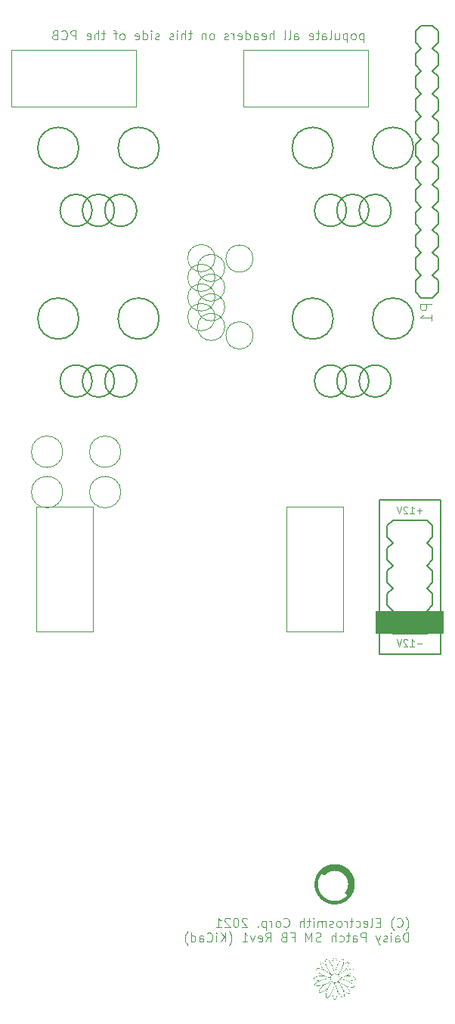
<source format=gbr>
G04 #@! TF.GenerationSoftware,KiCad,Pcbnew,8.0.0*
G04 #@! TF.CreationDate,2024-07-20T14:52:05+02:00*
G04 #@! TF.ProjectId,ES_Daisy_Patch_SM_FB_Rev1,45535f44-6169-4737-995f-50617463685f,rev?*
G04 #@! TF.SameCoordinates,Original*
G04 #@! TF.FileFunction,Legend,Bot*
G04 #@! TF.FilePolarity,Positive*
%FSLAX46Y46*%
G04 Gerber Fmt 4.6, Leading zero omitted, Abs format (unit mm)*
G04 Created by KiCad (PCBNEW 8.0.0) date 2024-07-20 14:52:05*
%MOMM*%
%LPD*%
G01*
G04 APERTURE LIST*
%ADD10C,0.085344*%
%ADD11C,0.065024*%
%ADD12C,0.120650*%
%ADD13C,0.101600*%
%ADD14C,0.127000*%
%ADD15C,0.120000*%
%ADD16C,0.152400*%
%ADD17C,0.000000*%
%ADD18C,0.203200*%
G04 APERTURE END LIST*
D10*
X168664093Y-151379600D02*
X168712353Y-151331340D01*
X168712353Y-151331340D02*
X168808873Y-151186560D01*
X168808873Y-151186560D02*
X168857133Y-151090040D01*
X168857133Y-151090040D02*
X168905393Y-150945260D01*
X168905393Y-150945260D02*
X168953653Y-150703960D01*
X168953653Y-150703960D02*
X168953653Y-150510920D01*
X168953653Y-150510920D02*
X168905393Y-150269620D01*
X168905393Y-150269620D02*
X168857133Y-150124840D01*
X168857133Y-150124840D02*
X168808873Y-150028320D01*
X168808873Y-150028320D02*
X168712353Y-149883540D01*
X168712353Y-149883540D02*
X168664093Y-149835280D01*
X167698893Y-150897000D02*
X167747153Y-150945260D01*
X167747153Y-150945260D02*
X167891933Y-150993520D01*
X167891933Y-150993520D02*
X167988453Y-150993520D01*
X167988453Y-150993520D02*
X168133233Y-150945260D01*
X168133233Y-150945260D02*
X168229753Y-150848740D01*
X168229753Y-150848740D02*
X168278013Y-150752220D01*
X168278013Y-150752220D02*
X168326273Y-150559180D01*
X168326273Y-150559180D02*
X168326273Y-150414400D01*
X168326273Y-150414400D02*
X168278013Y-150221360D01*
X168278013Y-150221360D02*
X168229753Y-150124840D01*
X168229753Y-150124840D02*
X168133233Y-150028320D01*
X168133233Y-150028320D02*
X167988453Y-149980060D01*
X167988453Y-149980060D02*
X167891933Y-149980060D01*
X167891933Y-149980060D02*
X167747153Y-150028320D01*
X167747153Y-150028320D02*
X167698893Y-150076580D01*
X167361073Y-151379600D02*
X167312813Y-151331340D01*
X167312813Y-151331340D02*
X167216293Y-151186560D01*
X167216293Y-151186560D02*
X167168033Y-151090040D01*
X167168033Y-151090040D02*
X167119773Y-150945260D01*
X167119773Y-150945260D02*
X167071513Y-150703960D01*
X167071513Y-150703960D02*
X167071513Y-150510920D01*
X167071513Y-150510920D02*
X167119773Y-150269620D01*
X167119773Y-150269620D02*
X167168033Y-150124840D01*
X167168033Y-150124840D02*
X167216293Y-150028320D01*
X167216293Y-150028320D02*
X167312813Y-149883540D01*
X167312813Y-149883540D02*
X167361073Y-149835280D01*
X165816753Y-150462660D02*
X165478933Y-150462660D01*
X165334153Y-150993520D02*
X165816753Y-150993520D01*
X165816753Y-150993520D02*
X165816753Y-149980060D01*
X165816753Y-149980060D02*
X165334153Y-149980060D01*
X164755033Y-150993520D02*
X164851553Y-150945260D01*
X164851553Y-150945260D02*
X164899813Y-150848740D01*
X164899813Y-150848740D02*
X164899813Y-149980060D01*
X163982873Y-150945260D02*
X164079393Y-150993520D01*
X164079393Y-150993520D02*
X164272433Y-150993520D01*
X164272433Y-150993520D02*
X164368953Y-150945260D01*
X164368953Y-150945260D02*
X164417213Y-150848740D01*
X164417213Y-150848740D02*
X164417213Y-150462660D01*
X164417213Y-150462660D02*
X164368953Y-150366140D01*
X164368953Y-150366140D02*
X164272433Y-150317880D01*
X164272433Y-150317880D02*
X164079393Y-150317880D01*
X164079393Y-150317880D02*
X163982873Y-150366140D01*
X163982873Y-150366140D02*
X163934613Y-150462660D01*
X163934613Y-150462660D02*
X163934613Y-150559180D01*
X163934613Y-150559180D02*
X164417213Y-150655700D01*
X163065933Y-150945260D02*
X163162453Y-150993520D01*
X163162453Y-150993520D02*
X163355493Y-150993520D01*
X163355493Y-150993520D02*
X163452013Y-150945260D01*
X163452013Y-150945260D02*
X163500273Y-150897000D01*
X163500273Y-150897000D02*
X163548533Y-150800480D01*
X163548533Y-150800480D02*
X163548533Y-150510920D01*
X163548533Y-150510920D02*
X163500273Y-150414400D01*
X163500273Y-150414400D02*
X163452013Y-150366140D01*
X163452013Y-150366140D02*
X163355493Y-150317880D01*
X163355493Y-150317880D02*
X163162453Y-150317880D01*
X163162453Y-150317880D02*
X163065933Y-150366140D01*
X162776373Y-150317880D02*
X162390293Y-150317880D01*
X162631593Y-149980060D02*
X162631593Y-150848740D01*
X162631593Y-150848740D02*
X162583333Y-150945260D01*
X162583333Y-150945260D02*
X162486813Y-150993520D01*
X162486813Y-150993520D02*
X162390293Y-150993520D01*
X162052473Y-150993520D02*
X162052473Y-150317880D01*
X162052473Y-150510920D02*
X162004213Y-150414400D01*
X162004213Y-150414400D02*
X161955953Y-150366140D01*
X161955953Y-150366140D02*
X161859433Y-150317880D01*
X161859433Y-150317880D02*
X161762913Y-150317880D01*
X161280313Y-150993520D02*
X161376833Y-150945260D01*
X161376833Y-150945260D02*
X161425093Y-150897000D01*
X161425093Y-150897000D02*
X161473353Y-150800480D01*
X161473353Y-150800480D02*
X161473353Y-150510920D01*
X161473353Y-150510920D02*
X161425093Y-150414400D01*
X161425093Y-150414400D02*
X161376833Y-150366140D01*
X161376833Y-150366140D02*
X161280313Y-150317880D01*
X161280313Y-150317880D02*
X161135533Y-150317880D01*
X161135533Y-150317880D02*
X161039013Y-150366140D01*
X161039013Y-150366140D02*
X160990753Y-150414400D01*
X160990753Y-150414400D02*
X160942493Y-150510920D01*
X160942493Y-150510920D02*
X160942493Y-150800480D01*
X160942493Y-150800480D02*
X160990753Y-150897000D01*
X160990753Y-150897000D02*
X161039013Y-150945260D01*
X161039013Y-150945260D02*
X161135533Y-150993520D01*
X161135533Y-150993520D02*
X161280313Y-150993520D01*
X160556413Y-150945260D02*
X160459893Y-150993520D01*
X160459893Y-150993520D02*
X160266853Y-150993520D01*
X160266853Y-150993520D02*
X160170333Y-150945260D01*
X160170333Y-150945260D02*
X160122073Y-150848740D01*
X160122073Y-150848740D02*
X160122073Y-150800480D01*
X160122073Y-150800480D02*
X160170333Y-150703960D01*
X160170333Y-150703960D02*
X160266853Y-150655700D01*
X160266853Y-150655700D02*
X160411633Y-150655700D01*
X160411633Y-150655700D02*
X160508153Y-150607440D01*
X160508153Y-150607440D02*
X160556413Y-150510920D01*
X160556413Y-150510920D02*
X160556413Y-150462660D01*
X160556413Y-150462660D02*
X160508153Y-150366140D01*
X160508153Y-150366140D02*
X160411633Y-150317880D01*
X160411633Y-150317880D02*
X160266853Y-150317880D01*
X160266853Y-150317880D02*
X160170333Y-150366140D01*
X159687733Y-150993520D02*
X159687733Y-150317880D01*
X159687733Y-150414400D02*
X159639473Y-150366140D01*
X159639473Y-150366140D02*
X159542953Y-150317880D01*
X159542953Y-150317880D02*
X159398173Y-150317880D01*
X159398173Y-150317880D02*
X159301653Y-150366140D01*
X159301653Y-150366140D02*
X159253393Y-150462660D01*
X159253393Y-150462660D02*
X159253393Y-150993520D01*
X159253393Y-150462660D02*
X159205133Y-150366140D01*
X159205133Y-150366140D02*
X159108613Y-150317880D01*
X159108613Y-150317880D02*
X158963833Y-150317880D01*
X158963833Y-150317880D02*
X158867313Y-150366140D01*
X158867313Y-150366140D02*
X158819053Y-150462660D01*
X158819053Y-150462660D02*
X158819053Y-150993520D01*
X158336453Y-150993520D02*
X158336453Y-150317880D01*
X158336453Y-149980060D02*
X158384713Y-150028320D01*
X158384713Y-150028320D02*
X158336453Y-150076580D01*
X158336453Y-150076580D02*
X158288193Y-150028320D01*
X158288193Y-150028320D02*
X158336453Y-149980060D01*
X158336453Y-149980060D02*
X158336453Y-150076580D01*
X157998633Y-150317880D02*
X157612553Y-150317880D01*
X157853853Y-149980060D02*
X157853853Y-150848740D01*
X157853853Y-150848740D02*
X157805593Y-150945260D01*
X157805593Y-150945260D02*
X157709073Y-150993520D01*
X157709073Y-150993520D02*
X157612553Y-150993520D01*
X157274733Y-150993520D02*
X157274733Y-149980060D01*
X156840393Y-150993520D02*
X156840393Y-150462660D01*
X156840393Y-150462660D02*
X156888653Y-150366140D01*
X156888653Y-150366140D02*
X156985173Y-150317880D01*
X156985173Y-150317880D02*
X157129953Y-150317880D01*
X157129953Y-150317880D02*
X157226473Y-150366140D01*
X157226473Y-150366140D02*
X157274733Y-150414400D01*
X155006513Y-150897000D02*
X155054773Y-150945260D01*
X155054773Y-150945260D02*
X155199553Y-150993520D01*
X155199553Y-150993520D02*
X155296073Y-150993520D01*
X155296073Y-150993520D02*
X155440853Y-150945260D01*
X155440853Y-150945260D02*
X155537373Y-150848740D01*
X155537373Y-150848740D02*
X155585633Y-150752220D01*
X155585633Y-150752220D02*
X155633893Y-150559180D01*
X155633893Y-150559180D02*
X155633893Y-150414400D01*
X155633893Y-150414400D02*
X155585633Y-150221360D01*
X155585633Y-150221360D02*
X155537373Y-150124840D01*
X155537373Y-150124840D02*
X155440853Y-150028320D01*
X155440853Y-150028320D02*
X155296073Y-149980060D01*
X155296073Y-149980060D02*
X155199553Y-149980060D01*
X155199553Y-149980060D02*
X155054773Y-150028320D01*
X155054773Y-150028320D02*
X155006513Y-150076580D01*
X154427393Y-150993520D02*
X154523913Y-150945260D01*
X154523913Y-150945260D02*
X154572173Y-150897000D01*
X154572173Y-150897000D02*
X154620433Y-150800480D01*
X154620433Y-150800480D02*
X154620433Y-150510920D01*
X154620433Y-150510920D02*
X154572173Y-150414400D01*
X154572173Y-150414400D02*
X154523913Y-150366140D01*
X154523913Y-150366140D02*
X154427393Y-150317880D01*
X154427393Y-150317880D02*
X154282613Y-150317880D01*
X154282613Y-150317880D02*
X154186093Y-150366140D01*
X154186093Y-150366140D02*
X154137833Y-150414400D01*
X154137833Y-150414400D02*
X154089573Y-150510920D01*
X154089573Y-150510920D02*
X154089573Y-150800480D01*
X154089573Y-150800480D02*
X154137833Y-150897000D01*
X154137833Y-150897000D02*
X154186093Y-150945260D01*
X154186093Y-150945260D02*
X154282613Y-150993520D01*
X154282613Y-150993520D02*
X154427393Y-150993520D01*
X153655233Y-150993520D02*
X153655233Y-150317880D01*
X153655233Y-150510920D02*
X153606973Y-150414400D01*
X153606973Y-150414400D02*
X153558713Y-150366140D01*
X153558713Y-150366140D02*
X153462193Y-150317880D01*
X153462193Y-150317880D02*
X153365673Y-150317880D01*
X153027853Y-150317880D02*
X153027853Y-151331340D01*
X153027853Y-150366140D02*
X152931333Y-150317880D01*
X152931333Y-150317880D02*
X152738293Y-150317880D01*
X152738293Y-150317880D02*
X152641773Y-150366140D01*
X152641773Y-150366140D02*
X152593513Y-150414400D01*
X152593513Y-150414400D02*
X152545253Y-150510920D01*
X152545253Y-150510920D02*
X152545253Y-150800480D01*
X152545253Y-150800480D02*
X152593513Y-150897000D01*
X152593513Y-150897000D02*
X152641773Y-150945260D01*
X152641773Y-150945260D02*
X152738293Y-150993520D01*
X152738293Y-150993520D02*
X152931333Y-150993520D01*
X152931333Y-150993520D02*
X153027853Y-150945260D01*
X152110913Y-150897000D02*
X152062653Y-150945260D01*
X152062653Y-150945260D02*
X152110913Y-150993520D01*
X152110913Y-150993520D02*
X152159173Y-150945260D01*
X152159173Y-150945260D02*
X152110913Y-150897000D01*
X152110913Y-150897000D02*
X152110913Y-150993520D01*
X150904413Y-150076580D02*
X150856153Y-150028320D01*
X150856153Y-150028320D02*
X150759633Y-149980060D01*
X150759633Y-149980060D02*
X150518333Y-149980060D01*
X150518333Y-149980060D02*
X150421813Y-150028320D01*
X150421813Y-150028320D02*
X150373553Y-150076580D01*
X150373553Y-150076580D02*
X150325293Y-150173100D01*
X150325293Y-150173100D02*
X150325293Y-150269620D01*
X150325293Y-150269620D02*
X150373553Y-150414400D01*
X150373553Y-150414400D02*
X150952673Y-150993520D01*
X150952673Y-150993520D02*
X150325293Y-150993520D01*
X149697913Y-149980060D02*
X149601393Y-149980060D01*
X149601393Y-149980060D02*
X149504873Y-150028320D01*
X149504873Y-150028320D02*
X149456613Y-150076580D01*
X149456613Y-150076580D02*
X149408353Y-150173100D01*
X149408353Y-150173100D02*
X149360093Y-150366140D01*
X149360093Y-150366140D02*
X149360093Y-150607440D01*
X149360093Y-150607440D02*
X149408353Y-150800480D01*
X149408353Y-150800480D02*
X149456613Y-150897000D01*
X149456613Y-150897000D02*
X149504873Y-150945260D01*
X149504873Y-150945260D02*
X149601393Y-150993520D01*
X149601393Y-150993520D02*
X149697913Y-150993520D01*
X149697913Y-150993520D02*
X149794433Y-150945260D01*
X149794433Y-150945260D02*
X149842693Y-150897000D01*
X149842693Y-150897000D02*
X149890953Y-150800480D01*
X149890953Y-150800480D02*
X149939213Y-150607440D01*
X149939213Y-150607440D02*
X149939213Y-150366140D01*
X149939213Y-150366140D02*
X149890953Y-150173100D01*
X149890953Y-150173100D02*
X149842693Y-150076580D01*
X149842693Y-150076580D02*
X149794433Y-150028320D01*
X149794433Y-150028320D02*
X149697913Y-149980060D01*
X148974013Y-150076580D02*
X148925753Y-150028320D01*
X148925753Y-150028320D02*
X148829233Y-149980060D01*
X148829233Y-149980060D02*
X148587933Y-149980060D01*
X148587933Y-149980060D02*
X148491413Y-150028320D01*
X148491413Y-150028320D02*
X148443153Y-150076580D01*
X148443153Y-150076580D02*
X148394893Y-150173100D01*
X148394893Y-150173100D02*
X148394893Y-150269620D01*
X148394893Y-150269620D02*
X148443153Y-150414400D01*
X148443153Y-150414400D02*
X149022273Y-150993520D01*
X149022273Y-150993520D02*
X148394893Y-150993520D01*
X147429693Y-150993520D02*
X148008813Y-150993520D01*
X147719253Y-150993520D02*
X147719253Y-149980060D01*
X147719253Y-149980060D02*
X147815773Y-150124840D01*
X147815773Y-150124840D02*
X147912293Y-150221360D01*
X147912293Y-150221360D02*
X148008813Y-150269620D01*
X168953653Y-152625134D02*
X168953653Y-151611674D01*
X168953653Y-151611674D02*
X168712353Y-151611674D01*
X168712353Y-151611674D02*
X168567573Y-151659934D01*
X168567573Y-151659934D02*
X168471053Y-151756454D01*
X168471053Y-151756454D02*
X168422793Y-151852974D01*
X168422793Y-151852974D02*
X168374533Y-152046014D01*
X168374533Y-152046014D02*
X168374533Y-152190794D01*
X168374533Y-152190794D02*
X168422793Y-152383834D01*
X168422793Y-152383834D02*
X168471053Y-152480354D01*
X168471053Y-152480354D02*
X168567573Y-152576874D01*
X168567573Y-152576874D02*
X168712353Y-152625134D01*
X168712353Y-152625134D02*
X168953653Y-152625134D01*
X167505853Y-152625134D02*
X167505853Y-152094274D01*
X167505853Y-152094274D02*
X167554113Y-151997754D01*
X167554113Y-151997754D02*
X167650633Y-151949494D01*
X167650633Y-151949494D02*
X167843673Y-151949494D01*
X167843673Y-151949494D02*
X167940193Y-151997754D01*
X167505853Y-152576874D02*
X167602373Y-152625134D01*
X167602373Y-152625134D02*
X167843673Y-152625134D01*
X167843673Y-152625134D02*
X167940193Y-152576874D01*
X167940193Y-152576874D02*
X167988453Y-152480354D01*
X167988453Y-152480354D02*
X167988453Y-152383834D01*
X167988453Y-152383834D02*
X167940193Y-152287314D01*
X167940193Y-152287314D02*
X167843673Y-152239054D01*
X167843673Y-152239054D02*
X167602373Y-152239054D01*
X167602373Y-152239054D02*
X167505853Y-152190794D01*
X167023253Y-152625134D02*
X167023253Y-151949494D01*
X167023253Y-151611674D02*
X167071513Y-151659934D01*
X167071513Y-151659934D02*
X167023253Y-151708194D01*
X167023253Y-151708194D02*
X166974993Y-151659934D01*
X166974993Y-151659934D02*
X167023253Y-151611674D01*
X167023253Y-151611674D02*
X167023253Y-151708194D01*
X166588913Y-152576874D02*
X166492393Y-152625134D01*
X166492393Y-152625134D02*
X166299353Y-152625134D01*
X166299353Y-152625134D02*
X166202833Y-152576874D01*
X166202833Y-152576874D02*
X166154573Y-152480354D01*
X166154573Y-152480354D02*
X166154573Y-152432094D01*
X166154573Y-152432094D02*
X166202833Y-152335574D01*
X166202833Y-152335574D02*
X166299353Y-152287314D01*
X166299353Y-152287314D02*
X166444133Y-152287314D01*
X166444133Y-152287314D02*
X166540653Y-152239054D01*
X166540653Y-152239054D02*
X166588913Y-152142534D01*
X166588913Y-152142534D02*
X166588913Y-152094274D01*
X166588913Y-152094274D02*
X166540653Y-151997754D01*
X166540653Y-151997754D02*
X166444133Y-151949494D01*
X166444133Y-151949494D02*
X166299353Y-151949494D01*
X166299353Y-151949494D02*
X166202833Y-151997754D01*
X165816753Y-151949494D02*
X165575453Y-152625134D01*
X165334153Y-151949494D02*
X165575453Y-152625134D01*
X165575453Y-152625134D02*
X165671973Y-152866434D01*
X165671973Y-152866434D02*
X165720233Y-152914694D01*
X165720233Y-152914694D02*
X165816753Y-152962954D01*
X164175913Y-152625134D02*
X164175913Y-151611674D01*
X164175913Y-151611674D02*
X163789833Y-151611674D01*
X163789833Y-151611674D02*
X163693313Y-151659934D01*
X163693313Y-151659934D02*
X163645053Y-151708194D01*
X163645053Y-151708194D02*
X163596793Y-151804714D01*
X163596793Y-151804714D02*
X163596793Y-151949494D01*
X163596793Y-151949494D02*
X163645053Y-152046014D01*
X163645053Y-152046014D02*
X163693313Y-152094274D01*
X163693313Y-152094274D02*
X163789833Y-152142534D01*
X163789833Y-152142534D02*
X164175913Y-152142534D01*
X162728113Y-152625134D02*
X162728113Y-152094274D01*
X162728113Y-152094274D02*
X162776373Y-151997754D01*
X162776373Y-151997754D02*
X162872893Y-151949494D01*
X162872893Y-151949494D02*
X163065933Y-151949494D01*
X163065933Y-151949494D02*
X163162453Y-151997754D01*
X162728113Y-152576874D02*
X162824633Y-152625134D01*
X162824633Y-152625134D02*
X163065933Y-152625134D01*
X163065933Y-152625134D02*
X163162453Y-152576874D01*
X163162453Y-152576874D02*
X163210713Y-152480354D01*
X163210713Y-152480354D02*
X163210713Y-152383834D01*
X163210713Y-152383834D02*
X163162453Y-152287314D01*
X163162453Y-152287314D02*
X163065933Y-152239054D01*
X163065933Y-152239054D02*
X162824633Y-152239054D01*
X162824633Y-152239054D02*
X162728113Y-152190794D01*
X162390293Y-151949494D02*
X162004213Y-151949494D01*
X162245513Y-151611674D02*
X162245513Y-152480354D01*
X162245513Y-152480354D02*
X162197253Y-152576874D01*
X162197253Y-152576874D02*
X162100733Y-152625134D01*
X162100733Y-152625134D02*
X162004213Y-152625134D01*
X161232053Y-152576874D02*
X161328573Y-152625134D01*
X161328573Y-152625134D02*
X161521613Y-152625134D01*
X161521613Y-152625134D02*
X161618133Y-152576874D01*
X161618133Y-152576874D02*
X161666393Y-152528614D01*
X161666393Y-152528614D02*
X161714653Y-152432094D01*
X161714653Y-152432094D02*
X161714653Y-152142534D01*
X161714653Y-152142534D02*
X161666393Y-152046014D01*
X161666393Y-152046014D02*
X161618133Y-151997754D01*
X161618133Y-151997754D02*
X161521613Y-151949494D01*
X161521613Y-151949494D02*
X161328573Y-151949494D01*
X161328573Y-151949494D02*
X161232053Y-151997754D01*
X160797713Y-152625134D02*
X160797713Y-151611674D01*
X160363373Y-152625134D02*
X160363373Y-152094274D01*
X160363373Y-152094274D02*
X160411633Y-151997754D01*
X160411633Y-151997754D02*
X160508153Y-151949494D01*
X160508153Y-151949494D02*
X160652933Y-151949494D01*
X160652933Y-151949494D02*
X160749453Y-151997754D01*
X160749453Y-151997754D02*
X160797713Y-152046014D01*
X159156873Y-152576874D02*
X159012093Y-152625134D01*
X159012093Y-152625134D02*
X158770793Y-152625134D01*
X158770793Y-152625134D02*
X158674273Y-152576874D01*
X158674273Y-152576874D02*
X158626013Y-152528614D01*
X158626013Y-152528614D02*
X158577753Y-152432094D01*
X158577753Y-152432094D02*
X158577753Y-152335574D01*
X158577753Y-152335574D02*
X158626013Y-152239054D01*
X158626013Y-152239054D02*
X158674273Y-152190794D01*
X158674273Y-152190794D02*
X158770793Y-152142534D01*
X158770793Y-152142534D02*
X158963833Y-152094274D01*
X158963833Y-152094274D02*
X159060353Y-152046014D01*
X159060353Y-152046014D02*
X159108613Y-151997754D01*
X159108613Y-151997754D02*
X159156873Y-151901234D01*
X159156873Y-151901234D02*
X159156873Y-151804714D01*
X159156873Y-151804714D02*
X159108613Y-151708194D01*
X159108613Y-151708194D02*
X159060353Y-151659934D01*
X159060353Y-151659934D02*
X158963833Y-151611674D01*
X158963833Y-151611674D02*
X158722533Y-151611674D01*
X158722533Y-151611674D02*
X158577753Y-151659934D01*
X158143413Y-152625134D02*
X158143413Y-151611674D01*
X158143413Y-151611674D02*
X157805593Y-152335574D01*
X157805593Y-152335574D02*
X157467773Y-151611674D01*
X157467773Y-151611674D02*
X157467773Y-152625134D01*
X155875193Y-152094274D02*
X156213013Y-152094274D01*
X156213013Y-152625134D02*
X156213013Y-151611674D01*
X156213013Y-151611674D02*
X155730413Y-151611674D01*
X155006513Y-152094274D02*
X154861733Y-152142534D01*
X154861733Y-152142534D02*
X154813473Y-152190794D01*
X154813473Y-152190794D02*
X154765213Y-152287314D01*
X154765213Y-152287314D02*
X154765213Y-152432094D01*
X154765213Y-152432094D02*
X154813473Y-152528614D01*
X154813473Y-152528614D02*
X154861733Y-152576874D01*
X154861733Y-152576874D02*
X154958253Y-152625134D01*
X154958253Y-152625134D02*
X155344333Y-152625134D01*
X155344333Y-152625134D02*
X155344333Y-151611674D01*
X155344333Y-151611674D02*
X155006513Y-151611674D01*
X155006513Y-151611674D02*
X154909993Y-151659934D01*
X154909993Y-151659934D02*
X154861733Y-151708194D01*
X154861733Y-151708194D02*
X154813473Y-151804714D01*
X154813473Y-151804714D02*
X154813473Y-151901234D01*
X154813473Y-151901234D02*
X154861733Y-151997754D01*
X154861733Y-151997754D02*
X154909993Y-152046014D01*
X154909993Y-152046014D02*
X155006513Y-152094274D01*
X155006513Y-152094274D02*
X155344333Y-152094274D01*
X152979593Y-152625134D02*
X153317413Y-152142534D01*
X153558713Y-152625134D02*
X153558713Y-151611674D01*
X153558713Y-151611674D02*
X153172633Y-151611674D01*
X153172633Y-151611674D02*
X153076113Y-151659934D01*
X153076113Y-151659934D02*
X153027853Y-151708194D01*
X153027853Y-151708194D02*
X152979593Y-151804714D01*
X152979593Y-151804714D02*
X152979593Y-151949494D01*
X152979593Y-151949494D02*
X153027853Y-152046014D01*
X153027853Y-152046014D02*
X153076113Y-152094274D01*
X153076113Y-152094274D02*
X153172633Y-152142534D01*
X153172633Y-152142534D02*
X153558713Y-152142534D01*
X152159173Y-152576874D02*
X152255693Y-152625134D01*
X152255693Y-152625134D02*
X152448733Y-152625134D01*
X152448733Y-152625134D02*
X152545253Y-152576874D01*
X152545253Y-152576874D02*
X152593513Y-152480354D01*
X152593513Y-152480354D02*
X152593513Y-152094274D01*
X152593513Y-152094274D02*
X152545253Y-151997754D01*
X152545253Y-151997754D02*
X152448733Y-151949494D01*
X152448733Y-151949494D02*
X152255693Y-151949494D01*
X152255693Y-151949494D02*
X152159173Y-151997754D01*
X152159173Y-151997754D02*
X152110913Y-152094274D01*
X152110913Y-152094274D02*
X152110913Y-152190794D01*
X152110913Y-152190794D02*
X152593513Y-152287314D01*
X151773093Y-151949494D02*
X151531793Y-152625134D01*
X151531793Y-152625134D02*
X151290493Y-151949494D01*
X150373553Y-152625134D02*
X150952673Y-152625134D01*
X150663113Y-152625134D02*
X150663113Y-151611674D01*
X150663113Y-151611674D02*
X150759633Y-151756454D01*
X150759633Y-151756454D02*
X150856153Y-151852974D01*
X150856153Y-151852974D02*
X150952673Y-151901234D01*
X148877493Y-153011214D02*
X148925753Y-152962954D01*
X148925753Y-152962954D02*
X149022273Y-152818174D01*
X149022273Y-152818174D02*
X149070533Y-152721654D01*
X149070533Y-152721654D02*
X149118793Y-152576874D01*
X149118793Y-152576874D02*
X149167053Y-152335574D01*
X149167053Y-152335574D02*
X149167053Y-152142534D01*
X149167053Y-152142534D02*
X149118793Y-151901234D01*
X149118793Y-151901234D02*
X149070533Y-151756454D01*
X149070533Y-151756454D02*
X149022273Y-151659934D01*
X149022273Y-151659934D02*
X148925753Y-151515154D01*
X148925753Y-151515154D02*
X148877493Y-151466894D01*
X148491413Y-152625134D02*
X148491413Y-151611674D01*
X147912293Y-152625134D02*
X148346633Y-152046014D01*
X147912293Y-151611674D02*
X148491413Y-152190794D01*
X147477953Y-152625134D02*
X147477953Y-151949494D01*
X147477953Y-151611674D02*
X147526213Y-151659934D01*
X147526213Y-151659934D02*
X147477953Y-151708194D01*
X147477953Y-151708194D02*
X147429693Y-151659934D01*
X147429693Y-151659934D02*
X147477953Y-151611674D01*
X147477953Y-151611674D02*
X147477953Y-151708194D01*
X146416233Y-152528614D02*
X146464493Y-152576874D01*
X146464493Y-152576874D02*
X146609273Y-152625134D01*
X146609273Y-152625134D02*
X146705793Y-152625134D01*
X146705793Y-152625134D02*
X146850573Y-152576874D01*
X146850573Y-152576874D02*
X146947093Y-152480354D01*
X146947093Y-152480354D02*
X146995353Y-152383834D01*
X146995353Y-152383834D02*
X147043613Y-152190794D01*
X147043613Y-152190794D02*
X147043613Y-152046014D01*
X147043613Y-152046014D02*
X146995353Y-151852974D01*
X146995353Y-151852974D02*
X146947093Y-151756454D01*
X146947093Y-151756454D02*
X146850573Y-151659934D01*
X146850573Y-151659934D02*
X146705793Y-151611674D01*
X146705793Y-151611674D02*
X146609273Y-151611674D01*
X146609273Y-151611674D02*
X146464493Y-151659934D01*
X146464493Y-151659934D02*
X146416233Y-151708194D01*
X145547553Y-152625134D02*
X145547553Y-152094274D01*
X145547553Y-152094274D02*
X145595813Y-151997754D01*
X145595813Y-151997754D02*
X145692333Y-151949494D01*
X145692333Y-151949494D02*
X145885373Y-151949494D01*
X145885373Y-151949494D02*
X145981893Y-151997754D01*
X145547553Y-152576874D02*
X145644073Y-152625134D01*
X145644073Y-152625134D02*
X145885373Y-152625134D01*
X145885373Y-152625134D02*
X145981893Y-152576874D01*
X145981893Y-152576874D02*
X146030153Y-152480354D01*
X146030153Y-152480354D02*
X146030153Y-152383834D01*
X146030153Y-152383834D02*
X145981893Y-152287314D01*
X145981893Y-152287314D02*
X145885373Y-152239054D01*
X145885373Y-152239054D02*
X145644073Y-152239054D01*
X145644073Y-152239054D02*
X145547553Y-152190794D01*
X144630613Y-152625134D02*
X144630613Y-151611674D01*
X144630613Y-152576874D02*
X144727133Y-152625134D01*
X144727133Y-152625134D02*
X144920173Y-152625134D01*
X144920173Y-152625134D02*
X145016693Y-152576874D01*
X145016693Y-152576874D02*
X145064953Y-152528614D01*
X145064953Y-152528614D02*
X145113213Y-152432094D01*
X145113213Y-152432094D02*
X145113213Y-152142534D01*
X145113213Y-152142534D02*
X145064953Y-152046014D01*
X145064953Y-152046014D02*
X145016693Y-151997754D01*
X145016693Y-151997754D02*
X144920173Y-151949494D01*
X144920173Y-151949494D02*
X144727133Y-151949494D01*
X144727133Y-151949494D02*
X144630613Y-151997754D01*
X144244533Y-153011214D02*
X144196273Y-152962954D01*
X144196273Y-152962954D02*
X144099753Y-152818174D01*
X144099753Y-152818174D02*
X144051493Y-152721654D01*
X144051493Y-152721654D02*
X144003233Y-152576874D01*
X144003233Y-152576874D02*
X143954973Y-152335574D01*
X143954973Y-152335574D02*
X143954973Y-152142534D01*
X143954973Y-152142534D02*
X144003233Y-151901234D01*
X144003233Y-151901234D02*
X144051493Y-151756454D01*
X144051493Y-151756454D02*
X144099753Y-151659934D01*
X144099753Y-151659934D02*
X144196273Y-151515154D01*
X144196273Y-151515154D02*
X144244533Y-151466894D01*
X163953653Y-50949494D02*
X163953653Y-51962954D01*
X163953653Y-50997754D02*
X163857133Y-50949494D01*
X163857133Y-50949494D02*
X163664093Y-50949494D01*
X163664093Y-50949494D02*
X163567573Y-50997754D01*
X163567573Y-50997754D02*
X163519313Y-51046014D01*
X163519313Y-51046014D02*
X163471053Y-51142534D01*
X163471053Y-51142534D02*
X163471053Y-51432094D01*
X163471053Y-51432094D02*
X163519313Y-51528614D01*
X163519313Y-51528614D02*
X163567573Y-51576874D01*
X163567573Y-51576874D02*
X163664093Y-51625134D01*
X163664093Y-51625134D02*
X163857133Y-51625134D01*
X163857133Y-51625134D02*
X163953653Y-51576874D01*
X162891933Y-51625134D02*
X162988453Y-51576874D01*
X162988453Y-51576874D02*
X163036713Y-51528614D01*
X163036713Y-51528614D02*
X163084973Y-51432094D01*
X163084973Y-51432094D02*
X163084973Y-51142534D01*
X163084973Y-51142534D02*
X163036713Y-51046014D01*
X163036713Y-51046014D02*
X162988453Y-50997754D01*
X162988453Y-50997754D02*
X162891933Y-50949494D01*
X162891933Y-50949494D02*
X162747153Y-50949494D01*
X162747153Y-50949494D02*
X162650633Y-50997754D01*
X162650633Y-50997754D02*
X162602373Y-51046014D01*
X162602373Y-51046014D02*
X162554113Y-51142534D01*
X162554113Y-51142534D02*
X162554113Y-51432094D01*
X162554113Y-51432094D02*
X162602373Y-51528614D01*
X162602373Y-51528614D02*
X162650633Y-51576874D01*
X162650633Y-51576874D02*
X162747153Y-51625134D01*
X162747153Y-51625134D02*
X162891933Y-51625134D01*
X162119773Y-50949494D02*
X162119773Y-51962954D01*
X162119773Y-50997754D02*
X162023253Y-50949494D01*
X162023253Y-50949494D02*
X161830213Y-50949494D01*
X161830213Y-50949494D02*
X161733693Y-50997754D01*
X161733693Y-50997754D02*
X161685433Y-51046014D01*
X161685433Y-51046014D02*
X161637173Y-51142534D01*
X161637173Y-51142534D02*
X161637173Y-51432094D01*
X161637173Y-51432094D02*
X161685433Y-51528614D01*
X161685433Y-51528614D02*
X161733693Y-51576874D01*
X161733693Y-51576874D02*
X161830213Y-51625134D01*
X161830213Y-51625134D02*
X162023253Y-51625134D01*
X162023253Y-51625134D02*
X162119773Y-51576874D01*
X160768493Y-50949494D02*
X160768493Y-51625134D01*
X161202833Y-50949494D02*
X161202833Y-51480354D01*
X161202833Y-51480354D02*
X161154573Y-51576874D01*
X161154573Y-51576874D02*
X161058053Y-51625134D01*
X161058053Y-51625134D02*
X160913273Y-51625134D01*
X160913273Y-51625134D02*
X160816753Y-51576874D01*
X160816753Y-51576874D02*
X160768493Y-51528614D01*
X160141113Y-51625134D02*
X160237633Y-51576874D01*
X160237633Y-51576874D02*
X160285893Y-51480354D01*
X160285893Y-51480354D02*
X160285893Y-50611674D01*
X159320693Y-51625134D02*
X159320693Y-51094274D01*
X159320693Y-51094274D02*
X159368953Y-50997754D01*
X159368953Y-50997754D02*
X159465473Y-50949494D01*
X159465473Y-50949494D02*
X159658513Y-50949494D01*
X159658513Y-50949494D02*
X159755033Y-50997754D01*
X159320693Y-51576874D02*
X159417213Y-51625134D01*
X159417213Y-51625134D02*
X159658513Y-51625134D01*
X159658513Y-51625134D02*
X159755033Y-51576874D01*
X159755033Y-51576874D02*
X159803293Y-51480354D01*
X159803293Y-51480354D02*
X159803293Y-51383834D01*
X159803293Y-51383834D02*
X159755033Y-51287314D01*
X159755033Y-51287314D02*
X159658513Y-51239054D01*
X159658513Y-51239054D02*
X159417213Y-51239054D01*
X159417213Y-51239054D02*
X159320693Y-51190794D01*
X158982873Y-50949494D02*
X158596793Y-50949494D01*
X158838093Y-50611674D02*
X158838093Y-51480354D01*
X158838093Y-51480354D02*
X158789833Y-51576874D01*
X158789833Y-51576874D02*
X158693313Y-51625134D01*
X158693313Y-51625134D02*
X158596793Y-51625134D01*
X157872893Y-51576874D02*
X157969413Y-51625134D01*
X157969413Y-51625134D02*
X158162453Y-51625134D01*
X158162453Y-51625134D02*
X158258973Y-51576874D01*
X158258973Y-51576874D02*
X158307233Y-51480354D01*
X158307233Y-51480354D02*
X158307233Y-51094274D01*
X158307233Y-51094274D02*
X158258973Y-50997754D01*
X158258973Y-50997754D02*
X158162453Y-50949494D01*
X158162453Y-50949494D02*
X157969413Y-50949494D01*
X157969413Y-50949494D02*
X157872893Y-50997754D01*
X157872893Y-50997754D02*
X157824633Y-51094274D01*
X157824633Y-51094274D02*
X157824633Y-51190794D01*
X157824633Y-51190794D02*
X158307233Y-51287314D01*
X156183793Y-51625134D02*
X156183793Y-51094274D01*
X156183793Y-51094274D02*
X156232053Y-50997754D01*
X156232053Y-50997754D02*
X156328573Y-50949494D01*
X156328573Y-50949494D02*
X156521613Y-50949494D01*
X156521613Y-50949494D02*
X156618133Y-50997754D01*
X156183793Y-51576874D02*
X156280313Y-51625134D01*
X156280313Y-51625134D02*
X156521613Y-51625134D01*
X156521613Y-51625134D02*
X156618133Y-51576874D01*
X156618133Y-51576874D02*
X156666393Y-51480354D01*
X156666393Y-51480354D02*
X156666393Y-51383834D01*
X156666393Y-51383834D02*
X156618133Y-51287314D01*
X156618133Y-51287314D02*
X156521613Y-51239054D01*
X156521613Y-51239054D02*
X156280313Y-51239054D01*
X156280313Y-51239054D02*
X156183793Y-51190794D01*
X155556413Y-51625134D02*
X155652933Y-51576874D01*
X155652933Y-51576874D02*
X155701193Y-51480354D01*
X155701193Y-51480354D02*
X155701193Y-50611674D01*
X155025553Y-51625134D02*
X155122073Y-51576874D01*
X155122073Y-51576874D02*
X155170333Y-51480354D01*
X155170333Y-51480354D02*
X155170333Y-50611674D01*
X153867313Y-51625134D02*
X153867313Y-50611674D01*
X153432973Y-51625134D02*
X153432973Y-51094274D01*
X153432973Y-51094274D02*
X153481233Y-50997754D01*
X153481233Y-50997754D02*
X153577753Y-50949494D01*
X153577753Y-50949494D02*
X153722533Y-50949494D01*
X153722533Y-50949494D02*
X153819053Y-50997754D01*
X153819053Y-50997754D02*
X153867313Y-51046014D01*
X152564293Y-51576874D02*
X152660813Y-51625134D01*
X152660813Y-51625134D02*
X152853853Y-51625134D01*
X152853853Y-51625134D02*
X152950373Y-51576874D01*
X152950373Y-51576874D02*
X152998633Y-51480354D01*
X152998633Y-51480354D02*
X152998633Y-51094274D01*
X152998633Y-51094274D02*
X152950373Y-50997754D01*
X152950373Y-50997754D02*
X152853853Y-50949494D01*
X152853853Y-50949494D02*
X152660813Y-50949494D01*
X152660813Y-50949494D02*
X152564293Y-50997754D01*
X152564293Y-50997754D02*
X152516033Y-51094274D01*
X152516033Y-51094274D02*
X152516033Y-51190794D01*
X152516033Y-51190794D02*
X152998633Y-51287314D01*
X151647353Y-51625134D02*
X151647353Y-51094274D01*
X151647353Y-51094274D02*
X151695613Y-50997754D01*
X151695613Y-50997754D02*
X151792133Y-50949494D01*
X151792133Y-50949494D02*
X151985173Y-50949494D01*
X151985173Y-50949494D02*
X152081693Y-50997754D01*
X151647353Y-51576874D02*
X151743873Y-51625134D01*
X151743873Y-51625134D02*
X151985173Y-51625134D01*
X151985173Y-51625134D02*
X152081693Y-51576874D01*
X152081693Y-51576874D02*
X152129953Y-51480354D01*
X152129953Y-51480354D02*
X152129953Y-51383834D01*
X152129953Y-51383834D02*
X152081693Y-51287314D01*
X152081693Y-51287314D02*
X151985173Y-51239054D01*
X151985173Y-51239054D02*
X151743873Y-51239054D01*
X151743873Y-51239054D02*
X151647353Y-51190794D01*
X150730413Y-51625134D02*
X150730413Y-50611674D01*
X150730413Y-51576874D02*
X150826933Y-51625134D01*
X150826933Y-51625134D02*
X151019973Y-51625134D01*
X151019973Y-51625134D02*
X151116493Y-51576874D01*
X151116493Y-51576874D02*
X151164753Y-51528614D01*
X151164753Y-51528614D02*
X151213013Y-51432094D01*
X151213013Y-51432094D02*
X151213013Y-51142534D01*
X151213013Y-51142534D02*
X151164753Y-51046014D01*
X151164753Y-51046014D02*
X151116493Y-50997754D01*
X151116493Y-50997754D02*
X151019973Y-50949494D01*
X151019973Y-50949494D02*
X150826933Y-50949494D01*
X150826933Y-50949494D02*
X150730413Y-50997754D01*
X149861733Y-51576874D02*
X149958253Y-51625134D01*
X149958253Y-51625134D02*
X150151293Y-51625134D01*
X150151293Y-51625134D02*
X150247813Y-51576874D01*
X150247813Y-51576874D02*
X150296073Y-51480354D01*
X150296073Y-51480354D02*
X150296073Y-51094274D01*
X150296073Y-51094274D02*
X150247813Y-50997754D01*
X150247813Y-50997754D02*
X150151293Y-50949494D01*
X150151293Y-50949494D02*
X149958253Y-50949494D01*
X149958253Y-50949494D02*
X149861733Y-50997754D01*
X149861733Y-50997754D02*
X149813473Y-51094274D01*
X149813473Y-51094274D02*
X149813473Y-51190794D01*
X149813473Y-51190794D02*
X150296073Y-51287314D01*
X149379133Y-51625134D02*
X149379133Y-50949494D01*
X149379133Y-51142534D02*
X149330873Y-51046014D01*
X149330873Y-51046014D02*
X149282613Y-50997754D01*
X149282613Y-50997754D02*
X149186093Y-50949494D01*
X149186093Y-50949494D02*
X149089573Y-50949494D01*
X148800013Y-51576874D02*
X148703493Y-51625134D01*
X148703493Y-51625134D02*
X148510453Y-51625134D01*
X148510453Y-51625134D02*
X148413933Y-51576874D01*
X148413933Y-51576874D02*
X148365673Y-51480354D01*
X148365673Y-51480354D02*
X148365673Y-51432094D01*
X148365673Y-51432094D02*
X148413933Y-51335574D01*
X148413933Y-51335574D02*
X148510453Y-51287314D01*
X148510453Y-51287314D02*
X148655233Y-51287314D01*
X148655233Y-51287314D02*
X148751753Y-51239054D01*
X148751753Y-51239054D02*
X148800013Y-51142534D01*
X148800013Y-51142534D02*
X148800013Y-51094274D01*
X148800013Y-51094274D02*
X148751753Y-50997754D01*
X148751753Y-50997754D02*
X148655233Y-50949494D01*
X148655233Y-50949494D02*
X148510453Y-50949494D01*
X148510453Y-50949494D02*
X148413933Y-50997754D01*
X147014393Y-51625134D02*
X147110913Y-51576874D01*
X147110913Y-51576874D02*
X147159173Y-51528614D01*
X147159173Y-51528614D02*
X147207433Y-51432094D01*
X147207433Y-51432094D02*
X147207433Y-51142534D01*
X147207433Y-51142534D02*
X147159173Y-51046014D01*
X147159173Y-51046014D02*
X147110913Y-50997754D01*
X147110913Y-50997754D02*
X147014393Y-50949494D01*
X147014393Y-50949494D02*
X146869613Y-50949494D01*
X146869613Y-50949494D02*
X146773093Y-50997754D01*
X146773093Y-50997754D02*
X146724833Y-51046014D01*
X146724833Y-51046014D02*
X146676573Y-51142534D01*
X146676573Y-51142534D02*
X146676573Y-51432094D01*
X146676573Y-51432094D02*
X146724833Y-51528614D01*
X146724833Y-51528614D02*
X146773093Y-51576874D01*
X146773093Y-51576874D02*
X146869613Y-51625134D01*
X146869613Y-51625134D02*
X147014393Y-51625134D01*
X146242233Y-50949494D02*
X146242233Y-51625134D01*
X146242233Y-51046014D02*
X146193973Y-50997754D01*
X146193973Y-50997754D02*
X146097453Y-50949494D01*
X146097453Y-50949494D02*
X145952673Y-50949494D01*
X145952673Y-50949494D02*
X145856153Y-50997754D01*
X145856153Y-50997754D02*
X145807893Y-51094274D01*
X145807893Y-51094274D02*
X145807893Y-51625134D01*
X144697913Y-50949494D02*
X144311833Y-50949494D01*
X144553133Y-50611674D02*
X144553133Y-51480354D01*
X144553133Y-51480354D02*
X144504873Y-51576874D01*
X144504873Y-51576874D02*
X144408353Y-51625134D01*
X144408353Y-51625134D02*
X144311833Y-51625134D01*
X143974013Y-51625134D02*
X143974013Y-50611674D01*
X143539673Y-51625134D02*
X143539673Y-51094274D01*
X143539673Y-51094274D02*
X143587933Y-50997754D01*
X143587933Y-50997754D02*
X143684453Y-50949494D01*
X143684453Y-50949494D02*
X143829233Y-50949494D01*
X143829233Y-50949494D02*
X143925753Y-50997754D01*
X143925753Y-50997754D02*
X143974013Y-51046014D01*
X143057073Y-51625134D02*
X143057073Y-50949494D01*
X143057073Y-50611674D02*
X143105333Y-50659934D01*
X143105333Y-50659934D02*
X143057073Y-50708194D01*
X143057073Y-50708194D02*
X143008813Y-50659934D01*
X143008813Y-50659934D02*
X143057073Y-50611674D01*
X143057073Y-50611674D02*
X143057073Y-50708194D01*
X142622733Y-51576874D02*
X142526213Y-51625134D01*
X142526213Y-51625134D02*
X142333173Y-51625134D01*
X142333173Y-51625134D02*
X142236653Y-51576874D01*
X142236653Y-51576874D02*
X142188393Y-51480354D01*
X142188393Y-51480354D02*
X142188393Y-51432094D01*
X142188393Y-51432094D02*
X142236653Y-51335574D01*
X142236653Y-51335574D02*
X142333173Y-51287314D01*
X142333173Y-51287314D02*
X142477953Y-51287314D01*
X142477953Y-51287314D02*
X142574473Y-51239054D01*
X142574473Y-51239054D02*
X142622733Y-51142534D01*
X142622733Y-51142534D02*
X142622733Y-51094274D01*
X142622733Y-51094274D02*
X142574473Y-50997754D01*
X142574473Y-50997754D02*
X142477953Y-50949494D01*
X142477953Y-50949494D02*
X142333173Y-50949494D01*
X142333173Y-50949494D02*
X142236653Y-50997754D01*
X141030153Y-51576874D02*
X140933633Y-51625134D01*
X140933633Y-51625134D02*
X140740593Y-51625134D01*
X140740593Y-51625134D02*
X140644073Y-51576874D01*
X140644073Y-51576874D02*
X140595813Y-51480354D01*
X140595813Y-51480354D02*
X140595813Y-51432094D01*
X140595813Y-51432094D02*
X140644073Y-51335574D01*
X140644073Y-51335574D02*
X140740593Y-51287314D01*
X140740593Y-51287314D02*
X140885373Y-51287314D01*
X140885373Y-51287314D02*
X140981893Y-51239054D01*
X140981893Y-51239054D02*
X141030153Y-51142534D01*
X141030153Y-51142534D02*
X141030153Y-51094274D01*
X141030153Y-51094274D02*
X140981893Y-50997754D01*
X140981893Y-50997754D02*
X140885373Y-50949494D01*
X140885373Y-50949494D02*
X140740593Y-50949494D01*
X140740593Y-50949494D02*
X140644073Y-50997754D01*
X140161473Y-51625134D02*
X140161473Y-50949494D01*
X140161473Y-50611674D02*
X140209733Y-50659934D01*
X140209733Y-50659934D02*
X140161473Y-50708194D01*
X140161473Y-50708194D02*
X140113213Y-50659934D01*
X140113213Y-50659934D02*
X140161473Y-50611674D01*
X140161473Y-50611674D02*
X140161473Y-50708194D01*
X139244533Y-51625134D02*
X139244533Y-50611674D01*
X139244533Y-51576874D02*
X139341053Y-51625134D01*
X139341053Y-51625134D02*
X139534093Y-51625134D01*
X139534093Y-51625134D02*
X139630613Y-51576874D01*
X139630613Y-51576874D02*
X139678873Y-51528614D01*
X139678873Y-51528614D02*
X139727133Y-51432094D01*
X139727133Y-51432094D02*
X139727133Y-51142534D01*
X139727133Y-51142534D02*
X139678873Y-51046014D01*
X139678873Y-51046014D02*
X139630613Y-50997754D01*
X139630613Y-50997754D02*
X139534093Y-50949494D01*
X139534093Y-50949494D02*
X139341053Y-50949494D01*
X139341053Y-50949494D02*
X139244533Y-50997754D01*
X138375853Y-51576874D02*
X138472373Y-51625134D01*
X138472373Y-51625134D02*
X138665413Y-51625134D01*
X138665413Y-51625134D02*
X138761933Y-51576874D01*
X138761933Y-51576874D02*
X138810193Y-51480354D01*
X138810193Y-51480354D02*
X138810193Y-51094274D01*
X138810193Y-51094274D02*
X138761933Y-50997754D01*
X138761933Y-50997754D02*
X138665413Y-50949494D01*
X138665413Y-50949494D02*
X138472373Y-50949494D01*
X138472373Y-50949494D02*
X138375853Y-50997754D01*
X138375853Y-50997754D02*
X138327593Y-51094274D01*
X138327593Y-51094274D02*
X138327593Y-51190794D01*
X138327593Y-51190794D02*
X138810193Y-51287314D01*
X136976313Y-51625134D02*
X137072833Y-51576874D01*
X137072833Y-51576874D02*
X137121093Y-51528614D01*
X137121093Y-51528614D02*
X137169353Y-51432094D01*
X137169353Y-51432094D02*
X137169353Y-51142534D01*
X137169353Y-51142534D02*
X137121093Y-51046014D01*
X137121093Y-51046014D02*
X137072833Y-50997754D01*
X137072833Y-50997754D02*
X136976313Y-50949494D01*
X136976313Y-50949494D02*
X136831533Y-50949494D01*
X136831533Y-50949494D02*
X136735013Y-50997754D01*
X136735013Y-50997754D02*
X136686753Y-51046014D01*
X136686753Y-51046014D02*
X136638493Y-51142534D01*
X136638493Y-51142534D02*
X136638493Y-51432094D01*
X136638493Y-51432094D02*
X136686753Y-51528614D01*
X136686753Y-51528614D02*
X136735013Y-51576874D01*
X136735013Y-51576874D02*
X136831533Y-51625134D01*
X136831533Y-51625134D02*
X136976313Y-51625134D01*
X136348933Y-50949494D02*
X135962853Y-50949494D01*
X136204153Y-51625134D02*
X136204153Y-50756454D01*
X136204153Y-50756454D02*
X136155893Y-50659934D01*
X136155893Y-50659934D02*
X136059373Y-50611674D01*
X136059373Y-50611674D02*
X135962853Y-50611674D01*
X134997653Y-50949494D02*
X134611573Y-50949494D01*
X134852873Y-50611674D02*
X134852873Y-51480354D01*
X134852873Y-51480354D02*
X134804613Y-51576874D01*
X134804613Y-51576874D02*
X134708093Y-51625134D01*
X134708093Y-51625134D02*
X134611573Y-51625134D01*
X134273753Y-51625134D02*
X134273753Y-50611674D01*
X133839413Y-51625134D02*
X133839413Y-51094274D01*
X133839413Y-51094274D02*
X133887673Y-50997754D01*
X133887673Y-50997754D02*
X133984193Y-50949494D01*
X133984193Y-50949494D02*
X134128973Y-50949494D01*
X134128973Y-50949494D02*
X134225493Y-50997754D01*
X134225493Y-50997754D02*
X134273753Y-51046014D01*
X132970733Y-51576874D02*
X133067253Y-51625134D01*
X133067253Y-51625134D02*
X133260293Y-51625134D01*
X133260293Y-51625134D02*
X133356813Y-51576874D01*
X133356813Y-51576874D02*
X133405073Y-51480354D01*
X133405073Y-51480354D02*
X133405073Y-51094274D01*
X133405073Y-51094274D02*
X133356813Y-50997754D01*
X133356813Y-50997754D02*
X133260293Y-50949494D01*
X133260293Y-50949494D02*
X133067253Y-50949494D01*
X133067253Y-50949494D02*
X132970733Y-50997754D01*
X132970733Y-50997754D02*
X132922473Y-51094274D01*
X132922473Y-51094274D02*
X132922473Y-51190794D01*
X132922473Y-51190794D02*
X133405073Y-51287314D01*
X131715973Y-51625134D02*
X131715973Y-50611674D01*
X131715973Y-50611674D02*
X131329893Y-50611674D01*
X131329893Y-50611674D02*
X131233373Y-50659934D01*
X131233373Y-50659934D02*
X131185113Y-50708194D01*
X131185113Y-50708194D02*
X131136853Y-50804714D01*
X131136853Y-50804714D02*
X131136853Y-50949494D01*
X131136853Y-50949494D02*
X131185113Y-51046014D01*
X131185113Y-51046014D02*
X131233373Y-51094274D01*
X131233373Y-51094274D02*
X131329893Y-51142534D01*
X131329893Y-51142534D02*
X131715973Y-51142534D01*
X130123393Y-51528614D02*
X130171653Y-51576874D01*
X130171653Y-51576874D02*
X130316433Y-51625134D01*
X130316433Y-51625134D02*
X130412953Y-51625134D01*
X130412953Y-51625134D02*
X130557733Y-51576874D01*
X130557733Y-51576874D02*
X130654253Y-51480354D01*
X130654253Y-51480354D02*
X130702513Y-51383834D01*
X130702513Y-51383834D02*
X130750773Y-51190794D01*
X130750773Y-51190794D02*
X130750773Y-51046014D01*
X130750773Y-51046014D02*
X130702513Y-50852974D01*
X130702513Y-50852974D02*
X130654253Y-50756454D01*
X130654253Y-50756454D02*
X130557733Y-50659934D01*
X130557733Y-50659934D02*
X130412953Y-50611674D01*
X130412953Y-50611674D02*
X130316433Y-50611674D01*
X130316433Y-50611674D02*
X130171653Y-50659934D01*
X130171653Y-50659934D02*
X130123393Y-50708194D01*
X129351233Y-51094274D02*
X129206453Y-51142534D01*
X129206453Y-51142534D02*
X129158193Y-51190794D01*
X129158193Y-51190794D02*
X129109933Y-51287314D01*
X129109933Y-51287314D02*
X129109933Y-51432094D01*
X129109933Y-51432094D02*
X129158193Y-51528614D01*
X129158193Y-51528614D02*
X129206453Y-51576874D01*
X129206453Y-51576874D02*
X129302973Y-51625134D01*
X129302973Y-51625134D02*
X129689053Y-51625134D01*
X129689053Y-51625134D02*
X129689053Y-50611674D01*
X129689053Y-50611674D02*
X129351233Y-50611674D01*
X129351233Y-50611674D02*
X129254713Y-50659934D01*
X129254713Y-50659934D02*
X129206453Y-50708194D01*
X129206453Y-50708194D02*
X129158193Y-50804714D01*
X129158193Y-50804714D02*
X129158193Y-50901234D01*
X129158193Y-50901234D02*
X129206453Y-50997754D01*
X129206453Y-50997754D02*
X129254713Y-51046014D01*
X129254713Y-51046014D02*
X129351233Y-51094274D01*
X129351233Y-51094274D02*
X129689053Y-51094274D01*
D11*
X170511571Y-119259991D02*
X169923259Y-119259991D01*
X169151098Y-119554147D02*
X169592332Y-119554147D01*
X169371715Y-119554147D02*
X169371715Y-118781987D01*
X169371715Y-118781987D02*
X169445254Y-118892296D01*
X169445254Y-118892296D02*
X169518793Y-118965835D01*
X169518793Y-118965835D02*
X169592332Y-119002604D01*
X168856942Y-118855526D02*
X168820173Y-118818757D01*
X168820173Y-118818757D02*
X168746634Y-118781987D01*
X168746634Y-118781987D02*
X168562786Y-118781987D01*
X168562786Y-118781987D02*
X168489247Y-118818757D01*
X168489247Y-118818757D02*
X168452478Y-118855526D01*
X168452478Y-118855526D02*
X168415708Y-118929065D01*
X168415708Y-118929065D02*
X168415708Y-119002604D01*
X168415708Y-119002604D02*
X168452478Y-119112913D01*
X168452478Y-119112913D02*
X168893712Y-119554147D01*
X168893712Y-119554147D02*
X168415708Y-119554147D01*
X168195091Y-118781987D02*
X167937705Y-119554147D01*
X167937705Y-119554147D02*
X167680318Y-118781987D01*
X170511571Y-104386564D02*
X169923259Y-104386564D01*
X170217415Y-104680720D02*
X170217415Y-104092408D01*
X169151098Y-104680720D02*
X169592332Y-104680720D01*
X169371715Y-104680720D02*
X169371715Y-103908560D01*
X169371715Y-103908560D02*
X169445254Y-104018869D01*
X169445254Y-104018869D02*
X169518793Y-104092408D01*
X169518793Y-104092408D02*
X169592332Y-104129177D01*
X168856942Y-103982099D02*
X168820173Y-103945330D01*
X168820173Y-103945330D02*
X168746634Y-103908560D01*
X168746634Y-103908560D02*
X168562786Y-103908560D01*
X168562786Y-103908560D02*
X168489247Y-103945330D01*
X168489247Y-103945330D02*
X168452478Y-103982099D01*
X168452478Y-103982099D02*
X168415708Y-104055638D01*
X168415708Y-104055638D02*
X168415708Y-104129177D01*
X168415708Y-104129177D02*
X168452478Y-104239486D01*
X168452478Y-104239486D02*
X168893712Y-104680720D01*
X168893712Y-104680720D02*
X168415708Y-104680720D01*
X168195091Y-103908560D02*
X167937705Y-104680720D01*
X167937705Y-104680720D02*
X167680318Y-103908560D01*
D12*
X171546073Y-81252338D02*
X170339573Y-81252338D01*
X170339573Y-81252338D02*
X170339573Y-81711957D01*
X170339573Y-81711957D02*
X170397025Y-81826862D01*
X170397025Y-81826862D02*
X170454478Y-81884315D01*
X170454478Y-81884315D02*
X170569382Y-81941767D01*
X170569382Y-81941767D02*
X170741740Y-81941767D01*
X170741740Y-81941767D02*
X170856644Y-81884315D01*
X170856644Y-81884315D02*
X170914097Y-81826862D01*
X170914097Y-81826862D02*
X170971549Y-81711957D01*
X170971549Y-81711957D02*
X170971549Y-81252338D01*
X171546073Y-83090815D02*
X171546073Y-82401386D01*
X171546073Y-82746100D02*
X170339573Y-82746100D01*
X170339573Y-82746100D02*
X170511930Y-82631196D01*
X170511930Y-82631196D02*
X170626835Y-82516291D01*
X170626835Y-82516291D02*
X170684287Y-82401386D01*
D13*
X147305100Y-76105400D02*
G75*
G02*
X144257100Y-76105400I-1524000J0D01*
G01*
X144257100Y-76105400D02*
G75*
G02*
X147305100Y-76105400I1524000J0D01*
G01*
X147305100Y-78305400D02*
G75*
G02*
X144257100Y-78305400I-1524000J0D01*
G01*
X144257100Y-78305400D02*
G75*
G02*
X147305100Y-78305400I1524000J0D01*
G01*
X147305100Y-80505400D02*
G75*
G02*
X144257100Y-80505400I-1524000J0D01*
G01*
X144257100Y-80505400D02*
G75*
G02*
X147305100Y-80505400I1524000J0D01*
G01*
X147305100Y-82705400D02*
G75*
G02*
X144257100Y-82705400I-1524000J0D01*
G01*
X144257100Y-82705400D02*
G75*
G02*
X147305100Y-82705400I1524000J0D01*
G01*
X148405100Y-77205400D02*
G75*
G02*
X145357100Y-77205400I-1524000J0D01*
G01*
X145357100Y-77205400D02*
G75*
G02*
X148405100Y-77205400I1524000J0D01*
G01*
X148405100Y-79405400D02*
G75*
G02*
X145357100Y-79405400I-1524000J0D01*
G01*
X145357100Y-79405400D02*
G75*
G02*
X148405100Y-79405400I1524000J0D01*
G01*
X148405100Y-81605400D02*
G75*
G02*
X145357100Y-81605400I-1524000J0D01*
G01*
X145357100Y-81605400D02*
G75*
G02*
X148405100Y-81605400I1524000J0D01*
G01*
X148405100Y-83805400D02*
G75*
G02*
X145357100Y-83805400I-1524000J0D01*
G01*
X145357100Y-83805400D02*
G75*
G02*
X148405100Y-83805400I1524000J0D01*
G01*
X151575100Y-76155400D02*
G75*
G02*
X148527100Y-76155400I-1524000J0D01*
G01*
X148527100Y-76155400D02*
G75*
G02*
X151575100Y-76155400I1524000J0D01*
G01*
X151575100Y-84755400D02*
G75*
G02*
X148527100Y-84755400I-1524000J0D01*
G01*
X148527100Y-84755400D02*
G75*
G02*
X151575100Y-84755400I1524000J0D01*
G01*
D14*
X132051100Y-63755600D02*
G75*
G02*
X127451100Y-63755600I-2300000J0D01*
G01*
X127451100Y-63755600D02*
G75*
G02*
X132051100Y-63755600I2300000J0D01*
G01*
X133551100Y-70755600D02*
G75*
G02*
X129951100Y-70755600I-1800000J0D01*
G01*
X129951100Y-70755600D02*
G75*
G02*
X133551100Y-70755600I1800000J0D01*
G01*
X136051100Y-70755600D02*
G75*
G02*
X132451100Y-70755600I-1800000J0D01*
G01*
X132451100Y-70755600D02*
G75*
G02*
X136051100Y-70755600I1800000J0D01*
G01*
X138551100Y-70755600D02*
G75*
G02*
X134951100Y-70755600I-1800000J0D01*
G01*
X134951100Y-70755600D02*
G75*
G02*
X138551100Y-70755600I1800000J0D01*
G01*
X141051100Y-63755600D02*
G75*
G02*
X136451100Y-63755600I-2300000J0D01*
G01*
X136451100Y-63755600D02*
G75*
G02*
X141051100Y-63755600I2300000J0D01*
G01*
X160551100Y-63755600D02*
G75*
G02*
X155951100Y-63755600I-2300000J0D01*
G01*
X155951100Y-63755600D02*
G75*
G02*
X160551100Y-63755600I2300000J0D01*
G01*
X162051100Y-70755600D02*
G75*
G02*
X158451100Y-70755600I-1800000J0D01*
G01*
X158451100Y-70755600D02*
G75*
G02*
X162051100Y-70755600I1800000J0D01*
G01*
X164551100Y-70755600D02*
G75*
G02*
X160951100Y-70755600I-1800000J0D01*
G01*
X160951100Y-70755600D02*
G75*
G02*
X164551100Y-70755600I1800000J0D01*
G01*
X167051100Y-70755600D02*
G75*
G02*
X163451100Y-70755600I-1800000J0D01*
G01*
X163451100Y-70755600D02*
G75*
G02*
X167051100Y-70755600I1800000J0D01*
G01*
X169551100Y-63755600D02*
G75*
G02*
X164951100Y-63755600I-2300000J0D01*
G01*
X164951100Y-63755600D02*
G75*
G02*
X169551100Y-63755600I2300000J0D01*
G01*
X132051100Y-82864800D02*
G75*
G02*
X127451100Y-82864800I-2300000J0D01*
G01*
X127451100Y-82864800D02*
G75*
G02*
X132051100Y-82864800I2300000J0D01*
G01*
X133551100Y-89864800D02*
G75*
G02*
X129951100Y-89864800I-1800000J0D01*
G01*
X129951100Y-89864800D02*
G75*
G02*
X133551100Y-89864800I1800000J0D01*
G01*
X136051100Y-89864800D02*
G75*
G02*
X132451100Y-89864800I-1800000J0D01*
G01*
X132451100Y-89864800D02*
G75*
G02*
X136051100Y-89864800I1800000J0D01*
G01*
X138551100Y-89864800D02*
G75*
G02*
X134951100Y-89864800I-1800000J0D01*
G01*
X134951100Y-89864800D02*
G75*
G02*
X138551100Y-89864800I1800000J0D01*
G01*
X141051100Y-82864800D02*
G75*
G02*
X136451100Y-82864800I-2300000J0D01*
G01*
X136451100Y-82864800D02*
G75*
G02*
X141051100Y-82864800I2300000J0D01*
G01*
X160551100Y-82864800D02*
G75*
G02*
X155951100Y-82864800I-2300000J0D01*
G01*
X155951100Y-82864800D02*
G75*
G02*
X160551100Y-82864800I2300000J0D01*
G01*
X162051100Y-89864800D02*
G75*
G02*
X158451100Y-89864800I-1800000J0D01*
G01*
X158451100Y-89864800D02*
G75*
G02*
X162051100Y-89864800I1800000J0D01*
G01*
X164551100Y-89864800D02*
G75*
G02*
X160951100Y-89864800I-1800000J0D01*
G01*
X160951100Y-89864800D02*
G75*
G02*
X164551100Y-89864800I1800000J0D01*
G01*
X167051100Y-89864800D02*
G75*
G02*
X163451100Y-89864800I-1800000J0D01*
G01*
X163451100Y-89864800D02*
G75*
G02*
X167051100Y-89864800I1800000J0D01*
G01*
X169551100Y-82864800D02*
G75*
G02*
X164951100Y-82864800I-2300000J0D01*
G01*
X164951100Y-82864800D02*
G75*
G02*
X169551100Y-82864800I2300000J0D01*
G01*
D13*
X130257900Y-97775200D02*
G75*
G02*
X126741900Y-97775200I-1758000J0D01*
G01*
X126741900Y-97775200D02*
G75*
G02*
X130257900Y-97775200I1758000J0D01*
G01*
X130257900Y-102296400D02*
G75*
G02*
X126741900Y-102296400I-1758000J0D01*
G01*
X126741900Y-102296400D02*
G75*
G02*
X130257900Y-102296400I1758000J0D01*
G01*
X136760300Y-97775200D02*
G75*
G02*
X133244300Y-97775200I-1758000J0D01*
G01*
X133244300Y-97775200D02*
G75*
G02*
X136760300Y-97775200I1758000J0D01*
G01*
X136760300Y-102296400D02*
G75*
G02*
X133244300Y-102296400I-1758000J0D01*
G01*
X133244300Y-102296400D02*
G75*
G02*
X136760300Y-102296400I1758000J0D01*
G01*
D15*
X124501100Y-52758600D02*
X138501100Y-52758600D01*
X124501100Y-59108600D02*
X124501100Y-52758600D01*
X127326100Y-103933600D02*
X127326100Y-117933600D01*
X127326100Y-117933600D02*
X133676100Y-117933600D01*
X133676100Y-103933600D02*
X127326100Y-103933600D01*
X133676100Y-117933600D02*
X133676100Y-103933600D01*
X138501100Y-52758600D02*
X138501100Y-59108600D01*
X138501100Y-59108600D02*
X124501100Y-59108600D01*
X150501100Y-52758600D02*
X164501100Y-52758600D01*
X150501100Y-59108600D02*
X150501100Y-52758600D01*
X155326100Y-103933600D02*
X161676100Y-103933600D01*
X155326100Y-117933600D02*
X155326100Y-103933600D01*
X161676100Y-103933600D02*
X161676100Y-117933600D01*
X161676100Y-117933600D02*
X155326100Y-117933600D01*
X164501100Y-52758600D02*
X164501100Y-59108600D01*
X164501100Y-59108600D02*
X150501100Y-59108600D01*
D14*
X165722100Y-103127600D02*
X165722100Y-120399600D01*
X165722100Y-120399600D02*
X172580100Y-120399600D01*
D16*
X166611100Y-106048600D02*
X166611100Y-107318600D01*
X166611100Y-106048600D02*
X167246100Y-105413600D01*
X166611100Y-107318600D02*
X167246100Y-107953600D01*
X166611100Y-108588600D02*
X166611100Y-109858600D01*
X166611100Y-109858600D02*
X167246100Y-110493600D01*
X166611100Y-111128600D02*
X166611100Y-112398600D01*
X166611100Y-112398600D02*
X167246100Y-113033600D01*
X166611100Y-113668600D02*
X166611100Y-114938600D01*
X166611100Y-113668600D02*
X167246100Y-113033600D01*
X166611100Y-114938600D02*
X167246100Y-115573600D01*
X166611100Y-116208600D02*
X166611100Y-117478600D01*
X166611100Y-117478600D02*
X167246100Y-118113600D01*
X167246100Y-105413600D02*
X171056100Y-105413600D01*
X167246100Y-107953600D02*
X166611100Y-108588600D01*
X167246100Y-110493600D02*
X166611100Y-111128600D01*
X167246100Y-115573600D02*
X166611100Y-116208600D01*
X167246100Y-118113600D02*
X171056100Y-118113600D01*
X171056100Y-105413600D02*
X171691100Y-106048600D01*
X171056100Y-107953600D02*
X171691100Y-107318600D01*
X171056100Y-110493600D02*
X171691100Y-109858600D01*
X171056100Y-113033600D02*
X171691100Y-112398600D01*
X171056100Y-113033600D02*
X171691100Y-113668600D01*
X171056100Y-115573600D02*
X171691100Y-114938600D01*
X171056100Y-118113600D02*
X171691100Y-117478600D01*
X171691100Y-107318600D02*
X171691100Y-106048600D01*
X171691100Y-108588600D02*
X171056100Y-107953600D01*
X171691100Y-109858600D02*
X171691100Y-108588600D01*
X171691100Y-111128600D02*
X171056100Y-110493600D01*
X171691100Y-112398600D02*
X171691100Y-111128600D01*
X171691100Y-114938600D02*
X171691100Y-113668600D01*
X171691100Y-116208600D02*
X171056100Y-115573600D01*
X171691100Y-117478600D02*
X171691100Y-116208600D01*
D14*
X172580100Y-103127600D02*
X165722100Y-103127600D01*
X172580100Y-120399600D02*
X172580100Y-103127600D01*
D17*
G36*
X172961100Y-118113600D02*
G01*
X165341100Y-118113600D01*
X165341100Y-115573600D01*
X172961100Y-115573600D01*
X172961100Y-118113600D01*
G37*
D18*
X169781100Y-50678600D02*
X169781100Y-51948600D01*
X169781100Y-51948600D02*
X170416100Y-52583600D01*
X169781100Y-53218600D02*
X169781100Y-54488600D01*
X169781100Y-54488600D02*
X170416100Y-55123600D01*
X169781100Y-55758600D02*
X169781100Y-57028600D01*
X169781100Y-57028600D02*
X170416100Y-57663600D01*
X169781100Y-58298600D02*
X169781100Y-59568600D01*
X169781100Y-59568600D02*
X170416100Y-60203600D01*
X169781100Y-60838600D02*
X169781100Y-62108600D01*
X169781100Y-62108600D02*
X170416100Y-62743600D01*
X169781100Y-63378600D02*
X169781100Y-64648600D01*
X169781100Y-64648600D02*
X170416100Y-65283600D01*
X169781100Y-65918600D02*
X169781100Y-67188600D01*
X169781100Y-67188600D02*
X170416100Y-67823600D01*
X169781100Y-68458600D02*
X169781100Y-69728600D01*
X169781100Y-69728600D02*
X170416100Y-70363600D01*
X169781100Y-70998600D02*
X169781100Y-72268600D01*
X169781100Y-73538600D02*
X169781100Y-74808600D01*
X169781100Y-74808600D02*
X170416100Y-75443600D01*
X169781100Y-76078600D02*
X169781100Y-77348600D01*
X169781100Y-77348600D02*
X170416100Y-77983600D01*
X169781100Y-78618600D02*
X169781100Y-79888600D01*
X170416100Y-50043600D02*
X169781100Y-50678600D01*
X170416100Y-52583600D02*
X169781100Y-53218600D01*
X170416100Y-55123600D02*
X169781100Y-55758600D01*
X170416100Y-57663600D02*
X169781100Y-58298600D01*
X170416100Y-60203600D02*
X169781100Y-60838600D01*
X170416100Y-62743600D02*
X169781100Y-63378600D01*
X170416100Y-65283600D02*
X169781100Y-65918600D01*
X170416100Y-67823600D02*
X169781100Y-68458600D01*
X170416100Y-70363600D02*
X169781100Y-70998600D01*
X170416100Y-72903600D02*
X169781100Y-72268600D01*
X170416100Y-72903600D02*
X169781100Y-73538600D01*
X170416100Y-75443600D02*
X169781100Y-76078600D01*
X170416100Y-77983600D02*
X169781100Y-78618600D01*
X170416100Y-80523600D02*
X169781100Y-79888600D01*
X171686100Y-50043600D02*
X170416100Y-50043600D01*
X171686100Y-52583600D02*
X172321100Y-51948600D01*
X171686100Y-55123600D02*
X172321100Y-54488600D01*
X171686100Y-57663600D02*
X172321100Y-57028600D01*
X171686100Y-60203600D02*
X172321100Y-59568600D01*
X171686100Y-62743600D02*
X172321100Y-62108600D01*
X171686100Y-65283600D02*
X172321100Y-64648600D01*
X171686100Y-67823600D02*
X172321100Y-67188600D01*
X171686100Y-70363600D02*
X172321100Y-69728600D01*
X171686100Y-75443600D02*
X172321100Y-74808600D01*
X171686100Y-77983600D02*
X172321100Y-77348600D01*
X171686100Y-80523600D02*
X170416100Y-80523600D01*
X172321100Y-50678600D02*
X171686100Y-50043600D01*
X172321100Y-51948600D02*
X172321100Y-50678600D01*
X172321100Y-53218600D02*
X171686100Y-52583600D01*
X172321100Y-54488600D02*
X172321100Y-53218600D01*
X172321100Y-55758600D02*
X171686100Y-55123600D01*
X172321100Y-57028600D02*
X172321100Y-55758600D01*
X172321100Y-58298600D02*
X171686100Y-57663600D01*
X172321100Y-59568600D02*
X172321100Y-58298600D01*
X172321100Y-60838600D02*
X171686100Y-60203600D01*
X172321100Y-62108600D02*
X172321100Y-60838600D01*
X172321100Y-63378600D02*
X171686100Y-62743600D01*
X172321100Y-64648600D02*
X172321100Y-63378600D01*
X172321100Y-65918600D02*
X171686100Y-65283600D01*
X172321100Y-67188600D02*
X172321100Y-65918600D01*
X172321100Y-68458600D02*
X171686100Y-67823600D01*
X172321100Y-69728600D02*
X172321100Y-68458600D01*
X172321100Y-70998600D02*
X171686100Y-70363600D01*
X172321100Y-72268600D02*
X171686100Y-72903600D01*
X172321100Y-72268600D02*
X172321100Y-70998600D01*
X172321100Y-73538600D02*
X171686100Y-72903600D01*
X172321100Y-74808600D02*
X172321100Y-73538600D01*
X172321100Y-76078600D02*
X171686100Y-75443600D01*
X172321100Y-77348600D02*
X172321100Y-76078600D01*
X172321100Y-78618600D02*
X171686100Y-77983600D01*
X172321100Y-79888600D02*
X171686100Y-80523600D01*
X172321100Y-79888600D02*
X172321100Y-78618600D01*
D17*
G36*
X158411100Y-156733600D02*
G01*
X158381100Y-156733600D01*
X158381100Y-156723600D01*
X158411100Y-156723600D01*
X158411100Y-156733600D01*
G37*
G36*
X158411100Y-156743600D02*
G01*
X158371100Y-156743600D01*
X158371100Y-156733600D01*
X158411100Y-156733600D01*
X158411100Y-156743600D01*
G37*
G36*
X158411100Y-156753600D02*
G01*
X158371100Y-156753600D01*
X158371100Y-156743600D01*
X158411100Y-156743600D01*
X158411100Y-156753600D01*
G37*
G36*
X158411100Y-156763600D02*
G01*
X158371100Y-156763600D01*
X158371100Y-156753600D01*
X158411100Y-156753600D01*
X158411100Y-156763600D01*
G37*
G36*
X158411100Y-156773600D02*
G01*
X158381100Y-156773600D01*
X158381100Y-156763600D01*
X158411100Y-156763600D01*
X158411100Y-156773600D01*
G37*
G36*
X158421100Y-156703600D02*
G01*
X158381100Y-156703600D01*
X158381100Y-156693600D01*
X158421100Y-156693600D01*
X158421100Y-156703600D01*
G37*
G36*
X158421100Y-156713600D02*
G01*
X158381100Y-156713600D01*
X158381100Y-156703600D01*
X158421100Y-156703600D01*
X158421100Y-156713600D01*
G37*
G36*
X158421100Y-156723600D02*
G01*
X158371100Y-156723600D01*
X158371100Y-156713600D01*
X158421100Y-156713600D01*
X158421100Y-156723600D01*
G37*
G36*
X158421100Y-156783600D02*
G01*
X158371100Y-156783600D01*
X158371100Y-156773600D01*
X158421100Y-156773600D01*
X158421100Y-156783600D01*
G37*
G36*
X158431100Y-156693600D02*
G01*
X158381100Y-156693600D01*
X158381100Y-156683600D01*
X158431100Y-156683600D01*
X158431100Y-156693600D01*
G37*
G36*
X158431100Y-156793600D02*
G01*
X158381100Y-156793600D01*
X158381100Y-156783600D01*
X158431100Y-156783600D01*
X158431100Y-156793600D01*
G37*
G36*
X158441100Y-156683600D02*
G01*
X158391100Y-156683600D01*
X158391100Y-156673600D01*
X158441100Y-156673600D01*
X158441100Y-156683600D01*
G37*
G36*
X158441100Y-156803600D02*
G01*
X158391100Y-156803600D01*
X158391100Y-156793600D01*
X158441100Y-156793600D01*
X158441100Y-156803600D01*
G37*
G36*
X158441100Y-156813600D02*
G01*
X158391100Y-156813600D01*
X158391100Y-156803600D01*
X158441100Y-156803600D01*
X158441100Y-156813600D01*
G37*
G36*
X158451100Y-156673600D02*
G01*
X158401100Y-156673600D01*
X158401100Y-156663600D01*
X158451100Y-156663600D01*
X158451100Y-156673600D01*
G37*
G36*
X158461100Y-156823600D02*
G01*
X158401100Y-156823600D01*
X158401100Y-156813600D01*
X158461100Y-156813600D01*
X158461100Y-156823600D01*
G37*
G36*
X158471100Y-156663600D02*
G01*
X158411100Y-156663600D01*
X158411100Y-156653600D01*
X158471100Y-156653600D01*
X158471100Y-156663600D01*
G37*
G36*
X158471100Y-156833600D02*
G01*
X158401100Y-156833600D01*
X158401100Y-156823600D01*
X158471100Y-156823600D01*
X158471100Y-156833600D01*
G37*
G36*
X158481100Y-156603600D02*
G01*
X158471100Y-156603600D01*
X158471100Y-156593600D01*
X158481100Y-156593600D01*
X158481100Y-156603600D01*
G37*
G36*
X158481100Y-156653600D02*
G01*
X158421100Y-156653600D01*
X158421100Y-156643600D01*
X158481100Y-156643600D01*
X158481100Y-156653600D01*
G37*
G36*
X158481100Y-156843600D02*
G01*
X158411100Y-156843600D01*
X158411100Y-156833600D01*
X158481100Y-156833600D01*
X158481100Y-156843600D01*
G37*
G36*
X158491100Y-156853600D02*
G01*
X158431100Y-156853600D01*
X158431100Y-156843600D01*
X158491100Y-156843600D01*
X158491100Y-156853600D01*
G37*
G36*
X158491100Y-156893600D02*
G01*
X158481100Y-156893600D01*
X158481100Y-156883600D01*
X158491100Y-156883600D01*
X158491100Y-156893600D01*
G37*
G36*
X158501100Y-156643600D02*
G01*
X158431100Y-156643600D01*
X158431100Y-156633600D01*
X158501100Y-156633600D01*
X158501100Y-156643600D01*
G37*
G36*
X158511100Y-156633600D02*
G01*
X158441100Y-156633600D01*
X158441100Y-156623600D01*
X158511100Y-156623600D01*
X158511100Y-156633600D01*
G37*
G36*
X158521100Y-156863600D02*
G01*
X158431100Y-156863600D01*
X158431100Y-156853600D01*
X158521100Y-156853600D01*
X158521100Y-156863600D01*
G37*
G36*
X158521100Y-157443600D02*
G01*
X158491100Y-157443600D01*
X158491100Y-157433600D01*
X158521100Y-157433600D01*
X158521100Y-157443600D01*
G37*
G36*
X158521100Y-157453600D02*
G01*
X158481100Y-157453600D01*
X158481100Y-157443600D01*
X158521100Y-157443600D01*
X158521100Y-157453600D01*
G37*
G36*
X158521100Y-157463600D02*
G01*
X158491100Y-157463600D01*
X158491100Y-157453600D01*
X158521100Y-157453600D01*
X158521100Y-157463600D01*
G37*
G36*
X158531100Y-156873600D02*
G01*
X158461100Y-156873600D01*
X158461100Y-156863600D01*
X158531100Y-156863600D01*
X158531100Y-156873600D01*
G37*
G36*
X158531100Y-157413600D02*
G01*
X158491100Y-157413600D01*
X158491100Y-157403600D01*
X158531100Y-157403600D01*
X158531100Y-157413600D01*
G37*
G36*
X158531100Y-157423600D02*
G01*
X158491100Y-157423600D01*
X158491100Y-157413600D01*
X158531100Y-157413600D01*
X158531100Y-157423600D01*
G37*
G36*
X158531100Y-157433600D02*
G01*
X158491100Y-157433600D01*
X158491100Y-157423600D01*
X158531100Y-157423600D01*
X158531100Y-157433600D01*
G37*
G36*
X158531100Y-157473600D02*
G01*
X158481100Y-157473600D01*
X158481100Y-157463600D01*
X158531100Y-157463600D01*
X158531100Y-157473600D01*
G37*
G36*
X158531100Y-157483600D02*
G01*
X158491100Y-157483600D01*
X158491100Y-157473600D01*
X158531100Y-157473600D01*
X158531100Y-157483600D01*
G37*
G36*
X158531100Y-157493600D02*
G01*
X158491100Y-157493600D01*
X158491100Y-157483600D01*
X158531100Y-157483600D01*
X158531100Y-157493600D01*
G37*
G36*
X158541100Y-156623600D02*
G01*
X158451100Y-156623600D01*
X158451100Y-156613600D01*
X158541100Y-156613600D01*
X158541100Y-156623600D01*
G37*
G36*
X158541100Y-157403600D02*
G01*
X158491100Y-157403600D01*
X158491100Y-157393600D01*
X158541100Y-157393600D01*
X158541100Y-157403600D01*
G37*
G36*
X158541100Y-157503600D02*
G01*
X158491100Y-157503600D01*
X158491100Y-157493600D01*
X158541100Y-157493600D01*
X158541100Y-157503600D01*
G37*
G36*
X158551100Y-156613600D02*
G01*
X158481100Y-156613600D01*
X158481100Y-156603600D01*
X158551100Y-156603600D01*
X158551100Y-156613600D01*
G37*
G36*
X158551100Y-157393600D02*
G01*
X158501100Y-157393600D01*
X158501100Y-157383600D01*
X158551100Y-157383600D01*
X158551100Y-157393600D01*
G37*
G36*
X158551100Y-157513600D02*
G01*
X158501100Y-157513600D01*
X158501100Y-157503600D01*
X158551100Y-157503600D01*
X158551100Y-157513600D01*
G37*
G36*
X158561100Y-156883600D02*
G01*
X158471100Y-156883600D01*
X158471100Y-156873600D01*
X158561100Y-156873600D01*
X158561100Y-156883600D01*
G37*
G36*
X158561100Y-157373600D02*
G01*
X158511100Y-157373600D01*
X158511100Y-157363600D01*
X158561100Y-157363600D01*
X158561100Y-157373600D01*
G37*
G36*
X158561100Y-157383600D02*
G01*
X158511100Y-157383600D01*
X158511100Y-157373600D01*
X158561100Y-157373600D01*
X158561100Y-157383600D01*
G37*
G36*
X158571100Y-156893600D02*
G01*
X158501100Y-156893600D01*
X158501100Y-156883600D01*
X158571100Y-156883600D01*
X158571100Y-156893600D01*
G37*
G36*
X158571100Y-157353600D02*
G01*
X158521100Y-157353600D01*
X158521100Y-157343600D01*
X158571100Y-157343600D01*
X158571100Y-157353600D01*
G37*
G36*
X158571100Y-157363600D02*
G01*
X158511100Y-157363600D01*
X158511100Y-157353600D01*
X158571100Y-157353600D01*
X158571100Y-157363600D01*
G37*
G36*
X158581100Y-156603600D02*
G01*
X158491100Y-156603600D01*
X158491100Y-156593600D01*
X158581100Y-156593600D01*
X158581100Y-156603600D01*
G37*
G36*
X158581100Y-157343600D02*
G01*
X158531100Y-157343600D01*
X158531100Y-157333600D01*
X158581100Y-157333600D01*
X158581100Y-157343600D01*
G37*
G36*
X158581100Y-157523600D02*
G01*
X158511100Y-157523600D01*
X158511100Y-157513600D01*
X158581100Y-157513600D01*
X158581100Y-157523600D01*
G37*
G36*
X158591100Y-156593600D02*
G01*
X158501100Y-156593600D01*
X158501100Y-156583600D01*
X158591100Y-156583600D01*
X158591100Y-156593600D01*
G37*
G36*
X158591100Y-157333600D02*
G01*
X158541100Y-157333600D01*
X158541100Y-157323600D01*
X158591100Y-157323600D01*
X158591100Y-157333600D01*
G37*
G36*
X158591100Y-157533600D02*
G01*
X158521100Y-157533600D01*
X158521100Y-157523600D01*
X158591100Y-157523600D01*
X158591100Y-157533600D01*
G37*
G36*
X158601100Y-156903600D02*
G01*
X158501100Y-156903600D01*
X158501100Y-156893600D01*
X158601100Y-156893600D01*
X158601100Y-156903600D01*
G37*
G36*
X158601100Y-157323600D02*
G01*
X158551100Y-157323600D01*
X158551100Y-157313600D01*
X158601100Y-157313600D01*
X158601100Y-157323600D01*
G37*
G36*
X158601100Y-157583600D02*
G01*
X158591100Y-157583600D01*
X158591100Y-157573600D01*
X158601100Y-157573600D01*
X158601100Y-157583600D01*
G37*
G36*
X158611100Y-156593600D02*
G01*
X158601100Y-156593600D01*
X158601100Y-156583600D01*
X158611100Y-156583600D01*
X158611100Y-156593600D01*
G37*
G36*
X158611100Y-157313600D02*
G01*
X158561100Y-157313600D01*
X158561100Y-157303600D01*
X158611100Y-157303600D01*
X158611100Y-157313600D01*
G37*
G36*
X158621100Y-156903600D02*
G01*
X158611100Y-156903600D01*
X158611100Y-156893600D01*
X158621100Y-156893600D01*
X158621100Y-156903600D01*
G37*
G36*
X158621100Y-157303600D02*
G01*
X158571100Y-157303600D01*
X158571100Y-157293600D01*
X158621100Y-157293600D01*
X158621100Y-157303600D01*
G37*
G36*
X158621100Y-157543600D02*
G01*
X158531100Y-157543600D01*
X158531100Y-157533600D01*
X158621100Y-157533600D01*
X158621100Y-157543600D01*
G37*
G36*
X158631100Y-156913600D02*
G01*
X158521100Y-156913600D01*
X158521100Y-156903600D01*
X158631100Y-156903600D01*
X158631100Y-156913600D01*
G37*
G36*
X158631100Y-156953600D02*
G01*
X158621100Y-156953600D01*
X158621100Y-156943600D01*
X158631100Y-156943600D01*
X158631100Y-156953600D01*
G37*
G36*
X158631100Y-157293600D02*
G01*
X158581100Y-157293600D01*
X158581100Y-157283600D01*
X158631100Y-157283600D01*
X158631100Y-157293600D01*
G37*
G36*
X158641100Y-156583600D02*
G01*
X158531100Y-156583600D01*
X158531100Y-156573600D01*
X158641100Y-156573600D01*
X158641100Y-156583600D01*
G37*
G36*
X158651100Y-155713600D02*
G01*
X158621100Y-155713600D01*
X158621100Y-155703600D01*
X158651100Y-155703600D01*
X158651100Y-155713600D01*
G37*
G36*
X158651100Y-155733600D02*
G01*
X158621100Y-155733600D01*
X158621100Y-155723600D01*
X158651100Y-155723600D01*
X158651100Y-155733600D01*
G37*
G36*
X158651100Y-155753600D02*
G01*
X158621100Y-155753600D01*
X158621100Y-155743600D01*
X158651100Y-155743600D01*
X158651100Y-155753600D01*
G37*
G36*
X158651100Y-156573600D02*
G01*
X158541100Y-156573600D01*
X158541100Y-156563600D01*
X158651100Y-156563600D01*
X158651100Y-156573600D01*
G37*
G36*
X158651100Y-157273600D02*
G01*
X158601100Y-157273600D01*
X158601100Y-157263600D01*
X158651100Y-157263600D01*
X158651100Y-157273600D01*
G37*
G36*
X158651100Y-157553600D02*
G01*
X158541100Y-157553600D01*
X158541100Y-157543600D01*
X158651100Y-157543600D01*
X158651100Y-157553600D01*
G37*
G36*
X158661100Y-155693600D02*
G01*
X158621100Y-155693600D01*
X158621100Y-155683600D01*
X158661100Y-155683600D01*
X158661100Y-155693600D01*
G37*
G36*
X158661100Y-155703600D02*
G01*
X158611100Y-155703600D01*
X158611100Y-155693600D01*
X158661100Y-155693600D01*
X158661100Y-155703600D01*
G37*
G36*
X158661100Y-155723600D02*
G01*
X158611100Y-155723600D01*
X158611100Y-155713600D01*
X158661100Y-155713600D01*
X158661100Y-155723600D01*
G37*
G36*
X158661100Y-155743600D02*
G01*
X158611100Y-155743600D01*
X158611100Y-155733600D01*
X158661100Y-155733600D01*
X158661100Y-155743600D01*
G37*
G36*
X158661100Y-155763600D02*
G01*
X158611100Y-155763600D01*
X158611100Y-155753600D01*
X158661100Y-155753600D01*
X158661100Y-155763600D01*
G37*
G36*
X158661100Y-156923600D02*
G01*
X158551100Y-156923600D01*
X158551100Y-156913600D01*
X158661100Y-156913600D01*
X158661100Y-156923600D01*
G37*
G36*
X158661100Y-157283600D02*
G01*
X158591100Y-157283600D01*
X158591100Y-157273600D01*
X158661100Y-157273600D01*
X158661100Y-157283600D01*
G37*
G36*
X158671100Y-155683600D02*
G01*
X158621100Y-155683600D01*
X158621100Y-155673600D01*
X158671100Y-155673600D01*
X158671100Y-155683600D01*
G37*
G36*
X158671100Y-155773600D02*
G01*
X158621100Y-155773600D01*
X158621100Y-155763600D01*
X158671100Y-155763600D01*
X158671100Y-155773600D01*
G37*
G36*
X158671100Y-155783600D02*
G01*
X158631100Y-155783600D01*
X158631100Y-155773600D01*
X158671100Y-155773600D01*
X158671100Y-155783600D01*
G37*
G36*
X158671100Y-155793600D02*
G01*
X158631100Y-155793600D01*
X158631100Y-155783600D01*
X158671100Y-155783600D01*
X158671100Y-155793600D01*
G37*
G36*
X158671100Y-156533600D02*
G01*
X158661100Y-156533600D01*
X158661100Y-156523600D01*
X158671100Y-156523600D01*
X158671100Y-156533600D01*
G37*
G36*
X158671100Y-156573600D02*
G01*
X158661100Y-156573600D01*
X158661100Y-156563600D01*
X158671100Y-156563600D01*
X158671100Y-156573600D01*
G37*
G36*
X158681100Y-155673600D02*
G01*
X158631100Y-155673600D01*
X158631100Y-155663600D01*
X158681100Y-155663600D01*
X158681100Y-155673600D01*
G37*
G36*
X158681100Y-155803600D02*
G01*
X158631100Y-155803600D01*
X158631100Y-155793600D01*
X158681100Y-155793600D01*
X158681100Y-155803600D01*
G37*
G36*
X158681100Y-156923600D02*
G01*
X158671100Y-156923600D01*
X158671100Y-156913600D01*
X158681100Y-156913600D01*
X158681100Y-156923600D01*
G37*
G36*
X158681100Y-157263600D02*
G01*
X158611100Y-157263600D01*
X158611100Y-157253600D01*
X158681100Y-157253600D01*
X158681100Y-157263600D01*
G37*
G36*
X158691100Y-155813600D02*
G01*
X158641100Y-155813600D01*
X158641100Y-155803600D01*
X158691100Y-155803600D01*
X158691100Y-155813600D01*
G37*
G36*
X158691100Y-155823600D02*
G01*
X158641100Y-155823600D01*
X158641100Y-155813600D01*
X158691100Y-155813600D01*
X158691100Y-155823600D01*
G37*
G36*
X158691100Y-155833600D02*
G01*
X158651100Y-155833600D01*
X158651100Y-155823600D01*
X158691100Y-155823600D01*
X158691100Y-155833600D01*
G37*
G36*
X158691100Y-156933600D02*
G01*
X158581100Y-156933600D01*
X158581100Y-156923600D01*
X158691100Y-156923600D01*
X158691100Y-156933600D01*
G37*
G36*
X158691100Y-157253600D02*
G01*
X158621100Y-157253600D01*
X158621100Y-157243600D01*
X158691100Y-157243600D01*
X158691100Y-157253600D01*
G37*
G36*
X158701100Y-155663600D02*
G01*
X158631100Y-155663600D01*
X158631100Y-155653600D01*
X158701100Y-155653600D01*
X158701100Y-155663600D01*
G37*
G36*
X158701100Y-155843600D02*
G01*
X158651100Y-155843600D01*
X158651100Y-155833600D01*
X158701100Y-155833600D01*
X158701100Y-155843600D01*
G37*
G36*
X158701100Y-156563600D02*
G01*
X158571100Y-156563600D01*
X158571100Y-156553600D01*
X158701100Y-156553600D01*
X158701100Y-156563600D01*
G37*
G36*
X158701100Y-157243600D02*
G01*
X158631100Y-157243600D01*
X158631100Y-157233600D01*
X158701100Y-157233600D01*
X158701100Y-157243600D01*
G37*
G36*
X158701100Y-157603600D02*
G01*
X158691100Y-157603600D01*
X158691100Y-157593600D01*
X158701100Y-157593600D01*
X158701100Y-157603600D01*
G37*
G36*
X158711100Y-155613600D02*
G01*
X158701100Y-155613600D01*
X158701100Y-155603600D01*
X158711100Y-155603600D01*
X158711100Y-155613600D01*
G37*
G36*
X158711100Y-155653600D02*
G01*
X158641100Y-155653600D01*
X158641100Y-155643600D01*
X158711100Y-155643600D01*
X158711100Y-155653600D01*
G37*
G36*
X158711100Y-155853600D02*
G01*
X158661100Y-155853600D01*
X158661100Y-155843600D01*
X158711100Y-155843600D01*
X158711100Y-155853600D01*
G37*
G36*
X158711100Y-157233600D02*
G01*
X158641100Y-157233600D01*
X158641100Y-157223600D01*
X158711100Y-157223600D01*
X158711100Y-157233600D01*
G37*
G36*
X158721100Y-155863600D02*
G01*
X158671100Y-155863600D01*
X158671100Y-155853600D01*
X158721100Y-155853600D01*
X158721100Y-155863600D01*
G37*
G36*
X158721100Y-157223600D02*
G01*
X158651100Y-157223600D01*
X158651100Y-157213600D01*
X158721100Y-157213600D01*
X158721100Y-157223600D01*
G37*
G36*
X158721100Y-157603600D02*
G01*
X158711100Y-157603600D01*
X158711100Y-157593600D01*
X158721100Y-157593600D01*
X158721100Y-157603600D01*
G37*
G36*
X158731100Y-155873600D02*
G01*
X158681100Y-155873600D01*
X158681100Y-155863600D01*
X158731100Y-155863600D01*
X158731100Y-155873600D01*
G37*
G36*
X158731100Y-156513600D02*
G01*
X158721100Y-156513600D01*
X158721100Y-156503600D01*
X158731100Y-156503600D01*
X158731100Y-156513600D01*
G37*
G36*
X158731100Y-156553600D02*
G01*
X158601100Y-156553600D01*
X158601100Y-156543600D01*
X158731100Y-156543600D01*
X158731100Y-156553600D01*
G37*
G36*
X158731100Y-157213600D02*
G01*
X158681100Y-157213600D01*
X158681100Y-157203600D01*
X158731100Y-157203600D01*
X158731100Y-157213600D01*
G37*
G36*
X158741100Y-155603600D02*
G01*
X158731100Y-155603600D01*
X158731100Y-155593600D01*
X158741100Y-155593600D01*
X158741100Y-155603600D01*
G37*
G36*
X158741100Y-155883600D02*
G01*
X158671100Y-155883600D01*
X158671100Y-155873600D01*
X158741100Y-155873600D01*
X158741100Y-155883600D01*
G37*
G36*
X158741100Y-155893600D02*
G01*
X158691100Y-155893600D01*
X158691100Y-155883600D01*
X158741100Y-155883600D01*
X158741100Y-155893600D01*
G37*
G36*
X158741100Y-156943600D02*
G01*
X158591100Y-156943600D01*
X158591100Y-156933600D01*
X158741100Y-156933600D01*
X158741100Y-156943600D01*
G37*
G36*
X158741100Y-157563600D02*
G01*
X158551100Y-157563600D01*
X158551100Y-157553600D01*
X158741100Y-157553600D01*
X158741100Y-157563600D01*
G37*
G36*
X158741100Y-157603600D02*
G01*
X158731100Y-157603600D01*
X158731100Y-157593600D01*
X158741100Y-157593600D01*
X158741100Y-157603600D01*
G37*
G36*
X158751100Y-156553600D02*
G01*
X158741100Y-156553600D01*
X158741100Y-156543600D01*
X158751100Y-156543600D01*
X158751100Y-156553600D01*
G37*
G36*
X158761100Y-155603600D02*
G01*
X158751100Y-155603600D01*
X158751100Y-155593600D01*
X158761100Y-155593600D01*
X158761100Y-155603600D01*
G37*
G36*
X158761100Y-155643600D02*
G01*
X158651100Y-155643600D01*
X158651100Y-155633600D01*
X158761100Y-155633600D01*
X158761100Y-155643600D01*
G37*
G36*
X158761100Y-155903600D02*
G01*
X158691100Y-155903600D01*
X158691100Y-155893600D01*
X158761100Y-155893600D01*
X158761100Y-155903600D01*
G37*
G36*
X158761100Y-155913600D02*
G01*
X158701100Y-155913600D01*
X158701100Y-155903600D01*
X158761100Y-155903600D01*
X158761100Y-155913600D01*
G37*
G36*
X158761100Y-156943600D02*
G01*
X158751100Y-156943600D01*
X158751100Y-156933600D01*
X158761100Y-156933600D01*
X158761100Y-156943600D01*
G37*
G36*
X158761100Y-157203600D02*
G01*
X158691100Y-157203600D01*
X158691100Y-157193600D01*
X158761100Y-157193600D01*
X158761100Y-157203600D01*
G37*
G36*
X158761100Y-157563600D02*
G01*
X158751100Y-157563600D01*
X158751100Y-157553600D01*
X158761100Y-157553600D01*
X158761100Y-157563600D01*
G37*
G36*
X158761100Y-157603600D02*
G01*
X158751100Y-157603600D01*
X158751100Y-157593600D01*
X158761100Y-157593600D01*
X158761100Y-157603600D01*
G37*
G36*
X158771100Y-155933600D02*
G01*
X158721100Y-155933600D01*
X158721100Y-155923600D01*
X158771100Y-155923600D01*
X158771100Y-155933600D01*
G37*
G36*
X158771100Y-156953600D02*
G01*
X158641100Y-156953600D01*
X158641100Y-156943600D01*
X158771100Y-156943600D01*
X158771100Y-156953600D01*
G37*
G36*
X158771100Y-157193600D02*
G01*
X158701100Y-157193600D01*
X158701100Y-157183600D01*
X158771100Y-157183600D01*
X158771100Y-157193600D01*
G37*
G36*
X158781100Y-155643600D02*
G01*
X158771100Y-155643600D01*
X158771100Y-155633600D01*
X158781100Y-155633600D01*
X158781100Y-155643600D01*
G37*
G36*
X158781100Y-155923600D02*
G01*
X158711100Y-155923600D01*
X158711100Y-155913600D01*
X158781100Y-155913600D01*
X158781100Y-155923600D01*
G37*
G36*
X158781100Y-156543600D02*
G01*
X158631100Y-156543600D01*
X158631100Y-156533600D01*
X158781100Y-156533600D01*
X158781100Y-156543600D01*
G37*
G36*
X158781100Y-157563600D02*
G01*
X158771100Y-157563600D01*
X158771100Y-157553600D01*
X158781100Y-157553600D01*
X158781100Y-157563600D01*
G37*
G36*
X158781100Y-157603600D02*
G01*
X158771100Y-157603600D01*
X158771100Y-157593600D01*
X158781100Y-157593600D01*
X158781100Y-157603600D01*
G37*
G36*
X158791100Y-155943600D02*
G01*
X158731100Y-155943600D01*
X158731100Y-155933600D01*
X158791100Y-155933600D01*
X158791100Y-155943600D01*
G37*
G36*
X158791100Y-155953600D02*
G01*
X158741100Y-155953600D01*
X158741100Y-155943600D01*
X158791100Y-155943600D01*
X158791100Y-155953600D01*
G37*
G36*
X158791100Y-156953600D02*
G01*
X158781100Y-156953600D01*
X158781100Y-156943600D01*
X158791100Y-156943600D01*
X158791100Y-156953600D01*
G37*
G36*
X158801100Y-155643600D02*
G01*
X158791100Y-155643600D01*
X158791100Y-155633600D01*
X158801100Y-155633600D01*
X158801100Y-155643600D01*
G37*
G36*
X158801100Y-156543600D02*
G01*
X158791100Y-156543600D01*
X158791100Y-156533600D01*
X158801100Y-156533600D01*
X158801100Y-156543600D01*
G37*
G36*
X158801100Y-157183600D02*
G01*
X158711100Y-157183600D01*
X158711100Y-157173600D01*
X158801100Y-157173600D01*
X158801100Y-157183600D01*
G37*
G36*
X158801100Y-157563600D02*
G01*
X158791100Y-157563600D01*
X158791100Y-157553600D01*
X158801100Y-157553600D01*
X158801100Y-157563600D01*
G37*
G36*
X158801100Y-157603600D02*
G01*
X158791100Y-157603600D01*
X158791100Y-157593600D01*
X158801100Y-157593600D01*
X158801100Y-157603600D01*
G37*
G36*
X158811100Y-155963600D02*
G01*
X158751100Y-155963600D01*
X158751100Y-155953600D01*
X158811100Y-155953600D01*
X158811100Y-155963600D01*
G37*
G36*
X158811100Y-155973600D02*
G01*
X158761100Y-155973600D01*
X158761100Y-155963600D01*
X158811100Y-155963600D01*
X158811100Y-155973600D01*
G37*
G36*
X158811100Y-156533600D02*
G01*
X158681100Y-156533600D01*
X158681100Y-156523600D01*
X158811100Y-156523600D01*
X158811100Y-156533600D01*
G37*
G36*
X158811100Y-157173600D02*
G01*
X158731100Y-157173600D01*
X158731100Y-157163600D01*
X158811100Y-157163600D01*
X158811100Y-157173600D01*
G37*
G36*
X158821100Y-157003600D02*
G01*
X158811100Y-157003600D01*
X158811100Y-156993600D01*
X158821100Y-156993600D01*
X158821100Y-157003600D01*
G37*
G36*
X158821100Y-157163600D02*
G01*
X158751100Y-157163600D01*
X158751100Y-157153600D01*
X158821100Y-157153600D01*
X158821100Y-157163600D01*
G37*
G36*
X158821100Y-157563600D02*
G01*
X158811100Y-157563600D01*
X158811100Y-157553600D01*
X158821100Y-157553600D01*
X158821100Y-157563600D01*
G37*
G36*
X158821100Y-157603600D02*
G01*
X158811100Y-157603600D01*
X158811100Y-157593600D01*
X158821100Y-157593600D01*
X158821100Y-157603600D01*
G37*
G36*
X158831100Y-155983600D02*
G01*
X158771100Y-155983600D01*
X158771100Y-155973600D01*
X158831100Y-155973600D01*
X158831100Y-155983600D01*
G37*
G36*
X158831100Y-156493600D02*
G01*
X158821100Y-156493600D01*
X158821100Y-156483600D01*
X158831100Y-156483600D01*
X158831100Y-156493600D01*
G37*
G36*
X158831100Y-156533600D02*
G01*
X158821100Y-156533600D01*
X158821100Y-156523600D01*
X158831100Y-156523600D01*
X158831100Y-156533600D01*
G37*
G36*
X158831100Y-157153600D02*
G01*
X158761100Y-157153600D01*
X158761100Y-157143600D01*
X158831100Y-157143600D01*
X158831100Y-157153600D01*
G37*
G36*
X158841100Y-155643600D02*
G01*
X158831100Y-155643600D01*
X158831100Y-155633600D01*
X158841100Y-155633600D01*
X158841100Y-155643600D01*
G37*
G36*
X158841100Y-155993600D02*
G01*
X158781100Y-155993600D01*
X158781100Y-155983600D01*
X158841100Y-155983600D01*
X158841100Y-155993600D01*
G37*
G36*
X158841100Y-156963600D02*
G01*
X158651100Y-156963600D01*
X158651100Y-156953600D01*
X158841100Y-156953600D01*
X158841100Y-156963600D01*
G37*
G36*
X158841100Y-157563600D02*
G01*
X158831100Y-157563600D01*
X158831100Y-157553600D01*
X158841100Y-157553600D01*
X158841100Y-157563600D01*
G37*
G36*
X158841100Y-157603600D02*
G01*
X158831100Y-157603600D01*
X158831100Y-157593600D01*
X158841100Y-157593600D01*
X158841100Y-157603600D01*
G37*
G36*
X158851100Y-156013600D02*
G01*
X158801100Y-156013600D01*
X158801100Y-156003600D01*
X158851100Y-156003600D01*
X158851100Y-156013600D01*
G37*
G36*
X158861100Y-155643600D02*
G01*
X158851100Y-155643600D01*
X158851100Y-155633600D01*
X158861100Y-155633600D01*
X158861100Y-155643600D01*
G37*
G36*
X158861100Y-156003600D02*
G01*
X158791100Y-156003600D01*
X158791100Y-155993600D01*
X158861100Y-155993600D01*
X158861100Y-156003600D01*
G37*
G36*
X158861100Y-156483600D02*
G01*
X158851100Y-156483600D01*
X158851100Y-156473600D01*
X158861100Y-156473600D01*
X158861100Y-156483600D01*
G37*
G36*
X158861100Y-157143600D02*
G01*
X158771100Y-157143600D01*
X158771100Y-157133600D01*
X158861100Y-157133600D01*
X158861100Y-157143600D01*
G37*
G36*
X158861100Y-157563600D02*
G01*
X158851100Y-157563600D01*
X158851100Y-157553600D01*
X158861100Y-157553600D01*
X158861100Y-157563600D01*
G37*
G36*
X158861100Y-157603600D02*
G01*
X158851100Y-157603600D01*
X158851100Y-157593600D01*
X158861100Y-157593600D01*
X158861100Y-157603600D01*
G37*
G36*
X158871100Y-156013600D02*
G01*
X158861100Y-156013600D01*
X158861100Y-156003600D01*
X158871100Y-156003600D01*
X158871100Y-156013600D01*
G37*
G36*
X158871100Y-156973600D02*
G01*
X158701100Y-156973600D01*
X158701100Y-156963600D01*
X158871100Y-156963600D01*
X158871100Y-156973600D01*
G37*
G36*
X158871100Y-157133600D02*
G01*
X158801100Y-157133600D01*
X158801100Y-157123600D01*
X158871100Y-157123600D01*
X158871100Y-157133600D01*
G37*
G36*
X158881100Y-155603600D02*
G01*
X158771100Y-155603600D01*
X158771100Y-155593600D01*
X158881100Y-155593600D01*
X158881100Y-155603600D01*
G37*
G36*
X158881100Y-155643600D02*
G01*
X158871100Y-155643600D01*
X158871100Y-155633600D01*
X158881100Y-155633600D01*
X158881100Y-155643600D01*
G37*
G36*
X158881100Y-156023600D02*
G01*
X158811100Y-156023600D01*
X158811100Y-156013600D01*
X158881100Y-156013600D01*
X158881100Y-156023600D01*
G37*
G36*
X158881100Y-156483600D02*
G01*
X158871100Y-156483600D01*
X158871100Y-156473600D01*
X158881100Y-156473600D01*
X158881100Y-156483600D01*
G37*
G36*
X158881100Y-156523600D02*
G01*
X158691100Y-156523600D01*
X158691100Y-156513600D01*
X158881100Y-156513600D01*
X158881100Y-156523600D01*
G37*
G36*
X158881100Y-157603600D02*
G01*
X158871100Y-157603600D01*
X158871100Y-157593600D01*
X158881100Y-157593600D01*
X158881100Y-157603600D01*
G37*
G36*
X158891100Y-156033600D02*
G01*
X158821100Y-156033600D01*
X158821100Y-156023600D01*
X158891100Y-156023600D01*
X158891100Y-156033600D01*
G37*
G36*
X158891100Y-156973600D02*
G01*
X158881100Y-156973600D01*
X158881100Y-156963600D01*
X158891100Y-156963600D01*
X158891100Y-156973600D01*
G37*
G36*
X158891100Y-157013600D02*
G01*
X158881100Y-157013600D01*
X158881100Y-157003600D01*
X158891100Y-157003600D01*
X158891100Y-157013600D01*
G37*
G36*
X158901100Y-155603600D02*
G01*
X158891100Y-155603600D01*
X158891100Y-155593600D01*
X158901100Y-155593600D01*
X158901100Y-155603600D01*
G37*
G36*
X158901100Y-156043600D02*
G01*
X158831100Y-156043600D01*
X158831100Y-156033600D01*
X158901100Y-156033600D01*
X158901100Y-156043600D01*
G37*
G36*
X158901100Y-156523600D02*
G01*
X158891100Y-156523600D01*
X158891100Y-156513600D01*
X158901100Y-156513600D01*
X158901100Y-156523600D01*
G37*
G36*
X158901100Y-157123600D02*
G01*
X158811100Y-157123600D01*
X158811100Y-157113600D01*
X158901100Y-157113600D01*
X158901100Y-157123600D01*
G37*
G36*
X158901100Y-157603600D02*
G01*
X158891100Y-157603600D01*
X158891100Y-157593600D01*
X158901100Y-157593600D01*
X158901100Y-157603600D01*
G37*
G36*
X158911100Y-156053600D02*
G01*
X158841100Y-156053600D01*
X158841100Y-156043600D01*
X158911100Y-156043600D01*
X158911100Y-156053600D01*
G37*
G36*
X158911100Y-157113600D02*
G01*
X158821100Y-157113600D01*
X158821100Y-157103600D01*
X158911100Y-157103600D01*
X158911100Y-157113600D01*
G37*
G36*
X158921100Y-155603600D02*
G01*
X158911100Y-155603600D01*
X158911100Y-155593600D01*
X158921100Y-155593600D01*
X158921100Y-155603600D01*
G37*
G36*
X158921100Y-156063600D02*
G01*
X158861100Y-156063600D01*
X158861100Y-156053600D01*
X158921100Y-156053600D01*
X158921100Y-156063600D01*
G37*
G36*
X158931100Y-156073600D02*
G01*
X158871100Y-156073600D01*
X158871100Y-156063600D01*
X158931100Y-156063600D01*
X158931100Y-156073600D01*
G37*
G36*
X158931100Y-156513600D02*
G01*
X158741100Y-156513600D01*
X158741100Y-156503600D01*
X158931100Y-156503600D01*
X158931100Y-156513600D01*
G37*
G36*
X158941100Y-156983600D02*
G01*
X158731100Y-156983600D01*
X158731100Y-156973600D01*
X158941100Y-156973600D01*
X158941100Y-156983600D01*
G37*
G36*
X158941100Y-157023600D02*
G01*
X158931100Y-157023600D01*
X158931100Y-157013600D01*
X158941100Y-157013600D01*
X158941100Y-157023600D01*
G37*
G36*
X158941100Y-157103600D02*
G01*
X158851100Y-157103600D01*
X158851100Y-157093600D01*
X158941100Y-157093600D01*
X158941100Y-157103600D01*
G37*
G36*
X158951100Y-155613600D02*
G01*
X158721100Y-155613600D01*
X158721100Y-155603600D01*
X158951100Y-155603600D01*
X158951100Y-155613600D01*
G37*
G36*
X158951100Y-156083600D02*
G01*
X158881100Y-156083600D01*
X158881100Y-156073600D01*
X158951100Y-156073600D01*
X158951100Y-156083600D01*
G37*
G36*
X158951100Y-156473600D02*
G01*
X158941100Y-156473600D01*
X158941100Y-156463600D01*
X158951100Y-156463600D01*
X158951100Y-156473600D01*
G37*
G36*
X158951100Y-156513600D02*
G01*
X158941100Y-156513600D01*
X158941100Y-156503600D01*
X158951100Y-156503600D01*
X158951100Y-156513600D01*
G37*
G36*
X158951100Y-157093600D02*
G01*
X158861100Y-157093600D01*
X158861100Y-157083600D01*
X158951100Y-157083600D01*
X158951100Y-157093600D01*
G37*
G36*
X158951100Y-157593600D02*
G01*
X158661100Y-157593600D01*
X158661100Y-157583600D01*
X158951100Y-157583600D01*
X158951100Y-157593600D01*
G37*
G36*
X158961100Y-156093600D02*
G01*
X158901100Y-156093600D01*
X158901100Y-156083600D01*
X158961100Y-156083600D01*
X158961100Y-156093600D01*
G37*
G36*
X158961100Y-156983600D02*
G01*
X158951100Y-156983600D01*
X158951100Y-156973600D01*
X158961100Y-156973600D01*
X158961100Y-156983600D01*
G37*
G36*
X158971100Y-155613600D02*
G01*
X158961100Y-155613600D01*
X158961100Y-155603600D01*
X158971100Y-155603600D01*
X158971100Y-155613600D01*
G37*
G36*
X158971100Y-155653600D02*
G01*
X158961100Y-155653600D01*
X158961100Y-155643600D01*
X158971100Y-155643600D01*
X158971100Y-155653600D01*
G37*
G36*
X158971100Y-157553600D02*
G01*
X158961100Y-157553600D01*
X158961100Y-157543600D01*
X158971100Y-157543600D01*
X158971100Y-157553600D01*
G37*
G36*
X158971100Y-157593600D02*
G01*
X158961100Y-157593600D01*
X158961100Y-157583600D01*
X158971100Y-157583600D01*
X158971100Y-157593600D01*
G37*
G36*
X158981100Y-156103600D02*
G01*
X158911100Y-156103600D01*
X158911100Y-156093600D01*
X158981100Y-156093600D01*
X158981100Y-156103600D01*
G37*
G36*
X158981100Y-156983600D02*
G01*
X158971100Y-156983600D01*
X158971100Y-156973600D01*
X158981100Y-156973600D01*
X158981100Y-156983600D01*
G37*
G36*
X158981100Y-157083600D02*
G01*
X158871100Y-157083600D01*
X158871100Y-157073600D01*
X158981100Y-157073600D01*
X158981100Y-157083600D01*
G37*
G36*
X158981100Y-158203600D02*
G01*
X158951100Y-158203600D01*
X158951100Y-158193600D01*
X158981100Y-158193600D01*
X158981100Y-158203600D01*
G37*
G36*
X158981100Y-158223600D02*
G01*
X158941100Y-158223600D01*
X158941100Y-158213600D01*
X158981100Y-158213600D01*
X158981100Y-158223600D01*
G37*
G36*
X158981100Y-158233600D02*
G01*
X158941100Y-158233600D01*
X158941100Y-158223600D01*
X158981100Y-158223600D01*
X158981100Y-158233600D01*
G37*
G36*
X158981100Y-158243600D02*
G01*
X158941100Y-158243600D01*
X158941100Y-158233600D01*
X158981100Y-158233600D01*
X158981100Y-158243600D01*
G37*
G36*
X158981100Y-158253600D02*
G01*
X158941100Y-158253600D01*
X158941100Y-158243600D01*
X158981100Y-158243600D01*
X158981100Y-158253600D01*
G37*
G36*
X158981100Y-158263600D02*
G01*
X158941100Y-158263600D01*
X158941100Y-158253600D01*
X158981100Y-158253600D01*
X158981100Y-158263600D01*
G37*
G36*
X158991100Y-156113600D02*
G01*
X158921100Y-156113600D01*
X158921100Y-156103600D01*
X158991100Y-156103600D01*
X158991100Y-156113600D01*
G37*
G36*
X158991100Y-157073600D02*
G01*
X158901100Y-157073600D01*
X158901100Y-157063600D01*
X158991100Y-157063600D01*
X158991100Y-157073600D01*
G37*
G36*
X158991100Y-157553600D02*
G01*
X158981100Y-157553600D01*
X158981100Y-157543600D01*
X158991100Y-157543600D01*
X158991100Y-157553600D01*
G37*
G36*
X158991100Y-157593600D02*
G01*
X158981100Y-157593600D01*
X158981100Y-157583600D01*
X158991100Y-157583600D01*
X158991100Y-157593600D01*
G37*
G36*
X158991100Y-158173600D02*
G01*
X158961100Y-158173600D01*
X158961100Y-158163600D01*
X158991100Y-158163600D01*
X158991100Y-158173600D01*
G37*
G36*
X158991100Y-158183600D02*
G01*
X158951100Y-158183600D01*
X158951100Y-158173600D01*
X158991100Y-158173600D01*
X158991100Y-158183600D01*
G37*
G36*
X158991100Y-158193600D02*
G01*
X158951100Y-158193600D01*
X158951100Y-158183600D01*
X158991100Y-158183600D01*
X158991100Y-158193600D01*
G37*
G36*
X158991100Y-158213600D02*
G01*
X158941100Y-158213600D01*
X158941100Y-158203600D01*
X158991100Y-158203600D01*
X158991100Y-158213600D01*
G37*
G36*
X158991100Y-158273600D02*
G01*
X158941100Y-158273600D01*
X158941100Y-158263600D01*
X158991100Y-158263600D01*
X158991100Y-158273600D01*
G37*
G36*
X158991100Y-158293600D02*
G01*
X158961100Y-158293600D01*
X158961100Y-158283600D01*
X158991100Y-158283600D01*
X158991100Y-158293600D01*
G37*
G36*
X159001100Y-156123600D02*
G01*
X158931100Y-156123600D01*
X158931100Y-156113600D01*
X159001100Y-156113600D01*
X159001100Y-156123600D01*
G37*
G36*
X159001100Y-156463600D02*
G01*
X158991100Y-156463600D01*
X158991100Y-156453600D01*
X159001100Y-156453600D01*
X159001100Y-156463600D01*
G37*
G36*
X159001100Y-158143600D02*
G01*
X158961100Y-158143600D01*
X158961100Y-158133600D01*
X159001100Y-158133600D01*
X159001100Y-158143600D01*
G37*
G36*
X159001100Y-158153600D02*
G01*
X158961100Y-158153600D01*
X158961100Y-158143600D01*
X159001100Y-158143600D01*
X159001100Y-158153600D01*
G37*
G36*
X159001100Y-158163600D02*
G01*
X158951100Y-158163600D01*
X158951100Y-158153600D01*
X159001100Y-158153600D01*
X159001100Y-158163600D01*
G37*
G36*
X159001100Y-158283600D02*
G01*
X158951100Y-158283600D01*
X158951100Y-158273600D01*
X159001100Y-158273600D01*
X159001100Y-158283600D01*
G37*
G36*
X159011100Y-156133600D02*
G01*
X158961100Y-156133600D01*
X158961100Y-156123600D01*
X159011100Y-156123600D01*
X159011100Y-156133600D01*
G37*
G36*
X159011100Y-156993600D02*
G01*
X158781100Y-156993600D01*
X158781100Y-156983600D01*
X159011100Y-156983600D01*
X159011100Y-156993600D01*
G37*
G36*
X159011100Y-158113600D02*
G01*
X158971100Y-158113600D01*
X158971100Y-158103600D01*
X159011100Y-158103600D01*
X159011100Y-158113600D01*
G37*
G36*
X159011100Y-158123600D02*
G01*
X158971100Y-158123600D01*
X158971100Y-158113600D01*
X159011100Y-158113600D01*
X159011100Y-158123600D01*
G37*
G36*
X159011100Y-158133600D02*
G01*
X158961100Y-158133600D01*
X158961100Y-158123600D01*
X159011100Y-158123600D01*
X159011100Y-158133600D01*
G37*
G36*
X159011100Y-158303600D02*
G01*
X158951100Y-158303600D01*
X158951100Y-158293600D01*
X159011100Y-158293600D01*
X159011100Y-158303600D01*
G37*
G36*
X159011100Y-158313600D02*
G01*
X158961100Y-158313600D01*
X158961100Y-158303600D01*
X159011100Y-158303600D01*
X159011100Y-158313600D01*
G37*
G36*
X159021100Y-155623600D02*
G01*
X158691100Y-155623600D01*
X158691100Y-155613600D01*
X159021100Y-155613600D01*
X159021100Y-155623600D01*
G37*
G36*
X159021100Y-156463600D02*
G01*
X159011100Y-156463600D01*
X159011100Y-156453600D01*
X159021100Y-156453600D01*
X159021100Y-156463600D01*
G37*
G36*
X159021100Y-156503600D02*
G01*
X158771100Y-156503600D01*
X158771100Y-156493600D01*
X159021100Y-156493600D01*
X159021100Y-156503600D01*
G37*
G36*
X159021100Y-157063600D02*
G01*
X158911100Y-157063600D01*
X158911100Y-157053600D01*
X159021100Y-157053600D01*
X159021100Y-157063600D01*
G37*
G36*
X159021100Y-158103600D02*
G01*
X158971100Y-158103600D01*
X158971100Y-158093600D01*
X159021100Y-158093600D01*
X159021100Y-158103600D01*
G37*
G36*
X159031100Y-156993600D02*
G01*
X159021100Y-156993600D01*
X159021100Y-156983600D01*
X159031100Y-156983600D01*
X159031100Y-156993600D01*
G37*
G36*
X159031100Y-157053600D02*
G01*
X158941100Y-157053600D01*
X158941100Y-157043600D01*
X159031100Y-157043600D01*
X159031100Y-157053600D01*
G37*
G36*
X159031100Y-158073600D02*
G01*
X158991100Y-158073600D01*
X158991100Y-158063600D01*
X159031100Y-158063600D01*
X159031100Y-158073600D01*
G37*
G36*
X159031100Y-158083600D02*
G01*
X158981100Y-158083600D01*
X158981100Y-158073600D01*
X159031100Y-158073600D01*
X159031100Y-158083600D01*
G37*
G36*
X159031100Y-158093600D02*
G01*
X158981100Y-158093600D01*
X158981100Y-158083600D01*
X159031100Y-158083600D01*
X159031100Y-158093600D01*
G37*
G36*
X159041100Y-155623600D02*
G01*
X159031100Y-155623600D01*
X159031100Y-155613600D01*
X159041100Y-155613600D01*
X159041100Y-155623600D01*
G37*
G36*
X159041100Y-156143600D02*
G01*
X158951100Y-156143600D01*
X158951100Y-156133600D01*
X159041100Y-156133600D01*
X159041100Y-156143600D01*
G37*
G36*
X159041100Y-156503600D02*
G01*
X159031100Y-156503600D01*
X159031100Y-156493600D01*
X159041100Y-156493600D01*
X159041100Y-156503600D01*
G37*
G36*
X159041100Y-157543600D02*
G01*
X159031100Y-157543600D01*
X159031100Y-157533600D01*
X159041100Y-157533600D01*
X159041100Y-157543600D01*
G37*
G36*
X159041100Y-157583600D02*
G01*
X158611100Y-157583600D01*
X158611100Y-157573600D01*
X159041100Y-157573600D01*
X159041100Y-157583600D01*
G37*
G36*
X159041100Y-158063600D02*
G01*
X158991100Y-158063600D01*
X158991100Y-158053600D01*
X159041100Y-158053600D01*
X159041100Y-158063600D01*
G37*
G36*
X159041100Y-158323600D02*
G01*
X158971100Y-158323600D01*
X158971100Y-158313600D01*
X159041100Y-158313600D01*
X159041100Y-158323600D01*
G37*
G36*
X159041100Y-158363600D02*
G01*
X159031100Y-158363600D01*
X159031100Y-158353600D01*
X159041100Y-158353600D01*
X159041100Y-158363600D01*
G37*
G36*
X159051100Y-155633600D02*
G01*
X158661100Y-155633600D01*
X158661100Y-155623600D01*
X159051100Y-155623600D01*
X159051100Y-155633600D01*
G37*
G36*
X159051100Y-156153600D02*
G01*
X158981100Y-156153600D01*
X158981100Y-156143600D01*
X159051100Y-156143600D01*
X159051100Y-156153600D01*
G37*
G36*
X159051100Y-158033600D02*
G01*
X159011100Y-158033600D01*
X159011100Y-158023600D01*
X159051100Y-158023600D01*
X159051100Y-158033600D01*
G37*
G36*
X159051100Y-158043600D02*
G01*
X159001100Y-158043600D01*
X159001100Y-158033600D01*
X159051100Y-158033600D01*
X159051100Y-158043600D01*
G37*
G36*
X159051100Y-158053600D02*
G01*
X159001100Y-158053600D01*
X159001100Y-158043600D01*
X159051100Y-158043600D01*
X159051100Y-158053600D01*
G37*
G36*
X159061100Y-156163600D02*
G01*
X158991100Y-156163600D01*
X158991100Y-156153600D01*
X159061100Y-156153600D01*
X159061100Y-156163600D01*
G37*
G36*
X159061100Y-156503600D02*
G01*
X159051100Y-156503600D01*
X159051100Y-156493600D01*
X159061100Y-156493600D01*
X159061100Y-156503600D01*
G37*
G36*
X159061100Y-157043600D02*
G01*
X158951100Y-157043600D01*
X158951100Y-157033600D01*
X159061100Y-157033600D01*
X159061100Y-157043600D01*
G37*
G36*
X159061100Y-157583600D02*
G01*
X159051100Y-157583600D01*
X159051100Y-157573600D01*
X159061100Y-157573600D01*
X159061100Y-157583600D01*
G37*
G36*
X159061100Y-158023600D02*
G01*
X159011100Y-158023600D01*
X159011100Y-158013600D01*
X159061100Y-158013600D01*
X159061100Y-158023600D01*
G37*
G36*
X159061100Y-158323600D02*
G01*
X159051100Y-158323600D01*
X159051100Y-158313600D01*
X159061100Y-158313600D01*
X159061100Y-158323600D01*
G37*
G36*
X159071100Y-155633600D02*
G01*
X159061100Y-155633600D01*
X159061100Y-155623600D01*
X159071100Y-155623600D01*
X159071100Y-155633600D01*
G37*
G36*
X159071100Y-156173600D02*
G01*
X159001100Y-156173600D01*
X159001100Y-156163600D01*
X159071100Y-156163600D01*
X159071100Y-156173600D01*
G37*
G36*
X159071100Y-157033600D02*
G01*
X158981100Y-157033600D01*
X158981100Y-157023600D01*
X159071100Y-157023600D01*
X159071100Y-157033600D01*
G37*
G36*
X159071100Y-158013600D02*
G01*
X159021100Y-158013600D01*
X159021100Y-158003600D01*
X159071100Y-158003600D01*
X159071100Y-158013600D01*
G37*
G36*
X159081100Y-157583600D02*
G01*
X159071100Y-157583600D01*
X159071100Y-157573600D01*
X159081100Y-157573600D01*
X159081100Y-157583600D01*
G37*
G36*
X159081100Y-157983600D02*
G01*
X159031100Y-157983600D01*
X159031100Y-157973600D01*
X159081100Y-157973600D01*
X159081100Y-157983600D01*
G37*
G36*
X159081100Y-157993600D02*
G01*
X159031100Y-157993600D01*
X159031100Y-157983600D01*
X159081100Y-157983600D01*
X159081100Y-157993600D01*
G37*
G36*
X159081100Y-158003600D02*
G01*
X159031100Y-158003600D01*
X159031100Y-157993600D01*
X159081100Y-157993600D01*
X159081100Y-158003600D01*
G37*
G36*
X159081100Y-158323600D02*
G01*
X159071100Y-158323600D01*
X159071100Y-158313600D01*
X159081100Y-158313600D01*
X159081100Y-158323600D01*
G37*
G36*
X159091100Y-156493600D02*
G01*
X158841100Y-156493600D01*
X158841100Y-156483600D01*
X159091100Y-156483600D01*
X159091100Y-156493600D01*
G37*
G36*
X159091100Y-157573600D02*
G01*
X158581100Y-157573600D01*
X158581100Y-157563600D01*
X159091100Y-157563600D01*
X159091100Y-157573600D01*
G37*
G36*
X159091100Y-157973600D02*
G01*
X159041100Y-157973600D01*
X159041100Y-157963600D01*
X159091100Y-157963600D01*
X159091100Y-157973600D01*
G37*
G36*
X159101100Y-155643600D02*
G01*
X158891100Y-155643600D01*
X158891100Y-155633600D01*
X159101100Y-155633600D01*
X159101100Y-155643600D01*
G37*
G36*
X159101100Y-156183600D02*
G01*
X159011100Y-156183600D01*
X159011100Y-156173600D01*
X159101100Y-156173600D01*
X159101100Y-156183600D01*
G37*
G36*
X159101100Y-157023600D02*
G01*
X158951100Y-157023600D01*
X158951100Y-157013600D01*
X159101100Y-157013600D01*
X159101100Y-157023600D01*
G37*
G36*
X159101100Y-157963600D02*
G01*
X159051100Y-157963600D01*
X159051100Y-157953600D01*
X159101100Y-157953600D01*
X159101100Y-157963600D01*
G37*
G36*
X159101100Y-158323600D02*
G01*
X159091100Y-158323600D01*
X159091100Y-158313600D01*
X159101100Y-158313600D01*
X159101100Y-158323600D01*
G37*
G36*
X159111100Y-156193600D02*
G01*
X159041100Y-156193600D01*
X159041100Y-156183600D01*
X159111100Y-156183600D01*
X159111100Y-156193600D01*
G37*
G36*
X159111100Y-156493600D02*
G01*
X159101100Y-156493600D01*
X159101100Y-156483600D01*
X159111100Y-156483600D01*
X159111100Y-156493600D01*
G37*
G36*
X159111100Y-157013600D02*
G01*
X158901100Y-157013600D01*
X158901100Y-157003600D01*
X159111100Y-157003600D01*
X159111100Y-157013600D01*
G37*
G36*
X159111100Y-157533600D02*
G01*
X159101100Y-157533600D01*
X159101100Y-157523600D01*
X159111100Y-157523600D01*
X159111100Y-157533600D01*
G37*
G36*
X159111100Y-157573600D02*
G01*
X159101100Y-157573600D01*
X159101100Y-157563600D01*
X159111100Y-157563600D01*
X159111100Y-157573600D01*
G37*
G36*
X159111100Y-157943600D02*
G01*
X159061100Y-157943600D01*
X159061100Y-157933600D01*
X159111100Y-157933600D01*
X159111100Y-157943600D01*
G37*
G36*
X159111100Y-157953600D02*
G01*
X159061100Y-157953600D01*
X159061100Y-157943600D01*
X159111100Y-157943600D01*
X159111100Y-157953600D01*
G37*
G36*
X159121100Y-155643600D02*
G01*
X159111100Y-155643600D01*
X159111100Y-155633600D01*
X159121100Y-155633600D01*
X159121100Y-155643600D01*
G37*
G36*
X159121100Y-156203600D02*
G01*
X159051100Y-156203600D01*
X159051100Y-156193600D01*
X159121100Y-156193600D01*
X159121100Y-156203600D01*
G37*
G36*
X159121100Y-157923600D02*
G01*
X159071100Y-157923600D01*
X159071100Y-157913600D01*
X159121100Y-157913600D01*
X159121100Y-157923600D01*
G37*
G36*
X159121100Y-157933600D02*
G01*
X159071100Y-157933600D01*
X159071100Y-157923600D01*
X159121100Y-157923600D01*
X159121100Y-157933600D01*
G37*
G36*
X159121100Y-158323600D02*
G01*
X159111100Y-158323600D01*
X159111100Y-158313600D01*
X159121100Y-158313600D01*
X159121100Y-158323600D01*
G37*
G36*
X159121100Y-158363600D02*
G01*
X159051100Y-158363600D01*
X159051100Y-158353600D01*
X159121100Y-158353600D01*
X159121100Y-158363600D01*
G37*
G36*
X159131100Y-155653600D02*
G01*
X158981100Y-155653600D01*
X158981100Y-155643600D01*
X159131100Y-155643600D01*
X159131100Y-155653600D01*
G37*
G36*
X159131100Y-156213600D02*
G01*
X159061100Y-156213600D01*
X159061100Y-156203600D01*
X159131100Y-156203600D01*
X159131100Y-156213600D01*
G37*
G36*
X159131100Y-156453600D02*
G01*
X159121100Y-156453600D01*
X159121100Y-156443600D01*
X159131100Y-156443600D01*
X159131100Y-156453600D01*
G37*
G36*
X159131100Y-156493600D02*
G01*
X159121100Y-156493600D01*
X159121100Y-156483600D01*
X159131100Y-156483600D01*
X159131100Y-156493600D01*
G37*
G36*
X159131100Y-157013600D02*
G01*
X159121100Y-157013600D01*
X159121100Y-157003600D01*
X159131100Y-157003600D01*
X159131100Y-157013600D01*
G37*
G36*
X159131100Y-157913600D02*
G01*
X159081100Y-157913600D01*
X159081100Y-157903600D01*
X159131100Y-157903600D01*
X159131100Y-157913600D01*
G37*
G36*
X159141100Y-157003600D02*
G01*
X158831100Y-157003600D01*
X158831100Y-156993600D01*
X159141100Y-156993600D01*
X159141100Y-157003600D01*
G37*
G36*
X159141100Y-157903600D02*
G01*
X159091100Y-157903600D01*
X159091100Y-157893600D01*
X159141100Y-157893600D01*
X159141100Y-157903600D01*
G37*
G36*
X159141100Y-158363600D02*
G01*
X159131100Y-158363600D01*
X159131100Y-158353600D01*
X159141100Y-158353600D01*
X159141100Y-158363600D01*
G37*
G36*
X159151100Y-155073600D02*
G01*
X159121100Y-155073600D01*
X159121100Y-155063600D01*
X159151100Y-155063600D01*
X159151100Y-155073600D01*
G37*
G36*
X159151100Y-155093600D02*
G01*
X159121100Y-155093600D01*
X159121100Y-155083600D01*
X159151100Y-155083600D01*
X159151100Y-155093600D01*
G37*
G36*
X159151100Y-156453600D02*
G01*
X159141100Y-156453600D01*
X159141100Y-156443600D01*
X159151100Y-156443600D01*
X159151100Y-156453600D01*
G37*
G36*
X159151100Y-156493600D02*
G01*
X159141100Y-156493600D01*
X159141100Y-156483600D01*
X159151100Y-156483600D01*
X159151100Y-156493600D01*
G37*
G36*
X159151100Y-157893600D02*
G01*
X159101100Y-157893600D01*
X159101100Y-157883600D01*
X159151100Y-157883600D01*
X159151100Y-157893600D01*
G37*
G36*
X159151100Y-158353600D02*
G01*
X159001100Y-158353600D01*
X159001100Y-158343600D01*
X159151100Y-158343600D01*
X159151100Y-158353600D01*
G37*
G36*
X159161100Y-155043600D02*
G01*
X159121100Y-155043600D01*
X159121100Y-155033600D01*
X159161100Y-155033600D01*
X159161100Y-155043600D01*
G37*
G36*
X159161100Y-155053600D02*
G01*
X159121100Y-155053600D01*
X159121100Y-155043600D01*
X159161100Y-155043600D01*
X159161100Y-155053600D01*
G37*
G36*
X159161100Y-155063600D02*
G01*
X159121100Y-155063600D01*
X159121100Y-155053600D01*
X159161100Y-155053600D01*
X159161100Y-155063600D01*
G37*
G36*
X159161100Y-155083600D02*
G01*
X159111100Y-155083600D01*
X159111100Y-155073600D01*
X159161100Y-155073600D01*
X159161100Y-155083600D01*
G37*
G36*
X159161100Y-155103600D02*
G01*
X159111100Y-155103600D01*
X159111100Y-155093600D01*
X159161100Y-155093600D01*
X159161100Y-155103600D01*
G37*
G36*
X159161100Y-155113600D02*
G01*
X159121100Y-155113600D01*
X159121100Y-155103600D01*
X159161100Y-155103600D01*
X159161100Y-155113600D01*
G37*
G36*
X159161100Y-155123600D02*
G01*
X159121100Y-155123600D01*
X159121100Y-155113600D01*
X159161100Y-155113600D01*
X159161100Y-155123600D01*
G37*
G36*
X159161100Y-155133600D02*
G01*
X159121100Y-155133600D01*
X159121100Y-155123600D01*
X159161100Y-155123600D01*
X159161100Y-155133600D01*
G37*
G36*
X159161100Y-155143600D02*
G01*
X159121100Y-155143600D01*
X159121100Y-155133600D01*
X159161100Y-155133600D01*
X159161100Y-155143600D01*
G37*
G36*
X159161100Y-156223600D02*
G01*
X159071100Y-156223600D01*
X159071100Y-156213600D01*
X159161100Y-156213600D01*
X159161100Y-156223600D01*
G37*
G36*
X159161100Y-157003600D02*
G01*
X159151100Y-157003600D01*
X159151100Y-156993600D01*
X159161100Y-156993600D01*
X159161100Y-157003600D01*
G37*
G36*
X159161100Y-157523600D02*
G01*
X159151100Y-157523600D01*
X159151100Y-157513600D01*
X159161100Y-157513600D01*
X159161100Y-157523600D01*
G37*
G36*
X159161100Y-157563600D02*
G01*
X158871100Y-157563600D01*
X158871100Y-157553600D01*
X159161100Y-157553600D01*
X159161100Y-157563600D01*
G37*
G36*
X159161100Y-157873600D02*
G01*
X159121100Y-157873600D01*
X159121100Y-157863600D01*
X159161100Y-157863600D01*
X159161100Y-157873600D01*
G37*
G36*
X159161100Y-157883600D02*
G01*
X159101100Y-157883600D01*
X159101100Y-157873600D01*
X159161100Y-157873600D01*
X159161100Y-157883600D01*
G37*
G36*
X159171100Y-155033600D02*
G01*
X159121100Y-155033600D01*
X159121100Y-155023600D01*
X159171100Y-155023600D01*
X159171100Y-155033600D01*
G37*
G36*
X159171100Y-155153600D02*
G01*
X159121100Y-155153600D01*
X159121100Y-155143600D01*
X159171100Y-155143600D01*
X159171100Y-155153600D01*
G37*
G36*
X159171100Y-155163600D02*
G01*
X159131100Y-155163600D01*
X159131100Y-155153600D01*
X159171100Y-155153600D01*
X159171100Y-155163600D01*
G37*
G36*
X159171100Y-155173600D02*
G01*
X159131100Y-155173600D01*
X159131100Y-155163600D01*
X159171100Y-155163600D01*
X159171100Y-155173600D01*
G37*
G36*
X159171100Y-155183600D02*
G01*
X159131100Y-155183600D01*
X159131100Y-155173600D01*
X159171100Y-155173600D01*
X159171100Y-155183600D01*
G37*
G36*
X159171100Y-155193600D02*
G01*
X159141100Y-155193600D01*
X159141100Y-155183600D01*
X159171100Y-155183600D01*
X159171100Y-155193600D01*
G37*
G36*
X159171100Y-156233600D02*
G01*
X159101100Y-156233600D01*
X159101100Y-156223600D01*
X159171100Y-156223600D01*
X159171100Y-156233600D01*
G37*
G36*
X159171100Y-156453600D02*
G01*
X159161100Y-156453600D01*
X159161100Y-156443600D01*
X159171100Y-156443600D01*
X159171100Y-156453600D01*
G37*
G36*
X159171100Y-156993600D02*
G01*
X159081100Y-156993600D01*
X159081100Y-156983600D01*
X159171100Y-156983600D01*
X159171100Y-156993600D01*
G37*
G36*
X159171100Y-157853600D02*
G01*
X159121100Y-157853600D01*
X159121100Y-157843600D01*
X159171100Y-157843600D01*
X159171100Y-157853600D01*
G37*
G36*
X159171100Y-157863600D02*
G01*
X159111100Y-157863600D01*
X159111100Y-157853600D01*
X159171100Y-157853600D01*
X159171100Y-157863600D01*
G37*
G36*
X159171100Y-158313600D02*
G01*
X159161100Y-158313600D01*
X159161100Y-158303600D01*
X159171100Y-158303600D01*
X159171100Y-158313600D01*
G37*
G36*
X159171100Y-158353600D02*
G01*
X159161100Y-158353600D01*
X159161100Y-158343600D01*
X159171100Y-158343600D01*
X159171100Y-158353600D01*
G37*
G36*
X159181100Y-155023600D02*
G01*
X159131100Y-155023600D01*
X159131100Y-155013600D01*
X159181100Y-155013600D01*
X159181100Y-155023600D01*
G37*
G36*
X159181100Y-155203600D02*
G01*
X159131100Y-155203600D01*
X159131100Y-155193600D01*
X159181100Y-155193600D01*
X159181100Y-155203600D01*
G37*
G36*
X159181100Y-155213600D02*
G01*
X159141100Y-155213600D01*
X159141100Y-155203600D01*
X159181100Y-155203600D01*
X159181100Y-155213600D01*
G37*
G36*
X159181100Y-155223600D02*
G01*
X159141100Y-155223600D01*
X159141100Y-155213600D01*
X159181100Y-155213600D01*
X159181100Y-155223600D01*
G37*
G36*
X159181100Y-155663600D02*
G01*
X159011100Y-155663600D01*
X159011100Y-155653600D01*
X159181100Y-155653600D01*
X159181100Y-155663600D01*
G37*
G36*
X159181100Y-156243600D02*
G01*
X159111100Y-156243600D01*
X159111100Y-156233600D01*
X159181100Y-156233600D01*
X159181100Y-156243600D01*
G37*
G36*
X159181100Y-157563600D02*
G01*
X159171100Y-157563600D01*
X159171100Y-157553600D01*
X159181100Y-157553600D01*
X159181100Y-157563600D01*
G37*
G36*
X159181100Y-157843600D02*
G01*
X159131100Y-157843600D01*
X159131100Y-157833600D01*
X159181100Y-157833600D01*
X159181100Y-157843600D01*
G37*
G36*
X159191100Y-155013600D02*
G01*
X159141100Y-155013600D01*
X159141100Y-155003600D01*
X159191100Y-155003600D01*
X159191100Y-155013600D01*
G37*
G36*
X159191100Y-155233600D02*
G01*
X159141100Y-155233600D01*
X159141100Y-155223600D01*
X159191100Y-155223600D01*
X159191100Y-155233600D01*
G37*
G36*
X159191100Y-155253600D02*
G01*
X159161100Y-155253600D01*
X159161100Y-155243600D01*
X159191100Y-155243600D01*
X159191100Y-155253600D01*
G37*
G36*
X159191100Y-156253600D02*
G01*
X159121100Y-156253600D01*
X159121100Y-156243600D01*
X159191100Y-156243600D01*
X159191100Y-156253600D01*
G37*
G36*
X159191100Y-157553600D02*
G01*
X159001100Y-157553600D01*
X159001100Y-157543600D01*
X159191100Y-157543600D01*
X159191100Y-157553600D01*
G37*
G36*
X159191100Y-157833600D02*
G01*
X159141100Y-157833600D01*
X159141100Y-157823600D01*
X159191100Y-157823600D01*
X159191100Y-157833600D01*
G37*
G36*
X159201100Y-155003600D02*
G01*
X159141100Y-155003600D01*
X159141100Y-154993600D01*
X159201100Y-154993600D01*
X159201100Y-155003600D01*
G37*
G36*
X159201100Y-155243600D02*
G01*
X159151100Y-155243600D01*
X159151100Y-155233600D01*
X159201100Y-155233600D01*
X159201100Y-155243600D01*
G37*
G36*
X159201100Y-155263600D02*
G01*
X159151100Y-155263600D01*
X159151100Y-155253600D01*
X159201100Y-155253600D01*
X159201100Y-155263600D01*
G37*
G36*
X159201100Y-155273600D02*
G01*
X159161100Y-155273600D01*
X159161100Y-155263600D01*
X159201100Y-155263600D01*
X159201100Y-155273600D01*
G37*
G36*
X159201100Y-156983600D02*
G01*
X159091100Y-156983600D01*
X159091100Y-156973600D01*
X159201100Y-156973600D01*
X159201100Y-156983600D01*
G37*
G36*
X159201100Y-157823600D02*
G01*
X159151100Y-157823600D01*
X159151100Y-157813600D01*
X159201100Y-157813600D01*
X159201100Y-157823600D01*
G37*
G36*
X159201100Y-158343600D02*
G01*
X158991100Y-158343600D01*
X158991100Y-158333600D01*
X159201100Y-158333600D01*
X159201100Y-158343600D01*
G37*
G36*
X159211100Y-155283600D02*
G01*
X159171100Y-155283600D01*
X159171100Y-155273600D01*
X159211100Y-155273600D01*
X159211100Y-155283600D01*
G37*
G36*
X159211100Y-155293600D02*
G01*
X159171100Y-155293600D01*
X159171100Y-155283600D01*
X159211100Y-155283600D01*
X159211100Y-155293600D01*
G37*
G36*
X159211100Y-155673600D02*
G01*
X159061100Y-155673600D01*
X159061100Y-155663600D01*
X159211100Y-155663600D01*
X159211100Y-155673600D01*
G37*
G36*
X159211100Y-156973600D02*
G01*
X159121100Y-156973600D01*
X159121100Y-156963600D01*
X159211100Y-156963600D01*
X159211100Y-156973600D01*
G37*
G36*
X159211100Y-157513600D02*
G01*
X159201100Y-157513600D01*
X159201100Y-157503600D01*
X159211100Y-157503600D01*
X159211100Y-157513600D01*
G37*
G36*
X159211100Y-157553600D02*
G01*
X159201100Y-157553600D01*
X159201100Y-157543600D01*
X159211100Y-157543600D01*
X159211100Y-157553600D01*
G37*
G36*
X159211100Y-157813600D02*
G01*
X159161100Y-157813600D01*
X159161100Y-157803600D01*
X159211100Y-157803600D01*
X159211100Y-157813600D01*
G37*
G36*
X159221100Y-155303600D02*
G01*
X159171100Y-155303600D01*
X159171100Y-155293600D01*
X159221100Y-155293600D01*
X159221100Y-155303600D01*
G37*
G36*
X159221100Y-155313600D02*
G01*
X159181100Y-155313600D01*
X159181100Y-155303600D01*
X159221100Y-155303600D01*
X159221100Y-155313600D01*
G37*
G36*
X159221100Y-155323600D02*
G01*
X159181100Y-155323600D01*
X159181100Y-155313600D01*
X159221100Y-155313600D01*
X159221100Y-155323600D01*
G37*
G36*
X159221100Y-156263600D02*
G01*
X159131100Y-156263600D01*
X159131100Y-156253600D01*
X159221100Y-156253600D01*
X159221100Y-156263600D01*
G37*
G36*
X159221100Y-157803600D02*
G01*
X159161100Y-157803600D01*
X159161100Y-157793600D01*
X159221100Y-157793600D01*
X159221100Y-157803600D01*
G37*
G36*
X159221100Y-158343600D02*
G01*
X159211100Y-158343600D01*
X159211100Y-158333600D01*
X159221100Y-158333600D01*
X159221100Y-158343600D01*
G37*
G36*
X159231100Y-154993600D02*
G01*
X159151100Y-154993600D01*
X159151100Y-154983600D01*
X159231100Y-154983600D01*
X159231100Y-154993600D01*
G37*
G36*
X159231100Y-155333600D02*
G01*
X159181100Y-155333600D01*
X159181100Y-155323600D01*
X159231100Y-155323600D01*
X159231100Y-155333600D01*
G37*
G36*
X159231100Y-156273600D02*
G01*
X159161100Y-156273600D01*
X159161100Y-156263600D01*
X159231100Y-156263600D01*
X159231100Y-156273600D01*
G37*
G36*
X159231100Y-156973600D02*
G01*
X159221100Y-156973600D01*
X159221100Y-156963600D01*
X159231100Y-156963600D01*
X159231100Y-156973600D01*
G37*
G36*
X159231100Y-157793600D02*
G01*
X159171100Y-157793600D01*
X159171100Y-157783600D01*
X159231100Y-157783600D01*
X159231100Y-157793600D01*
G37*
G36*
X159231100Y-158333600D02*
G01*
X158981100Y-158333600D01*
X158981100Y-158323600D01*
X159231100Y-158323600D01*
X159231100Y-158333600D01*
G37*
G36*
X159241100Y-155343600D02*
G01*
X159191100Y-155343600D01*
X159191100Y-155333600D01*
X159241100Y-155333600D01*
X159241100Y-155343600D01*
G37*
G36*
X159241100Y-155353600D02*
G01*
X159201100Y-155353600D01*
X159201100Y-155343600D01*
X159241100Y-155343600D01*
X159241100Y-155353600D01*
G37*
G36*
X159241100Y-155363600D02*
G01*
X159201100Y-155363600D01*
X159201100Y-155353600D01*
X159241100Y-155353600D01*
X159241100Y-155363600D01*
G37*
G36*
X159241100Y-155683600D02*
G01*
X159091100Y-155683600D01*
X159091100Y-155673600D01*
X159241100Y-155673600D01*
X159241100Y-155683600D01*
G37*
G36*
X159241100Y-156443600D02*
G01*
X159231100Y-156443600D01*
X159231100Y-156433600D01*
X159241100Y-156433600D01*
X159241100Y-156443600D01*
G37*
G36*
X159241100Y-157503600D02*
G01*
X159231100Y-157503600D01*
X159231100Y-157493600D01*
X159241100Y-157493600D01*
X159241100Y-157503600D01*
G37*
G36*
X159241100Y-157773600D02*
G01*
X159191100Y-157773600D01*
X159191100Y-157763600D01*
X159241100Y-157763600D01*
X159241100Y-157773600D01*
G37*
G36*
X159241100Y-157783600D02*
G01*
X159171100Y-157783600D01*
X159171100Y-157773600D01*
X159241100Y-157773600D01*
X159241100Y-157783600D01*
G37*
G36*
X159251100Y-154993600D02*
G01*
X159241100Y-154993600D01*
X159241100Y-154983600D01*
X159251100Y-154983600D01*
X159251100Y-154993600D01*
G37*
G36*
X159251100Y-155373600D02*
G01*
X159201100Y-155373600D01*
X159201100Y-155363600D01*
X159251100Y-155363600D01*
X159251100Y-155373600D01*
G37*
G36*
X159251100Y-157753600D02*
G01*
X159201100Y-157753600D01*
X159201100Y-157743600D01*
X159251100Y-157743600D01*
X159251100Y-157753600D01*
G37*
G36*
X159261100Y-155383600D02*
G01*
X159211100Y-155383600D01*
X159211100Y-155373600D01*
X159261100Y-155373600D01*
X159261100Y-155383600D01*
G37*
G36*
X159261100Y-155393600D02*
G01*
X159221100Y-155393600D01*
X159221100Y-155383600D01*
X159261100Y-155383600D01*
X159261100Y-155393600D01*
G37*
G36*
X159261100Y-155403600D02*
G01*
X159221100Y-155403600D01*
X159221100Y-155393600D01*
X159261100Y-155393600D01*
X159261100Y-155403600D01*
G37*
G36*
X159261100Y-155683600D02*
G01*
X159251100Y-155683600D01*
X159251100Y-155673600D01*
X159261100Y-155673600D01*
X159261100Y-155683600D01*
G37*
G36*
X159261100Y-156283600D02*
G01*
X159171100Y-156283600D01*
X159171100Y-156273600D01*
X159261100Y-156273600D01*
X159261100Y-156283600D01*
G37*
G36*
X159261100Y-156443600D02*
G01*
X159251100Y-156443600D01*
X159251100Y-156433600D01*
X159261100Y-156433600D01*
X159261100Y-156443600D01*
G37*
G36*
X159261100Y-156963600D02*
G01*
X159131100Y-156963600D01*
X159131100Y-156953600D01*
X159261100Y-156953600D01*
X159261100Y-156963600D01*
G37*
G36*
X159261100Y-157543600D02*
G01*
X159051100Y-157543600D01*
X159051100Y-157533600D01*
X159261100Y-157533600D01*
X159261100Y-157543600D01*
G37*
G36*
X159261100Y-157743600D02*
G01*
X159211100Y-157743600D01*
X159211100Y-157733600D01*
X159261100Y-157733600D01*
X159261100Y-157743600D01*
G37*
G36*
X159261100Y-157763600D02*
G01*
X159191100Y-157763600D01*
X159191100Y-157753600D01*
X159261100Y-157753600D01*
X159261100Y-157763600D01*
G37*
G36*
X159261100Y-158323600D02*
G01*
X159131100Y-158323600D01*
X159131100Y-158313600D01*
X159261100Y-158313600D01*
X159261100Y-158323600D01*
G37*
G36*
X159271100Y-155413600D02*
G01*
X159221100Y-155413600D01*
X159221100Y-155403600D01*
X159271100Y-155403600D01*
X159271100Y-155413600D01*
G37*
G36*
X159271100Y-155693600D02*
G01*
X159141100Y-155693600D01*
X159141100Y-155683600D01*
X159271100Y-155683600D01*
X159271100Y-155693600D01*
G37*
G36*
X159271100Y-155733600D02*
G01*
X159261100Y-155733600D01*
X159261100Y-155723600D01*
X159271100Y-155723600D01*
X159271100Y-155733600D01*
G37*
G36*
X159271100Y-156293600D02*
G01*
X159201100Y-156293600D01*
X159201100Y-156283600D01*
X159271100Y-156283600D01*
X159271100Y-156293600D01*
G37*
G36*
X159271100Y-156953600D02*
G01*
X159161100Y-156953600D01*
X159161100Y-156943600D01*
X159271100Y-156943600D01*
X159271100Y-156953600D01*
G37*
G36*
X159271100Y-157733600D02*
G01*
X159221100Y-157733600D01*
X159221100Y-157723600D01*
X159271100Y-157723600D01*
X159271100Y-157733600D01*
G37*
G36*
X159281100Y-155423600D02*
G01*
X159231100Y-155423600D01*
X159231100Y-155413600D01*
X159281100Y-155413600D01*
X159281100Y-155423600D01*
G37*
G36*
X159281100Y-155433600D02*
G01*
X159241100Y-155433600D01*
X159241100Y-155423600D01*
X159281100Y-155423600D01*
X159281100Y-155433600D01*
G37*
G36*
X159281100Y-156303600D02*
G01*
X159201100Y-156303600D01*
X159201100Y-156293600D01*
X159281100Y-156293600D01*
X159281100Y-156303600D01*
G37*
G36*
X159281100Y-156443600D02*
G01*
X159271100Y-156443600D01*
X159271100Y-156433600D01*
X159281100Y-156433600D01*
X159281100Y-156443600D01*
G37*
G36*
X159281100Y-157723600D02*
G01*
X159231100Y-157723600D01*
X159231100Y-157713600D01*
X159281100Y-157713600D01*
X159281100Y-157723600D01*
G37*
G36*
X159291100Y-155453600D02*
G01*
X159251100Y-155453600D01*
X159251100Y-155443600D01*
X159291100Y-155443600D01*
X159291100Y-155453600D01*
G37*
G36*
X159291100Y-156313600D02*
G01*
X159221100Y-156313600D01*
X159221100Y-156303600D01*
X159291100Y-156303600D01*
X159291100Y-156313600D01*
G37*
G36*
X159291100Y-157533600D02*
G01*
X159121100Y-157533600D01*
X159121100Y-157523600D01*
X159291100Y-157523600D01*
X159291100Y-157533600D01*
G37*
G36*
X159291100Y-157713600D02*
G01*
X159241100Y-157713600D01*
X159241100Y-157703600D01*
X159291100Y-157703600D01*
X159291100Y-157713600D01*
G37*
G36*
X159291100Y-158313600D02*
G01*
X159181100Y-158313600D01*
X159181100Y-158303600D01*
X159291100Y-158303600D01*
X159291100Y-158313600D01*
G37*
G36*
X159301100Y-154963600D02*
G01*
X159191100Y-154963600D01*
X159191100Y-154953600D01*
X159301100Y-154953600D01*
X159301100Y-154963600D01*
G37*
G36*
X159301100Y-155003600D02*
G01*
X159291100Y-155003600D01*
X159291100Y-154993600D01*
X159301100Y-154993600D01*
X159301100Y-155003600D01*
G37*
G36*
X159301100Y-155443600D02*
G01*
X159241100Y-155443600D01*
X159241100Y-155433600D01*
X159301100Y-155433600D01*
X159301100Y-155443600D01*
G37*
G36*
X159301100Y-155463600D02*
G01*
X159251100Y-155463600D01*
X159251100Y-155453600D01*
X159301100Y-155453600D01*
X159301100Y-155463600D01*
G37*
G36*
X159301100Y-155703600D02*
G01*
X159171100Y-155703600D01*
X159171100Y-155693600D01*
X159301100Y-155693600D01*
X159301100Y-155703600D01*
G37*
G36*
X159301100Y-156443600D02*
G01*
X159291100Y-156443600D01*
X159291100Y-156433600D01*
X159301100Y-156433600D01*
X159301100Y-156443600D01*
G37*
G36*
X159301100Y-156483600D02*
G01*
X158891100Y-156483600D01*
X158891100Y-156473600D01*
X159301100Y-156473600D01*
X159301100Y-156483600D01*
G37*
G36*
X159301100Y-156943600D02*
G01*
X159191100Y-156943600D01*
X159191100Y-156933600D01*
X159301100Y-156933600D01*
X159301100Y-156943600D01*
G37*
G36*
X159301100Y-157703600D02*
G01*
X159251100Y-157703600D01*
X159251100Y-157693600D01*
X159301100Y-157693600D01*
X159301100Y-157703600D01*
G37*
G36*
X159311100Y-155473600D02*
G01*
X159261100Y-155473600D01*
X159261100Y-155463600D01*
X159311100Y-155463600D01*
X159311100Y-155473600D01*
G37*
G36*
X159311100Y-155493600D02*
G01*
X159281100Y-155493600D01*
X159281100Y-155483600D01*
X159311100Y-155483600D01*
X159311100Y-155493600D01*
G37*
G36*
X159311100Y-155713600D02*
G01*
X159201100Y-155713600D01*
X159201100Y-155703600D01*
X159311100Y-155703600D01*
X159311100Y-155713600D01*
G37*
G36*
X159311100Y-156313600D02*
G01*
X159301100Y-156313600D01*
X159301100Y-156303600D01*
X159311100Y-156303600D01*
X159311100Y-156313600D01*
G37*
G36*
X159311100Y-157533600D02*
G01*
X159301100Y-157533600D01*
X159301100Y-157523600D01*
X159311100Y-157523600D01*
X159311100Y-157533600D01*
G37*
G36*
X159311100Y-157693600D02*
G01*
X159261100Y-157693600D01*
X159261100Y-157683600D01*
X159311100Y-157683600D01*
X159311100Y-157693600D01*
G37*
G36*
X159321100Y-154963600D02*
G01*
X159311100Y-154963600D01*
X159311100Y-154953600D01*
X159321100Y-154953600D01*
X159321100Y-154963600D01*
G37*
G36*
X159321100Y-155483600D02*
G01*
X159271100Y-155483600D01*
X159271100Y-155473600D01*
X159321100Y-155473600D01*
X159321100Y-155483600D01*
G37*
G36*
X159321100Y-155503600D02*
G01*
X159271100Y-155503600D01*
X159271100Y-155493600D01*
X159321100Y-155493600D01*
X159321100Y-155503600D01*
G37*
G36*
X159321100Y-156323600D02*
G01*
X159231100Y-156323600D01*
X159231100Y-156313600D01*
X159321100Y-156313600D01*
X159321100Y-156323600D01*
G37*
G36*
X159321100Y-156443600D02*
G01*
X159311100Y-156443600D01*
X159311100Y-156433600D01*
X159321100Y-156433600D01*
X159321100Y-156443600D01*
G37*
G36*
X159321100Y-156483600D02*
G01*
X159311100Y-156483600D01*
X159311100Y-156473600D01*
X159321100Y-156473600D01*
X159321100Y-156483600D01*
G37*
G36*
X159321100Y-156943600D02*
G01*
X159311100Y-156943600D01*
X159311100Y-156933600D01*
X159321100Y-156933600D01*
X159321100Y-156943600D01*
G37*
G36*
X159321100Y-157683600D02*
G01*
X159261100Y-157683600D01*
X159261100Y-157673600D01*
X159321100Y-157673600D01*
X159321100Y-157683600D01*
G37*
G36*
X159321100Y-158303600D02*
G01*
X159191100Y-158303600D01*
X159191100Y-158293600D01*
X159321100Y-158293600D01*
X159321100Y-158303600D01*
G37*
G36*
X159331100Y-154973600D02*
G01*
X159181100Y-154973600D01*
X159181100Y-154963600D01*
X159331100Y-154963600D01*
X159331100Y-154973600D01*
G37*
G36*
X159331100Y-155513600D02*
G01*
X159281100Y-155513600D01*
X159281100Y-155503600D01*
X159331100Y-155503600D01*
X159331100Y-155513600D01*
G37*
G36*
X159331100Y-155713600D02*
G01*
X159321100Y-155713600D01*
X159321100Y-155703600D01*
X159331100Y-155703600D01*
X159331100Y-155713600D01*
G37*
G36*
X159331100Y-156333600D02*
G01*
X159261100Y-156333600D01*
X159261100Y-156323600D01*
X159331100Y-156323600D01*
X159331100Y-156333600D01*
G37*
G36*
X159331100Y-156933600D02*
G01*
X159221100Y-156933600D01*
X159221100Y-156923600D01*
X159331100Y-156923600D01*
X159331100Y-156933600D01*
G37*
G36*
X159331100Y-157673600D02*
G01*
X159281100Y-157673600D01*
X159281100Y-157663600D01*
X159331100Y-157663600D01*
X159331100Y-157673600D01*
G37*
G36*
X159331100Y-158293600D02*
G01*
X159241100Y-158293600D01*
X159241100Y-158283600D01*
X159331100Y-158283600D01*
X159331100Y-158293600D01*
G37*
G36*
X159341100Y-155523600D02*
G01*
X159291100Y-155523600D01*
X159291100Y-155513600D01*
X159341100Y-155513600D01*
X159341100Y-155523600D01*
G37*
G36*
X159341100Y-156443600D02*
G01*
X159331100Y-156443600D01*
X159331100Y-156433600D01*
X159341100Y-156433600D01*
X159341100Y-156443600D01*
G37*
G36*
X159341100Y-156483600D02*
G01*
X159331100Y-156483600D01*
X159331100Y-156473600D01*
X159341100Y-156473600D01*
X159341100Y-156483600D01*
G37*
G36*
X159341100Y-157523600D02*
G01*
X159171100Y-157523600D01*
X159171100Y-157513600D01*
X159341100Y-157513600D01*
X159341100Y-157523600D01*
G37*
G36*
X159341100Y-157663600D02*
G01*
X159281100Y-157663600D01*
X159281100Y-157653600D01*
X159341100Y-157653600D01*
X159341100Y-157663600D01*
G37*
G36*
X159351100Y-154973600D02*
G01*
X159341100Y-154973600D01*
X159341100Y-154963600D01*
X159351100Y-154963600D01*
X159351100Y-154973600D01*
G37*
G36*
X159351100Y-155533600D02*
G01*
X159301100Y-155533600D01*
X159301100Y-155523600D01*
X159351100Y-155523600D01*
X159351100Y-155533600D01*
G37*
G36*
X159351100Y-155543600D02*
G01*
X159301100Y-155543600D01*
X159301100Y-155533600D01*
X159351100Y-155533600D01*
X159351100Y-155543600D01*
G37*
G36*
X159351100Y-155553600D02*
G01*
X159311100Y-155553600D01*
X159311100Y-155543600D01*
X159351100Y-155543600D01*
X159351100Y-155553600D01*
G37*
G36*
X159351100Y-157653600D02*
G01*
X159301100Y-157653600D01*
X159301100Y-157643600D01*
X159351100Y-157643600D01*
X159351100Y-157653600D01*
G37*
G36*
X159361100Y-154983600D02*
G01*
X159151100Y-154983600D01*
X159151100Y-154973600D01*
X159361100Y-154973600D01*
X159361100Y-154983600D01*
G37*
G36*
X159361100Y-155563600D02*
G01*
X159311100Y-155563600D01*
X159311100Y-155553600D01*
X159361100Y-155553600D01*
X159361100Y-155563600D01*
G37*
G36*
X159361100Y-155723600D02*
G01*
X159231100Y-155723600D01*
X159231100Y-155713600D01*
X159361100Y-155713600D01*
X159361100Y-155723600D01*
G37*
G36*
X159361100Y-156343600D02*
G01*
X159271100Y-156343600D01*
X159271100Y-156333600D01*
X159361100Y-156333600D01*
X159361100Y-156343600D01*
G37*
G36*
X159361100Y-156443600D02*
G01*
X159351100Y-156443600D01*
X159351100Y-156433600D01*
X159361100Y-156433600D01*
X159361100Y-156443600D01*
G37*
G36*
X159361100Y-156483600D02*
G01*
X159351100Y-156483600D01*
X159351100Y-156473600D01*
X159361100Y-156473600D01*
X159361100Y-156483600D01*
G37*
G36*
X159361100Y-156923600D02*
G01*
X159231100Y-156923600D01*
X159231100Y-156913600D01*
X159361100Y-156913600D01*
X159361100Y-156923600D01*
G37*
G36*
X159361100Y-157643600D02*
G01*
X159301100Y-157643600D01*
X159301100Y-157633600D01*
X159361100Y-157633600D01*
X159361100Y-157643600D01*
G37*
G36*
X159361100Y-158283600D02*
G01*
X159251100Y-158283600D01*
X159251100Y-158273600D01*
X159361100Y-158273600D01*
X159361100Y-158283600D01*
G37*
G36*
X159371100Y-155573600D02*
G01*
X159321100Y-155573600D01*
X159321100Y-155563600D01*
X159371100Y-155563600D01*
X159371100Y-155573600D01*
G37*
G36*
X159371100Y-155733600D02*
G01*
X159281100Y-155733600D01*
X159281100Y-155723600D01*
X159371100Y-155723600D01*
X159371100Y-155733600D01*
G37*
G36*
X159371100Y-156353600D02*
G01*
X159301100Y-156353600D01*
X159301100Y-156343600D01*
X159371100Y-156343600D01*
X159371100Y-156353600D01*
G37*
G36*
X159371100Y-157473600D02*
G01*
X159361100Y-157473600D01*
X159361100Y-157463600D01*
X159371100Y-157463600D01*
X159371100Y-157473600D01*
G37*
G36*
X159371100Y-157513600D02*
G01*
X159221100Y-157513600D01*
X159221100Y-157503600D01*
X159371100Y-157503600D01*
X159371100Y-157513600D01*
G37*
G36*
X159371100Y-157633600D02*
G01*
X159321100Y-157633600D01*
X159321100Y-157623600D01*
X159371100Y-157623600D01*
X159371100Y-157633600D01*
G37*
G36*
X159371100Y-158273600D02*
G01*
X159281100Y-158273600D01*
X159281100Y-158263600D01*
X159371100Y-158263600D01*
X159371100Y-158273600D01*
G37*
G36*
X159381100Y-154983600D02*
G01*
X159371100Y-154983600D01*
X159371100Y-154973600D01*
X159381100Y-154973600D01*
X159381100Y-154983600D01*
G37*
G36*
X159381100Y-155583600D02*
G01*
X159331100Y-155583600D01*
X159331100Y-155573600D01*
X159381100Y-155573600D01*
X159381100Y-155583600D01*
G37*
G36*
X159381100Y-156403600D02*
G01*
X159371100Y-156403600D01*
X159371100Y-156393600D01*
X159381100Y-156393600D01*
X159381100Y-156403600D01*
G37*
G36*
X159381100Y-156443600D02*
G01*
X159371100Y-156443600D01*
X159371100Y-156433600D01*
X159381100Y-156433600D01*
X159381100Y-156443600D01*
G37*
G36*
X159381100Y-156483600D02*
G01*
X159371100Y-156483600D01*
X159371100Y-156473600D01*
X159381100Y-156473600D01*
X159381100Y-156483600D01*
G37*
G36*
X159381100Y-157623600D02*
G01*
X159321100Y-157623600D01*
X159321100Y-157613600D01*
X159381100Y-157613600D01*
X159381100Y-157623600D01*
G37*
G36*
X159391100Y-154993600D02*
G01*
X159261100Y-154993600D01*
X159261100Y-154983600D01*
X159391100Y-154983600D01*
X159391100Y-154993600D01*
G37*
G36*
X159391100Y-155593600D02*
G01*
X159341100Y-155593600D01*
X159341100Y-155583600D01*
X159391100Y-155583600D01*
X159391100Y-155593600D01*
G37*
G36*
X159391100Y-155603600D02*
G01*
X159331100Y-155603600D01*
X159331100Y-155593600D01*
X159391100Y-155593600D01*
X159391100Y-155603600D01*
G37*
G36*
X159391100Y-155613600D02*
G01*
X159351100Y-155613600D01*
X159351100Y-155603600D01*
X159391100Y-155603600D01*
X159391100Y-155613600D01*
G37*
G36*
X159391100Y-156913600D02*
G01*
X159281100Y-156913600D01*
X159281100Y-156903600D01*
X159391100Y-156903600D01*
X159391100Y-156913600D01*
G37*
G36*
X159391100Y-157513600D02*
G01*
X159381100Y-157513600D01*
X159381100Y-157503600D01*
X159391100Y-157503600D01*
X159391100Y-157513600D01*
G37*
G36*
X159391100Y-157613600D02*
G01*
X159341100Y-157613600D01*
X159341100Y-157603600D01*
X159391100Y-157603600D01*
X159391100Y-157613600D01*
G37*
G36*
X159401100Y-155623600D02*
G01*
X159351100Y-155623600D01*
X159351100Y-155613600D01*
X159401100Y-155613600D01*
X159401100Y-155623600D01*
G37*
G36*
X159401100Y-155743600D02*
G01*
X159291100Y-155743600D01*
X159291100Y-155733600D01*
X159401100Y-155733600D01*
X159401100Y-155743600D01*
G37*
G36*
X159401100Y-156363600D02*
G01*
X159311100Y-156363600D01*
X159311100Y-156353600D01*
X159401100Y-156353600D01*
X159401100Y-156363600D01*
G37*
G36*
X159401100Y-156443600D02*
G01*
X159391100Y-156443600D01*
X159391100Y-156433600D01*
X159401100Y-156433600D01*
X159401100Y-156443600D01*
G37*
G36*
X159401100Y-156483600D02*
G01*
X159391100Y-156483600D01*
X159391100Y-156473600D01*
X159401100Y-156473600D01*
X159401100Y-156483600D01*
G37*
G36*
X159401100Y-157603600D02*
G01*
X159331100Y-157603600D01*
X159331100Y-157593600D01*
X159401100Y-157593600D01*
X159401100Y-157603600D01*
G37*
G36*
X159401100Y-158263600D02*
G01*
X159291100Y-158263600D01*
X159291100Y-158253600D01*
X159401100Y-158253600D01*
X159401100Y-158263600D01*
G37*
G36*
X159411100Y-155633600D02*
G01*
X159361100Y-155633600D01*
X159361100Y-155623600D01*
X159411100Y-155623600D01*
X159411100Y-155633600D01*
G37*
G36*
X159411100Y-156373600D02*
G01*
X159321100Y-156373600D01*
X159321100Y-156363600D01*
X159411100Y-156363600D01*
X159411100Y-156373600D01*
G37*
G36*
X159411100Y-157593600D02*
G01*
X159351100Y-157593600D01*
X159351100Y-157583600D01*
X159411100Y-157583600D01*
X159411100Y-157593600D01*
G37*
G36*
X159411100Y-158253600D02*
G01*
X159321100Y-158253600D01*
X159321100Y-158243600D01*
X159411100Y-158243600D01*
X159411100Y-158253600D01*
G37*
G36*
X159421100Y-155003600D02*
G01*
X159311100Y-155003600D01*
X159311100Y-154993600D01*
X159421100Y-154993600D01*
X159421100Y-155003600D01*
G37*
G36*
X159421100Y-155643600D02*
G01*
X159371100Y-155643600D01*
X159371100Y-155633600D01*
X159421100Y-155633600D01*
X159421100Y-155643600D01*
G37*
G36*
X159421100Y-156443600D02*
G01*
X159411100Y-156443600D01*
X159411100Y-156433600D01*
X159421100Y-156433600D01*
X159421100Y-156443600D01*
G37*
G36*
X159421100Y-156483600D02*
G01*
X159411100Y-156483600D01*
X159411100Y-156473600D01*
X159421100Y-156473600D01*
X159421100Y-156483600D01*
G37*
G36*
X159421100Y-156903600D02*
G01*
X159291100Y-156903600D01*
X159291100Y-156893600D01*
X159421100Y-156893600D01*
X159421100Y-156903600D01*
G37*
G36*
X159421100Y-157503600D02*
G01*
X159251100Y-157503600D01*
X159251100Y-157493600D01*
X159421100Y-157493600D01*
X159421100Y-157503600D01*
G37*
G36*
X159421100Y-157583600D02*
G01*
X159351100Y-157583600D01*
X159351100Y-157573600D01*
X159421100Y-157573600D01*
X159421100Y-157583600D01*
G37*
G36*
X159431100Y-155013600D02*
G01*
X159341100Y-155013600D01*
X159341100Y-155003600D01*
X159431100Y-155003600D01*
X159431100Y-155013600D01*
G37*
G36*
X159431100Y-155653600D02*
G01*
X159381100Y-155653600D01*
X159381100Y-155643600D01*
X159431100Y-155643600D01*
X159431100Y-155653600D01*
G37*
G36*
X159431100Y-155753600D02*
G01*
X159321100Y-155753600D01*
X159321100Y-155743600D01*
X159431100Y-155743600D01*
X159431100Y-155753600D01*
G37*
G36*
X159431100Y-157493600D02*
G01*
X159301100Y-157493600D01*
X159301100Y-157483600D01*
X159431100Y-157483600D01*
X159431100Y-157493600D01*
G37*
G36*
X159431100Y-157573600D02*
G01*
X159371100Y-157573600D01*
X159371100Y-157563600D01*
X159431100Y-157563600D01*
X159431100Y-157573600D01*
G37*
G36*
X159441100Y-155663600D02*
G01*
X159381100Y-155663600D01*
X159381100Y-155653600D01*
X159441100Y-155653600D01*
X159441100Y-155663600D01*
G37*
G36*
X159441100Y-155673600D02*
G01*
X159391100Y-155673600D01*
X159391100Y-155663600D01*
X159441100Y-155663600D01*
X159441100Y-155673600D01*
G37*
G36*
X159441100Y-156383600D02*
G01*
X159351100Y-156383600D01*
X159351100Y-156373600D01*
X159441100Y-156373600D01*
X159441100Y-156383600D01*
G37*
G36*
X159441100Y-156443600D02*
G01*
X159431100Y-156443600D01*
X159431100Y-156433600D01*
X159441100Y-156433600D01*
X159441100Y-156443600D01*
G37*
G36*
X159441100Y-156483600D02*
G01*
X159431100Y-156483600D01*
X159431100Y-156473600D01*
X159441100Y-156473600D01*
X159441100Y-156483600D01*
G37*
G36*
X159441100Y-157563600D02*
G01*
X159371100Y-157563600D01*
X159371100Y-157553600D01*
X159441100Y-157553600D01*
X159441100Y-157563600D01*
G37*
G36*
X159441100Y-158243600D02*
G01*
X159331100Y-158243600D01*
X159331100Y-158233600D01*
X159441100Y-158233600D01*
X159441100Y-158243600D01*
G37*
G36*
X159451100Y-155683600D02*
G01*
X159391100Y-155683600D01*
X159391100Y-155673600D01*
X159451100Y-155673600D01*
X159451100Y-155683600D01*
G37*
G36*
X159451100Y-155693600D02*
G01*
X159401100Y-155693600D01*
X159401100Y-155683600D01*
X159451100Y-155683600D01*
X159451100Y-155693600D01*
G37*
G36*
X159451100Y-156393600D02*
G01*
X159361100Y-156393600D01*
X159361100Y-156383600D01*
X159451100Y-156383600D01*
X159451100Y-156393600D01*
G37*
G36*
X159451100Y-156853600D02*
G01*
X159441100Y-156853600D01*
X159441100Y-156843600D01*
X159451100Y-156843600D01*
X159451100Y-156853600D01*
G37*
G36*
X159451100Y-156893600D02*
G01*
X159341100Y-156893600D01*
X159341100Y-156883600D01*
X159451100Y-156883600D01*
X159451100Y-156893600D01*
G37*
G36*
X159451100Y-157453600D02*
G01*
X159441100Y-157453600D01*
X159441100Y-157443600D01*
X159451100Y-157443600D01*
X159451100Y-157453600D01*
G37*
G36*
X159451100Y-157553600D02*
G01*
X159391100Y-157553600D01*
X159391100Y-157543600D01*
X159451100Y-157543600D01*
X159451100Y-157553600D01*
G37*
G36*
X159451100Y-158233600D02*
G01*
X159361100Y-158233600D01*
X159361100Y-158223600D01*
X159451100Y-158223600D01*
X159451100Y-158233600D01*
G37*
G36*
X159461100Y-155023600D02*
G01*
X159351100Y-155023600D01*
X159351100Y-155013600D01*
X159461100Y-155013600D01*
X159461100Y-155023600D01*
G37*
G36*
X159461100Y-155703600D02*
G01*
X159411100Y-155703600D01*
X159411100Y-155693600D01*
X159461100Y-155693600D01*
X159461100Y-155703600D01*
G37*
G36*
X159461100Y-156483600D02*
G01*
X159451100Y-156483600D01*
X159451100Y-156473600D01*
X159461100Y-156473600D01*
X159461100Y-156483600D01*
G37*
G36*
X159461100Y-157543600D02*
G01*
X159401100Y-157543600D01*
X159401100Y-157533600D01*
X159461100Y-157533600D01*
X159461100Y-157543600D01*
G37*
G36*
X159461100Y-158223600D02*
G01*
X159371100Y-158223600D01*
X159371100Y-158213600D01*
X159461100Y-158213600D01*
X159461100Y-158223600D01*
G37*
G36*
X159471100Y-155033600D02*
G01*
X159381100Y-155033600D01*
X159381100Y-155023600D01*
X159471100Y-155023600D01*
X159471100Y-155033600D01*
G37*
G36*
X159471100Y-155713600D02*
G01*
X159421100Y-155713600D01*
X159421100Y-155703600D01*
X159471100Y-155703600D01*
X159471100Y-155713600D01*
G37*
G36*
X159471100Y-157533600D02*
G01*
X159421100Y-157533600D01*
X159421100Y-157523600D01*
X159471100Y-157523600D01*
X159471100Y-157533600D01*
G37*
G36*
X159471100Y-158213600D02*
G01*
X159401100Y-158213600D01*
X159401100Y-158203600D01*
X159471100Y-158203600D01*
X159471100Y-158213600D01*
G37*
G36*
X159481100Y-155723600D02*
G01*
X159431100Y-155723600D01*
X159431100Y-155713600D01*
X159481100Y-155713600D01*
X159481100Y-155723600D01*
G37*
G36*
X159481100Y-156403600D02*
G01*
X159391100Y-156403600D01*
X159391100Y-156393600D01*
X159481100Y-156393600D01*
X159481100Y-156403600D01*
G37*
G36*
X159481100Y-156483600D02*
G01*
X159471100Y-156483600D01*
X159471100Y-156473600D01*
X159481100Y-156473600D01*
X159481100Y-156483600D01*
G37*
G36*
X159481100Y-156883600D02*
G01*
X159351100Y-156883600D01*
X159351100Y-156873600D01*
X159481100Y-156873600D01*
X159481100Y-156883600D01*
G37*
G36*
X159481100Y-157523600D02*
G01*
X159411100Y-157523600D01*
X159411100Y-157513600D01*
X159481100Y-157513600D01*
X159481100Y-157523600D01*
G37*
G36*
X159491100Y-155733600D02*
G01*
X159441100Y-155733600D01*
X159441100Y-155723600D01*
X159491100Y-155723600D01*
X159491100Y-155733600D01*
G37*
G36*
X159491100Y-156413600D02*
G01*
X159401100Y-156413600D01*
X159401100Y-156403600D01*
X159491100Y-156403600D01*
X159491100Y-156413600D01*
G37*
G36*
X159491100Y-157513600D02*
G01*
X159431100Y-157513600D01*
X159431100Y-157503600D01*
X159491100Y-157503600D01*
X159491100Y-157513600D01*
G37*
G36*
X159501100Y-155043600D02*
G01*
X159411100Y-155043600D01*
X159411100Y-155033600D01*
X159501100Y-155033600D01*
X159501100Y-155043600D01*
G37*
G36*
X159501100Y-155743600D02*
G01*
X159441100Y-155743600D01*
X159441100Y-155733600D01*
X159501100Y-155733600D01*
X159501100Y-155743600D01*
G37*
G36*
X159501100Y-155753600D02*
G01*
X159451100Y-155753600D01*
X159451100Y-155743600D01*
X159501100Y-155743600D01*
X159501100Y-155753600D01*
G37*
G36*
X159501100Y-156883600D02*
G01*
X159491100Y-156883600D01*
X159491100Y-156873600D01*
X159501100Y-156873600D01*
X159501100Y-156883600D01*
G37*
G36*
X159501100Y-157503600D02*
G01*
X159431100Y-157503600D01*
X159431100Y-157493600D01*
X159501100Y-157493600D01*
X159501100Y-157503600D01*
G37*
G36*
X159501100Y-158203600D02*
G01*
X159411100Y-158203600D01*
X159411100Y-158193600D01*
X159501100Y-158193600D01*
X159501100Y-158203600D01*
G37*
G36*
X159511100Y-155053600D02*
G01*
X159421100Y-155053600D01*
X159421100Y-155043600D01*
X159511100Y-155043600D01*
X159511100Y-155053600D01*
G37*
G36*
X159511100Y-155763600D02*
G01*
X159331100Y-155763600D01*
X159331100Y-155753600D01*
X159511100Y-155753600D01*
X159511100Y-155763600D01*
G37*
G36*
X159511100Y-155773600D02*
G01*
X159381100Y-155773600D01*
X159381100Y-155763600D01*
X159511100Y-155763600D01*
X159511100Y-155773600D01*
G37*
G36*
X159511100Y-157493600D02*
G01*
X159441100Y-157493600D01*
X159441100Y-157483600D01*
X159511100Y-157483600D01*
X159511100Y-157493600D01*
G37*
G36*
X159511100Y-158193600D02*
G01*
X159441100Y-158193600D01*
X159441100Y-158183600D01*
X159511100Y-158183600D01*
X159511100Y-158193600D01*
G37*
G36*
X159521100Y-155063600D02*
G01*
X159451100Y-155063600D01*
X159451100Y-155053600D01*
X159521100Y-155053600D01*
X159521100Y-155063600D01*
G37*
G36*
X159521100Y-155783600D02*
G01*
X159391100Y-155783600D01*
X159391100Y-155773600D01*
X159521100Y-155773600D01*
X159521100Y-155783600D01*
G37*
G36*
X159521100Y-156423600D02*
G01*
X159411100Y-156423600D01*
X159411100Y-156413600D01*
X159521100Y-156413600D01*
X159521100Y-156423600D01*
G37*
G36*
X159521100Y-157483600D02*
G01*
X159331100Y-157483600D01*
X159331100Y-157473600D01*
X159521100Y-157473600D01*
X159521100Y-157483600D01*
G37*
G36*
X159531100Y-155073600D02*
G01*
X159461100Y-155073600D01*
X159461100Y-155063600D01*
X159531100Y-155063600D01*
X159531100Y-155073600D01*
G37*
G36*
X159531100Y-155793600D02*
G01*
X159421100Y-155793600D01*
X159421100Y-155783600D01*
X159531100Y-155783600D01*
X159531100Y-155793600D01*
G37*
G36*
X159531100Y-156433600D02*
G01*
X159441100Y-156433600D01*
X159441100Y-156423600D01*
X159531100Y-156423600D01*
X159531100Y-156433600D01*
G37*
G36*
X159531100Y-156873600D02*
G01*
X159381100Y-156873600D01*
X159381100Y-156863600D01*
X159531100Y-156863600D01*
X159531100Y-156873600D01*
G37*
G36*
X159531100Y-157473600D02*
G01*
X159381100Y-157473600D01*
X159381100Y-157463600D01*
X159531100Y-157463600D01*
X159531100Y-157473600D01*
G37*
G36*
X159541100Y-155803600D02*
G01*
X159431100Y-155803600D01*
X159431100Y-155793600D01*
X159541100Y-155793600D01*
X159541100Y-155803600D01*
G37*
G36*
X159541100Y-157423600D02*
G01*
X159531100Y-157423600D01*
X159531100Y-157413600D01*
X159541100Y-157413600D01*
X159541100Y-157423600D01*
G37*
G36*
X159541100Y-158183600D02*
G01*
X159451100Y-158183600D01*
X159451100Y-158173600D01*
X159541100Y-158173600D01*
X159541100Y-158183600D01*
G37*
G36*
X159551100Y-155813600D02*
G01*
X159481100Y-155813600D01*
X159481100Y-155803600D01*
X159551100Y-155803600D01*
X159551100Y-155813600D01*
G37*
G36*
X159551100Y-157463600D02*
G01*
X159411100Y-157463600D01*
X159411100Y-157453600D01*
X159551100Y-157453600D01*
X159551100Y-157463600D01*
G37*
G36*
X159551100Y-158173600D02*
G01*
X159471100Y-158173600D01*
X159471100Y-158163600D01*
X159551100Y-158163600D01*
X159551100Y-158173600D01*
G37*
G36*
X159561100Y-155083600D02*
G01*
X159471100Y-155083600D01*
X159471100Y-155073600D01*
X159561100Y-155073600D01*
X159561100Y-155083600D01*
G37*
G36*
X159561100Y-155803600D02*
G01*
X159551100Y-155803600D01*
X159551100Y-155793600D01*
X159561100Y-155793600D01*
X159561100Y-155803600D01*
G37*
G36*
X159561100Y-156443600D02*
G01*
X159451100Y-156443600D01*
X159451100Y-156433600D01*
X159561100Y-156433600D01*
X159561100Y-156443600D01*
G37*
G36*
X159561100Y-156863600D02*
G01*
X159411100Y-156863600D01*
X159411100Y-156853600D01*
X159561100Y-156853600D01*
X159561100Y-156863600D01*
G37*
G36*
X159561100Y-158163600D02*
G01*
X159491100Y-158163600D01*
X159491100Y-158153600D01*
X159561100Y-158153600D01*
X159561100Y-158163600D01*
G37*
G36*
X159571100Y-155093600D02*
G01*
X159501100Y-155093600D01*
X159501100Y-155083600D01*
X159571100Y-155083600D01*
X159571100Y-155093600D01*
G37*
G36*
X159571100Y-155813600D02*
G01*
X159561100Y-155813600D01*
X159561100Y-155803600D01*
X159571100Y-155803600D01*
X159571100Y-155813600D01*
G37*
G36*
X159571100Y-157413600D02*
G01*
X159561100Y-157413600D01*
X159561100Y-157403600D01*
X159571100Y-157403600D01*
X159571100Y-157413600D01*
G37*
G36*
X159571100Y-157453600D02*
G01*
X159461100Y-157453600D01*
X159461100Y-157443600D01*
X159571100Y-157443600D01*
X159571100Y-157453600D01*
G37*
G36*
X159571100Y-158153600D02*
G01*
X159501100Y-158153600D01*
X159501100Y-158143600D01*
X159571100Y-158143600D01*
X159571100Y-158153600D01*
G37*
G36*
X159581100Y-155103600D02*
G01*
X159511100Y-155103600D01*
X159511100Y-155093600D01*
X159581100Y-155093600D01*
X159581100Y-155103600D01*
G37*
G36*
X159581100Y-155823600D02*
G01*
X159491100Y-155823600D01*
X159491100Y-155813600D01*
X159581100Y-155813600D01*
X159581100Y-155823600D01*
G37*
G36*
X159581100Y-156453600D02*
G01*
X159181100Y-156453600D01*
X159181100Y-156443600D01*
X159581100Y-156443600D01*
X159581100Y-156453600D01*
G37*
G36*
X159591100Y-155113600D02*
G01*
X159521100Y-155113600D01*
X159521100Y-155103600D01*
X159591100Y-155103600D01*
X159591100Y-155113600D01*
G37*
G36*
X159591100Y-156853600D02*
G01*
X159461100Y-156853600D01*
X159461100Y-156843600D01*
X159591100Y-156843600D01*
X159591100Y-156853600D01*
G37*
G36*
X159601100Y-155823600D02*
G01*
X159591100Y-155823600D01*
X159591100Y-155813600D01*
X159601100Y-155813600D01*
X159601100Y-155823600D01*
G37*
G36*
X159601100Y-156463600D02*
G01*
X159031100Y-156463600D01*
X159031100Y-156453600D01*
X159601100Y-156453600D01*
X159601100Y-156463600D01*
G37*
G36*
X159601100Y-157443600D02*
G01*
X159471100Y-157443600D01*
X159471100Y-157433600D01*
X159601100Y-157433600D01*
X159601100Y-157443600D01*
G37*
G36*
X159601100Y-158143600D02*
G01*
X159511100Y-158143600D01*
X159511100Y-158133600D01*
X159601100Y-158133600D01*
X159601100Y-158143600D01*
G37*
G36*
X159611100Y-155833600D02*
G01*
X159521100Y-155833600D01*
X159521100Y-155823600D01*
X159611100Y-155823600D01*
X159611100Y-155833600D01*
G37*
G36*
X159611100Y-158133600D02*
G01*
X159541100Y-158133600D01*
X159541100Y-158123600D01*
X159611100Y-158123600D01*
X159611100Y-158133600D01*
G37*
G36*
X159621100Y-155123600D02*
G01*
X159531100Y-155123600D01*
X159531100Y-155113600D01*
X159621100Y-155113600D01*
X159621100Y-155123600D01*
G37*
G36*
X159621100Y-156803600D02*
G01*
X159611100Y-156803600D01*
X159611100Y-156793600D01*
X159621100Y-156793600D01*
X159621100Y-156803600D01*
G37*
G36*
X159621100Y-157443600D02*
G01*
X159611100Y-157443600D01*
X159611100Y-157433600D01*
X159621100Y-157433600D01*
X159621100Y-157443600D01*
G37*
G36*
X159621100Y-158123600D02*
G01*
X159551100Y-158123600D01*
X159551100Y-158113600D01*
X159621100Y-158113600D01*
X159621100Y-158123600D01*
G37*
G36*
X159631100Y-155133600D02*
G01*
X159561100Y-155133600D01*
X159561100Y-155123600D01*
X159631100Y-155123600D01*
X159631100Y-155133600D01*
G37*
G36*
X159631100Y-156473600D02*
G01*
X158961100Y-156473600D01*
X158961100Y-156463600D01*
X159631100Y-156463600D01*
X159631100Y-156473600D01*
G37*
G36*
X159631100Y-157393600D02*
G01*
X159621100Y-157393600D01*
X159621100Y-157383600D01*
X159631100Y-157383600D01*
X159631100Y-157393600D01*
G37*
G36*
X159631100Y-157433600D02*
G01*
X159501100Y-157433600D01*
X159501100Y-157423600D01*
X159631100Y-157423600D01*
X159631100Y-157433600D01*
G37*
G36*
X159631100Y-158113600D02*
G01*
X159561100Y-158113600D01*
X159561100Y-158103600D01*
X159631100Y-158103600D01*
X159631100Y-158113600D01*
G37*
G36*
X159641100Y-155143600D02*
G01*
X159571100Y-155143600D01*
X159571100Y-155133600D01*
X159641100Y-155133600D01*
X159641100Y-155143600D01*
G37*
G36*
X159641100Y-155843600D02*
G01*
X159531100Y-155843600D01*
X159531100Y-155833600D01*
X159641100Y-155833600D01*
X159641100Y-155843600D01*
G37*
G36*
X159641100Y-156843600D02*
G01*
X159471100Y-156843600D01*
X159471100Y-156833600D01*
X159641100Y-156833600D01*
X159641100Y-156843600D01*
G37*
G36*
X159651100Y-155153600D02*
G01*
X159581100Y-155153600D01*
X159581100Y-155143600D01*
X159651100Y-155143600D01*
X159651100Y-155153600D01*
G37*
G36*
X159651100Y-155853600D02*
G01*
X159561100Y-155853600D01*
X159561100Y-155843600D01*
X159651100Y-155843600D01*
X159651100Y-155853600D01*
G37*
G36*
X159651100Y-158093600D02*
G01*
X159601100Y-158093600D01*
X159601100Y-158083600D01*
X159651100Y-158083600D01*
X159651100Y-158093600D01*
G37*
G36*
X159661100Y-155163600D02*
G01*
X159591100Y-155163600D01*
X159591100Y-155153600D01*
X159661100Y-155153600D01*
X159661100Y-155163600D01*
G37*
G36*
X159661100Y-156483600D02*
G01*
X159491100Y-156483600D01*
X159491100Y-156473600D01*
X159661100Y-156473600D01*
X159661100Y-156483600D01*
G37*
G36*
X159661100Y-157423600D02*
G01*
X159551100Y-157423600D01*
X159551100Y-157413600D01*
X159661100Y-157413600D01*
X159661100Y-157423600D01*
G37*
G36*
X159661100Y-158103600D02*
G01*
X159571100Y-158103600D01*
X159571100Y-158093600D01*
X159661100Y-158093600D01*
X159661100Y-158103600D01*
G37*
G36*
X159671100Y-155173600D02*
G01*
X159621100Y-155173600D01*
X159621100Y-155163600D01*
X159671100Y-155163600D01*
X159671100Y-155173600D01*
G37*
G36*
X159671100Y-156493600D02*
G01*
X159581100Y-156493600D01*
X159581100Y-156483600D01*
X159671100Y-156483600D01*
X159671100Y-156493600D01*
G37*
G36*
X159671100Y-156793600D02*
G01*
X159661100Y-156793600D01*
X159661100Y-156783600D01*
X159671100Y-156783600D01*
X159671100Y-156793600D01*
G37*
G36*
X159671100Y-156833600D02*
G01*
X159521100Y-156833600D01*
X159521100Y-156823600D01*
X159671100Y-156823600D01*
X159671100Y-156833600D01*
G37*
G36*
X159671100Y-158093600D02*
G01*
X159661100Y-158093600D01*
X159661100Y-158083600D01*
X159671100Y-158083600D01*
X159671100Y-158093600D01*
G37*
G36*
X159681100Y-155863600D02*
G01*
X159571100Y-155863600D01*
X159571100Y-155853600D01*
X159681100Y-155853600D01*
X159681100Y-155863600D01*
G37*
G36*
X159681100Y-158083600D02*
G01*
X159611100Y-158083600D01*
X159611100Y-158073600D01*
X159681100Y-158073600D01*
X159681100Y-158083600D01*
G37*
G36*
X159691100Y-155183600D02*
G01*
X159631100Y-155183600D01*
X159631100Y-155173600D01*
X159691100Y-155173600D01*
X159691100Y-155183600D01*
G37*
G36*
X159691100Y-155873600D02*
G01*
X159601100Y-155873600D01*
X159601100Y-155863600D01*
X159691100Y-155863600D01*
X159691100Y-155873600D01*
G37*
G36*
X159691100Y-156833600D02*
G01*
X159681100Y-156833600D01*
X159681100Y-156823600D01*
X159691100Y-156823600D01*
X159691100Y-156833600D01*
G37*
G36*
X159691100Y-157413600D02*
G01*
X159581100Y-157413600D01*
X159581100Y-157403600D01*
X159691100Y-157403600D01*
X159691100Y-157413600D01*
G37*
G36*
X159691100Y-158073600D02*
G01*
X159621100Y-158073600D01*
X159621100Y-158063600D01*
X159691100Y-158063600D01*
X159691100Y-158073600D01*
G37*
G36*
X159701100Y-156503600D02*
G01*
X159591100Y-156503600D01*
X159591100Y-156493600D01*
X159701100Y-156493600D01*
X159701100Y-156503600D01*
G37*
G36*
X159701100Y-157363600D02*
G01*
X159691100Y-157363600D01*
X159691100Y-157353600D01*
X159701100Y-157353600D01*
X159701100Y-157363600D01*
G37*
G36*
X159701100Y-158063600D02*
G01*
X159631100Y-158063600D01*
X159631100Y-158053600D01*
X159701100Y-158053600D01*
X159701100Y-158063600D01*
G37*
G36*
X159711100Y-154773600D02*
G01*
X159681100Y-154773600D01*
X159681100Y-154763600D01*
X159711100Y-154763600D01*
X159711100Y-154773600D01*
G37*
G36*
X159711100Y-154793600D02*
G01*
X159681100Y-154793600D01*
X159681100Y-154783600D01*
X159711100Y-154783600D01*
X159711100Y-154793600D01*
G37*
G36*
X159711100Y-154813600D02*
G01*
X159681100Y-154813600D01*
X159681100Y-154803600D01*
X159711100Y-154803600D01*
X159711100Y-154813600D01*
G37*
G36*
X159711100Y-154833600D02*
G01*
X159681100Y-154833600D01*
X159681100Y-154823600D01*
X159711100Y-154823600D01*
X159711100Y-154833600D01*
G37*
G36*
X159711100Y-154853600D02*
G01*
X159681100Y-154853600D01*
X159681100Y-154843600D01*
X159711100Y-154843600D01*
X159711100Y-154853600D01*
G37*
G36*
X159711100Y-155193600D02*
G01*
X159641100Y-155193600D01*
X159641100Y-155183600D01*
X159711100Y-155183600D01*
X159711100Y-155193600D01*
G37*
G36*
X159711100Y-158053600D02*
G01*
X159661100Y-158053600D01*
X159661100Y-158043600D01*
X159711100Y-158043600D01*
X159711100Y-158053600D01*
G37*
G36*
X159721100Y-154723600D02*
G01*
X159681100Y-154723600D01*
X159681100Y-154713600D01*
X159721100Y-154713600D01*
X159721100Y-154723600D01*
G37*
G36*
X159721100Y-154733600D02*
G01*
X159681100Y-154733600D01*
X159681100Y-154723600D01*
X159721100Y-154723600D01*
X159721100Y-154733600D01*
G37*
G36*
X159721100Y-154743600D02*
G01*
X159681100Y-154743600D01*
X159681100Y-154733600D01*
X159721100Y-154733600D01*
X159721100Y-154743600D01*
G37*
G36*
X159721100Y-154753600D02*
G01*
X159681100Y-154753600D01*
X159681100Y-154743600D01*
X159721100Y-154743600D01*
X159721100Y-154753600D01*
G37*
G36*
X159721100Y-154763600D02*
G01*
X159671100Y-154763600D01*
X159671100Y-154753600D01*
X159721100Y-154753600D01*
X159721100Y-154763600D01*
G37*
G36*
X159721100Y-154783600D02*
G01*
X159671100Y-154783600D01*
X159671100Y-154773600D01*
X159721100Y-154773600D01*
X159721100Y-154783600D01*
G37*
G36*
X159721100Y-154803600D02*
G01*
X159671100Y-154803600D01*
X159671100Y-154793600D01*
X159721100Y-154793600D01*
X159721100Y-154803600D01*
G37*
G36*
X159721100Y-154823600D02*
G01*
X159671100Y-154823600D01*
X159671100Y-154813600D01*
X159721100Y-154813600D01*
X159721100Y-154823600D01*
G37*
G36*
X159721100Y-154843600D02*
G01*
X159671100Y-154843600D01*
X159671100Y-154833600D01*
X159721100Y-154833600D01*
X159721100Y-154843600D01*
G37*
G36*
X159721100Y-154863600D02*
G01*
X159671100Y-154863600D01*
X159671100Y-154853600D01*
X159721100Y-154853600D01*
X159721100Y-154863600D01*
G37*
G36*
X159721100Y-154873600D02*
G01*
X159681100Y-154873600D01*
X159681100Y-154863600D01*
X159721100Y-154863600D01*
X159721100Y-154873600D01*
G37*
G36*
X159721100Y-154883600D02*
G01*
X159681100Y-154883600D01*
X159681100Y-154873600D01*
X159721100Y-154873600D01*
X159721100Y-154883600D01*
G37*
G36*
X159721100Y-154893600D02*
G01*
X159681100Y-154893600D01*
X159681100Y-154883600D01*
X159721100Y-154883600D01*
X159721100Y-154893600D01*
G37*
G36*
X159721100Y-154903600D02*
G01*
X159681100Y-154903600D01*
X159681100Y-154893600D01*
X159721100Y-154893600D01*
X159721100Y-154903600D01*
G37*
G36*
X159721100Y-154923600D02*
G01*
X159691100Y-154923600D01*
X159691100Y-154913600D01*
X159721100Y-154913600D01*
X159721100Y-154923600D01*
G37*
G36*
X159721100Y-155203600D02*
G01*
X159651100Y-155203600D01*
X159651100Y-155193600D01*
X159721100Y-155193600D01*
X159721100Y-155203600D01*
G37*
G36*
X159721100Y-155883600D02*
G01*
X159611100Y-155883600D01*
X159611100Y-155873600D01*
X159721100Y-155873600D01*
X159721100Y-155883600D01*
G37*
G36*
X159721100Y-156823600D02*
G01*
X159551100Y-156823600D01*
X159551100Y-156813600D01*
X159721100Y-156813600D01*
X159721100Y-156823600D01*
G37*
G36*
X159721100Y-157403600D02*
G01*
X159591100Y-157403600D01*
X159591100Y-157393600D01*
X159721100Y-157393600D01*
X159721100Y-157403600D01*
G37*
G36*
X159731100Y-154693600D02*
G01*
X159691100Y-154693600D01*
X159691100Y-154683600D01*
X159731100Y-154683600D01*
X159731100Y-154693600D01*
G37*
G36*
X159731100Y-154703600D02*
G01*
X159691100Y-154703600D01*
X159691100Y-154693600D01*
X159731100Y-154693600D01*
X159731100Y-154703600D01*
G37*
G36*
X159731100Y-154713600D02*
G01*
X159681100Y-154713600D01*
X159681100Y-154703600D01*
X159731100Y-154703600D01*
X159731100Y-154713600D01*
G37*
G36*
X159731100Y-154913600D02*
G01*
X159681100Y-154913600D01*
X159681100Y-154903600D01*
X159731100Y-154903600D01*
X159731100Y-154913600D01*
G37*
G36*
X159731100Y-154933600D02*
G01*
X159681100Y-154933600D01*
X159681100Y-154923600D01*
X159731100Y-154923600D01*
X159731100Y-154933600D01*
G37*
G36*
X159731100Y-154943600D02*
G01*
X159691100Y-154943600D01*
X159691100Y-154933600D01*
X159731100Y-154933600D01*
X159731100Y-154943600D01*
G37*
G36*
X159731100Y-154953600D02*
G01*
X159691100Y-154953600D01*
X159691100Y-154943600D01*
X159731100Y-154943600D01*
X159731100Y-154953600D01*
G37*
G36*
X159731100Y-154963600D02*
G01*
X159691100Y-154963600D01*
X159691100Y-154953600D01*
X159731100Y-154953600D01*
X159731100Y-154963600D01*
G37*
G36*
X159731100Y-154973600D02*
G01*
X159701100Y-154973600D01*
X159701100Y-154963600D01*
X159731100Y-154963600D01*
X159731100Y-154973600D01*
G37*
G36*
X159731100Y-154993600D02*
G01*
X159701100Y-154993600D01*
X159701100Y-154983600D01*
X159731100Y-154983600D01*
X159731100Y-154993600D01*
G37*
G36*
X159731100Y-155213600D02*
G01*
X159661100Y-155213600D01*
X159661100Y-155203600D01*
X159731100Y-155203600D01*
X159731100Y-155213600D01*
G37*
G36*
X159731100Y-155893600D02*
G01*
X159641100Y-155893600D01*
X159641100Y-155883600D01*
X159731100Y-155883600D01*
X159731100Y-155893600D01*
G37*
G36*
X159731100Y-156513600D02*
G01*
X159621100Y-156513600D01*
X159621100Y-156503600D01*
X159731100Y-156503600D01*
X159731100Y-156513600D01*
G37*
G36*
X159741100Y-154663600D02*
G01*
X159691100Y-154663600D01*
X159691100Y-154653600D01*
X159741100Y-154653600D01*
X159741100Y-154663600D01*
G37*
G36*
X159741100Y-154673600D02*
G01*
X159701100Y-154673600D01*
X159701100Y-154663600D01*
X159741100Y-154663600D01*
X159741100Y-154673600D01*
G37*
G36*
X159741100Y-154683600D02*
G01*
X159691100Y-154683600D01*
X159691100Y-154673600D01*
X159741100Y-154673600D01*
X159741100Y-154683600D01*
G37*
G36*
X159741100Y-154983600D02*
G01*
X159691100Y-154983600D01*
X159691100Y-154973600D01*
X159741100Y-154973600D01*
X159741100Y-154983600D01*
G37*
G36*
X159741100Y-155003600D02*
G01*
X159691100Y-155003600D01*
X159691100Y-154993600D01*
X159741100Y-154993600D01*
X159741100Y-155003600D01*
G37*
G36*
X159741100Y-155013600D02*
G01*
X159701100Y-155013600D01*
X159701100Y-155003600D01*
X159741100Y-155003600D01*
X159741100Y-155013600D01*
G37*
G36*
X159741100Y-155023600D02*
G01*
X159701100Y-155023600D01*
X159701100Y-155013600D01*
X159741100Y-155013600D01*
X159741100Y-155023600D01*
G37*
G36*
X159741100Y-155043600D02*
G01*
X159701100Y-155043600D01*
X159701100Y-155033600D01*
X159741100Y-155033600D01*
X159741100Y-155043600D01*
G37*
G36*
X159741100Y-155223600D02*
G01*
X159671100Y-155223600D01*
X159671100Y-155213600D01*
X159741100Y-155213600D01*
X159741100Y-155223600D01*
G37*
G36*
X159741100Y-155903600D02*
G01*
X159651100Y-155903600D01*
X159651100Y-155893600D01*
X159741100Y-155893600D01*
X159741100Y-155903600D01*
G37*
G36*
X159741100Y-156823600D02*
G01*
X159731100Y-156823600D01*
X159731100Y-156813600D01*
X159741100Y-156813600D01*
X159741100Y-156823600D01*
G37*
G36*
X159741100Y-157393600D02*
G01*
X159641100Y-157393600D01*
X159641100Y-157383600D01*
X159741100Y-157383600D01*
X159741100Y-157393600D01*
G37*
G36*
X159741100Y-158043600D02*
G01*
X159671100Y-158043600D01*
X159671100Y-158033600D01*
X159741100Y-158033600D01*
X159741100Y-158043600D01*
G37*
G36*
X159751100Y-154653600D02*
G01*
X159701100Y-154653600D01*
X159701100Y-154643600D01*
X159751100Y-154643600D01*
X159751100Y-154653600D01*
G37*
G36*
X159751100Y-155033600D02*
G01*
X159701100Y-155033600D01*
X159701100Y-155023600D01*
X159751100Y-155023600D01*
X159751100Y-155033600D01*
G37*
G36*
X159751100Y-155053600D02*
G01*
X159701100Y-155053600D01*
X159701100Y-155043600D01*
X159751100Y-155043600D01*
X159751100Y-155053600D01*
G37*
G36*
X159751100Y-155063600D02*
G01*
X159711100Y-155063600D01*
X159711100Y-155053600D01*
X159751100Y-155053600D01*
X159751100Y-155063600D01*
G37*
G36*
X159751100Y-155073600D02*
G01*
X159711100Y-155073600D01*
X159711100Y-155063600D01*
X159751100Y-155063600D01*
X159751100Y-155073600D01*
G37*
G36*
X159751100Y-155093600D02*
G01*
X159721100Y-155093600D01*
X159721100Y-155083600D01*
X159751100Y-155083600D01*
X159751100Y-155093600D01*
G37*
G36*
X159751100Y-155233600D02*
G01*
X159691100Y-155233600D01*
X159691100Y-155223600D01*
X159751100Y-155223600D01*
X159751100Y-155233600D01*
G37*
G36*
X159751100Y-158033600D02*
G01*
X159681100Y-158033600D01*
X159681100Y-158023600D01*
X159751100Y-158023600D01*
X159751100Y-158033600D01*
G37*
G36*
X159761100Y-154643600D02*
G01*
X159711100Y-154643600D01*
X159711100Y-154633600D01*
X159761100Y-154633600D01*
X159761100Y-154643600D01*
G37*
G36*
X159761100Y-155083600D02*
G01*
X159711100Y-155083600D01*
X159711100Y-155073600D01*
X159761100Y-155073600D01*
X159761100Y-155083600D01*
G37*
G36*
X159761100Y-155103600D02*
G01*
X159711100Y-155103600D01*
X159711100Y-155093600D01*
X159761100Y-155093600D01*
X159761100Y-155103600D01*
G37*
G36*
X159761100Y-155113600D02*
G01*
X159721100Y-155113600D01*
X159721100Y-155103600D01*
X159761100Y-155103600D01*
X159761100Y-155113600D01*
G37*
G36*
X159761100Y-155123600D02*
G01*
X159721100Y-155123600D01*
X159721100Y-155113600D01*
X159761100Y-155113600D01*
X159761100Y-155123600D01*
G37*
G36*
X159761100Y-155903600D02*
G01*
X159751100Y-155903600D01*
X159751100Y-155893600D01*
X159761100Y-155893600D01*
X159761100Y-155903600D01*
G37*
G36*
X159761100Y-156523600D02*
G01*
X159631100Y-156523600D01*
X159631100Y-156513600D01*
X159761100Y-156513600D01*
X159761100Y-156523600D01*
G37*
G36*
X159761100Y-157383600D02*
G01*
X159651100Y-157383600D01*
X159651100Y-157373600D01*
X159761100Y-157373600D01*
X159761100Y-157383600D01*
G37*
G36*
X159761100Y-158023600D02*
G01*
X159691100Y-158023600D01*
X159691100Y-158013600D01*
X159761100Y-158013600D01*
X159761100Y-158023600D01*
G37*
G36*
X159771100Y-154633600D02*
G01*
X159721100Y-154633600D01*
X159721100Y-154623600D01*
X159771100Y-154623600D01*
X159771100Y-154633600D01*
G37*
G36*
X159771100Y-155133600D02*
G01*
X159721100Y-155133600D01*
X159721100Y-155123600D01*
X159771100Y-155123600D01*
X159771100Y-155133600D01*
G37*
G36*
X159771100Y-155143600D02*
G01*
X159731100Y-155143600D01*
X159731100Y-155133600D01*
X159771100Y-155133600D01*
X159771100Y-155143600D01*
G37*
G36*
X159771100Y-155153600D02*
G01*
X159731100Y-155153600D01*
X159731100Y-155143600D01*
X159771100Y-155143600D01*
X159771100Y-155153600D01*
G37*
G36*
X159771100Y-155173600D02*
G01*
X159741100Y-155173600D01*
X159741100Y-155163600D01*
X159771100Y-155163600D01*
X159771100Y-155173600D01*
G37*
G36*
X159771100Y-155913600D02*
G01*
X159681100Y-155913600D01*
X159681100Y-155903600D01*
X159771100Y-155903600D01*
X159771100Y-155913600D01*
G37*
G36*
X159771100Y-156533600D02*
G01*
X159681100Y-156533600D01*
X159681100Y-156523600D01*
X159771100Y-156523600D01*
X159771100Y-156533600D01*
G37*
G36*
X159771100Y-156773600D02*
G01*
X159761100Y-156773600D01*
X159761100Y-156763600D01*
X159771100Y-156763600D01*
X159771100Y-156773600D01*
G37*
G36*
X159771100Y-156813600D02*
G01*
X159601100Y-156813600D01*
X159601100Y-156803600D01*
X159771100Y-156803600D01*
X159771100Y-156813600D01*
G37*
G36*
X159771100Y-158013600D02*
G01*
X159701100Y-158013600D01*
X159701100Y-158003600D01*
X159771100Y-158003600D01*
X159771100Y-158013600D01*
G37*
G36*
X159771100Y-158553600D02*
G01*
X159741100Y-158553600D01*
X159741100Y-158543600D01*
X159771100Y-158543600D01*
X159771100Y-158553600D01*
G37*
G36*
X159771100Y-158573600D02*
G01*
X159741100Y-158573600D01*
X159741100Y-158563600D01*
X159771100Y-158563600D01*
X159771100Y-158573600D01*
G37*
G36*
X159771100Y-158593600D02*
G01*
X159741100Y-158593600D01*
X159741100Y-158583600D01*
X159771100Y-158583600D01*
X159771100Y-158593600D01*
G37*
G36*
X159771100Y-158613600D02*
G01*
X159731100Y-158613600D01*
X159731100Y-158603600D01*
X159771100Y-158603600D01*
X159771100Y-158613600D01*
G37*
G36*
X159771100Y-158623600D02*
G01*
X159731100Y-158623600D01*
X159731100Y-158613600D01*
X159771100Y-158613600D01*
X159771100Y-158623600D01*
G37*
G36*
X159771100Y-158633600D02*
G01*
X159731100Y-158633600D01*
X159731100Y-158623600D01*
X159771100Y-158623600D01*
X159771100Y-158633600D01*
G37*
G36*
X159771100Y-158643600D02*
G01*
X159731100Y-158643600D01*
X159731100Y-158633600D01*
X159771100Y-158633600D01*
X159771100Y-158643600D01*
G37*
G36*
X159771100Y-158653600D02*
G01*
X159731100Y-158653600D01*
X159731100Y-158643600D01*
X159771100Y-158643600D01*
X159771100Y-158653600D01*
G37*
G36*
X159771100Y-158663600D02*
G01*
X159731100Y-158663600D01*
X159731100Y-158653600D01*
X159771100Y-158653600D01*
X159771100Y-158663600D01*
G37*
G36*
X159771100Y-158673600D02*
G01*
X159731100Y-158673600D01*
X159731100Y-158663600D01*
X159771100Y-158663600D01*
X159771100Y-158673600D01*
G37*
G36*
X159771100Y-158683600D02*
G01*
X159731100Y-158683600D01*
X159731100Y-158673600D01*
X159771100Y-158673600D01*
X159771100Y-158683600D01*
G37*
G36*
X159771100Y-158693600D02*
G01*
X159731100Y-158693600D01*
X159731100Y-158683600D01*
X159771100Y-158683600D01*
X159771100Y-158693600D01*
G37*
G36*
X159771100Y-158703600D02*
G01*
X159731100Y-158703600D01*
X159731100Y-158693600D01*
X159771100Y-158693600D01*
X159771100Y-158703600D01*
G37*
G36*
X159771100Y-158713600D02*
G01*
X159731100Y-158713600D01*
X159731100Y-158703600D01*
X159771100Y-158703600D01*
X159771100Y-158713600D01*
G37*
G36*
X159771100Y-158723600D02*
G01*
X159731100Y-158723600D01*
X159731100Y-158713600D01*
X159771100Y-158713600D01*
X159771100Y-158723600D01*
G37*
G36*
X159771100Y-158733600D02*
G01*
X159731100Y-158733600D01*
X159731100Y-158723600D01*
X159771100Y-158723600D01*
X159771100Y-158733600D01*
G37*
G36*
X159771100Y-158743600D02*
G01*
X159731100Y-158743600D01*
X159731100Y-158733600D01*
X159771100Y-158733600D01*
X159771100Y-158743600D01*
G37*
G36*
X159771100Y-158753600D02*
G01*
X159731100Y-158753600D01*
X159731100Y-158743600D01*
X159771100Y-158743600D01*
X159771100Y-158753600D01*
G37*
G36*
X159771100Y-158763600D02*
G01*
X159731100Y-158763600D01*
X159731100Y-158753600D01*
X159771100Y-158753600D01*
X159771100Y-158763600D01*
G37*
G36*
X159771100Y-158773600D02*
G01*
X159731100Y-158773600D01*
X159731100Y-158763600D01*
X159771100Y-158763600D01*
X159771100Y-158773600D01*
G37*
G36*
X159771100Y-158793600D02*
G01*
X159741100Y-158793600D01*
X159741100Y-158783600D01*
X159771100Y-158783600D01*
X159771100Y-158793600D01*
G37*
G36*
X159771100Y-158813600D02*
G01*
X159741100Y-158813600D01*
X159741100Y-158803600D01*
X159771100Y-158803600D01*
X159771100Y-158813600D01*
G37*
G36*
X159781100Y-154623600D02*
G01*
X159721100Y-154623600D01*
X159721100Y-154613600D01*
X159781100Y-154613600D01*
X159781100Y-154623600D01*
G37*
G36*
X159781100Y-155163600D02*
G01*
X159731100Y-155163600D01*
X159731100Y-155153600D01*
X159781100Y-155153600D01*
X159781100Y-155163600D01*
G37*
G36*
X159781100Y-155183600D02*
G01*
X159731100Y-155183600D01*
X159731100Y-155173600D01*
X159781100Y-155173600D01*
X159781100Y-155183600D01*
G37*
G36*
X159781100Y-155193600D02*
G01*
X159741100Y-155193600D01*
X159741100Y-155183600D01*
X159781100Y-155183600D01*
X159781100Y-155193600D01*
G37*
G36*
X159781100Y-155203600D02*
G01*
X159741100Y-155203600D01*
X159741100Y-155193600D01*
X159781100Y-155193600D01*
X159781100Y-155203600D01*
G37*
G36*
X159781100Y-155923600D02*
G01*
X159691100Y-155923600D01*
X159691100Y-155913600D01*
X159781100Y-155913600D01*
X159781100Y-155923600D01*
G37*
G36*
X159781100Y-157383600D02*
G01*
X159771100Y-157383600D01*
X159771100Y-157373600D01*
X159781100Y-157373600D01*
X159781100Y-157383600D01*
G37*
G36*
X159781100Y-158003600D02*
G01*
X159711100Y-158003600D01*
X159711100Y-157993600D01*
X159781100Y-157993600D01*
X159781100Y-158003600D01*
G37*
G36*
X159781100Y-158503600D02*
G01*
X159751100Y-158503600D01*
X159751100Y-158493600D01*
X159781100Y-158493600D01*
X159781100Y-158503600D01*
G37*
G36*
X159781100Y-158513600D02*
G01*
X159741100Y-158513600D01*
X159741100Y-158503600D01*
X159781100Y-158503600D01*
X159781100Y-158513600D01*
G37*
G36*
X159781100Y-158523600D02*
G01*
X159741100Y-158523600D01*
X159741100Y-158513600D01*
X159781100Y-158513600D01*
X159781100Y-158523600D01*
G37*
G36*
X159781100Y-158533600D02*
G01*
X159741100Y-158533600D01*
X159741100Y-158523600D01*
X159781100Y-158523600D01*
X159781100Y-158533600D01*
G37*
G36*
X159781100Y-158543600D02*
G01*
X159731100Y-158543600D01*
X159731100Y-158533600D01*
X159781100Y-158533600D01*
X159781100Y-158543600D01*
G37*
G36*
X159781100Y-158563600D02*
G01*
X159731100Y-158563600D01*
X159731100Y-158553600D01*
X159781100Y-158553600D01*
X159781100Y-158563600D01*
G37*
G36*
X159781100Y-158583600D02*
G01*
X159731100Y-158583600D01*
X159731100Y-158573600D01*
X159781100Y-158573600D01*
X159781100Y-158583600D01*
G37*
G36*
X159781100Y-158603600D02*
G01*
X159731100Y-158603600D01*
X159731100Y-158593600D01*
X159781100Y-158593600D01*
X159781100Y-158603600D01*
G37*
G36*
X159781100Y-158783600D02*
G01*
X159731100Y-158783600D01*
X159731100Y-158773600D01*
X159781100Y-158773600D01*
X159781100Y-158783600D01*
G37*
G36*
X159781100Y-158803600D02*
G01*
X159731100Y-158803600D01*
X159731100Y-158793600D01*
X159781100Y-158793600D01*
X159781100Y-158803600D01*
G37*
G36*
X159781100Y-158823600D02*
G01*
X159741100Y-158823600D01*
X159741100Y-158813600D01*
X159781100Y-158813600D01*
X159781100Y-158823600D01*
G37*
G36*
X159791100Y-155213600D02*
G01*
X159741100Y-155213600D01*
X159741100Y-155203600D01*
X159791100Y-155203600D01*
X159791100Y-155213600D01*
G37*
G36*
X159791100Y-155223600D02*
G01*
X159751100Y-155223600D01*
X159751100Y-155213600D01*
X159791100Y-155213600D01*
X159791100Y-155223600D01*
G37*
G36*
X159791100Y-155233600D02*
G01*
X159761100Y-155233600D01*
X159761100Y-155223600D01*
X159791100Y-155223600D01*
X159791100Y-155233600D01*
G37*
G36*
X159791100Y-157333600D02*
G01*
X159781100Y-157333600D01*
X159781100Y-157323600D01*
X159791100Y-157323600D01*
X159791100Y-157333600D01*
G37*
G36*
X159791100Y-157373600D02*
G01*
X159681100Y-157373600D01*
X159681100Y-157363600D01*
X159791100Y-157363600D01*
X159791100Y-157373600D01*
G37*
G36*
X159791100Y-157993600D02*
G01*
X159741100Y-157993600D01*
X159741100Y-157983600D01*
X159791100Y-157983600D01*
X159791100Y-157993600D01*
G37*
G36*
X159791100Y-158433600D02*
G01*
X159761100Y-158433600D01*
X159761100Y-158423600D01*
X159791100Y-158423600D01*
X159791100Y-158433600D01*
G37*
G36*
X159791100Y-158453600D02*
G01*
X159761100Y-158453600D01*
X159761100Y-158443600D01*
X159791100Y-158443600D01*
X159791100Y-158453600D01*
G37*
G36*
X159791100Y-158473600D02*
G01*
X159751100Y-158473600D01*
X159751100Y-158463600D01*
X159791100Y-158463600D01*
X159791100Y-158473600D01*
G37*
G36*
X159791100Y-158483600D02*
G01*
X159751100Y-158483600D01*
X159751100Y-158473600D01*
X159791100Y-158473600D01*
X159791100Y-158483600D01*
G37*
G36*
X159791100Y-158493600D02*
G01*
X159741100Y-158493600D01*
X159741100Y-158483600D01*
X159791100Y-158483600D01*
X159791100Y-158493600D01*
G37*
G36*
X159791100Y-158833600D02*
G01*
X159741100Y-158833600D01*
X159741100Y-158823600D01*
X159791100Y-158823600D01*
X159791100Y-158833600D01*
G37*
G36*
X159791100Y-158853600D02*
G01*
X159751100Y-158853600D01*
X159751100Y-158843600D01*
X159791100Y-158843600D01*
X159791100Y-158853600D01*
G37*
G36*
X159801100Y-154623600D02*
G01*
X159791100Y-154623600D01*
X159791100Y-154613600D01*
X159801100Y-154613600D01*
X159801100Y-154623600D01*
G37*
G36*
X159801100Y-155243600D02*
G01*
X159691100Y-155243600D01*
X159691100Y-155233600D01*
X159801100Y-155233600D01*
X159801100Y-155243600D01*
G37*
G36*
X159801100Y-155253600D02*
G01*
X159721100Y-155253600D01*
X159721100Y-155243600D01*
X159801100Y-155243600D01*
X159801100Y-155253600D01*
G37*
G36*
X159801100Y-155263600D02*
G01*
X159721100Y-155263600D01*
X159721100Y-155253600D01*
X159801100Y-155253600D01*
X159801100Y-155263600D01*
G37*
G36*
X159801100Y-155933600D02*
G01*
X159721100Y-155933600D01*
X159721100Y-155923600D01*
X159801100Y-155923600D01*
X159801100Y-155933600D01*
G37*
G36*
X159801100Y-156543600D02*
G01*
X159691100Y-156543600D01*
X159691100Y-156533600D01*
X159801100Y-156533600D01*
X159801100Y-156543600D01*
G37*
G36*
X159801100Y-157323600D02*
G01*
X159791100Y-157323600D01*
X159791100Y-157313600D01*
X159801100Y-157313600D01*
X159801100Y-157323600D01*
G37*
G36*
X159801100Y-158403600D02*
G01*
X159761100Y-158403600D01*
X159761100Y-158393600D01*
X159801100Y-158393600D01*
X159801100Y-158403600D01*
G37*
G36*
X159801100Y-158413600D02*
G01*
X159761100Y-158413600D01*
X159761100Y-158403600D01*
X159801100Y-158403600D01*
X159801100Y-158413600D01*
G37*
G36*
X159801100Y-158423600D02*
G01*
X159761100Y-158423600D01*
X159761100Y-158413600D01*
X159801100Y-158413600D01*
X159801100Y-158423600D01*
G37*
G36*
X159801100Y-158443600D02*
G01*
X159751100Y-158443600D01*
X159751100Y-158433600D01*
X159801100Y-158433600D01*
X159801100Y-158443600D01*
G37*
G36*
X159801100Y-158463600D02*
G01*
X159751100Y-158463600D01*
X159751100Y-158453600D01*
X159801100Y-158453600D01*
X159801100Y-158463600D01*
G37*
G36*
X159801100Y-158843600D02*
G01*
X159751100Y-158843600D01*
X159751100Y-158833600D01*
X159801100Y-158833600D01*
X159801100Y-158843600D01*
G37*
G36*
X159801100Y-158863600D02*
G01*
X159751100Y-158863600D01*
X159751100Y-158853600D01*
X159801100Y-158853600D01*
X159801100Y-158863600D01*
G37*
G36*
X159811100Y-155273600D02*
G01*
X159741100Y-155273600D01*
X159741100Y-155263600D01*
X159811100Y-155263600D01*
X159811100Y-155273600D01*
G37*
G36*
X159811100Y-155283600D02*
G01*
X159751100Y-155283600D01*
X159751100Y-155273600D01*
X159811100Y-155273600D01*
X159811100Y-155283600D01*
G37*
G36*
X159811100Y-155293600D02*
G01*
X159761100Y-155293600D01*
X159761100Y-155283600D01*
X159811100Y-155283600D01*
X159811100Y-155293600D01*
G37*
G36*
X159811100Y-157983600D02*
G01*
X159751100Y-157983600D01*
X159751100Y-157973600D01*
X159811100Y-157973600D01*
X159811100Y-157983600D01*
G37*
G36*
X159811100Y-158353600D02*
G01*
X159781100Y-158353600D01*
X159781100Y-158343600D01*
X159811100Y-158343600D01*
X159811100Y-158353600D01*
G37*
G36*
X159811100Y-158373600D02*
G01*
X159771100Y-158373600D01*
X159771100Y-158363600D01*
X159811100Y-158363600D01*
X159811100Y-158373600D01*
G37*
G36*
X159811100Y-158383600D02*
G01*
X159771100Y-158383600D01*
X159771100Y-158373600D01*
X159811100Y-158373600D01*
X159811100Y-158383600D01*
G37*
G36*
X159811100Y-158393600D02*
G01*
X159761100Y-158393600D01*
X159761100Y-158383600D01*
X159811100Y-158383600D01*
X159811100Y-158393600D01*
G37*
G36*
X159811100Y-158873600D02*
G01*
X159761100Y-158873600D01*
X159761100Y-158863600D01*
X159811100Y-158863600D01*
X159811100Y-158873600D01*
G37*
G36*
X159821100Y-155303600D02*
G01*
X159771100Y-155303600D01*
X159771100Y-155293600D01*
X159821100Y-155293600D01*
X159821100Y-155303600D01*
G37*
G36*
X159821100Y-155313600D02*
G01*
X159781100Y-155313600D01*
X159781100Y-155303600D01*
X159821100Y-155303600D01*
X159821100Y-155313600D01*
G37*
G36*
X159821100Y-155323600D02*
G01*
X159781100Y-155323600D01*
X159781100Y-155313600D01*
X159821100Y-155313600D01*
X159821100Y-155323600D01*
G37*
G36*
X159821100Y-155943600D02*
G01*
X159731100Y-155943600D01*
X159731100Y-155933600D01*
X159821100Y-155933600D01*
X159821100Y-155943600D01*
G37*
G36*
X159821100Y-156763600D02*
G01*
X159811100Y-156763600D01*
X159811100Y-156753600D01*
X159821100Y-156753600D01*
X159821100Y-156763600D01*
G37*
G36*
X159821100Y-156803600D02*
G01*
X159631100Y-156803600D01*
X159631100Y-156793600D01*
X159821100Y-156793600D01*
X159821100Y-156803600D01*
G37*
G36*
X159821100Y-157363600D02*
G01*
X159711100Y-157363600D01*
X159711100Y-157353600D01*
X159821100Y-157353600D01*
X159821100Y-157363600D01*
G37*
G36*
X159821100Y-157973600D02*
G01*
X159761100Y-157973600D01*
X159761100Y-157963600D01*
X159821100Y-157963600D01*
X159821100Y-157973600D01*
G37*
G36*
X159821100Y-158323600D02*
G01*
X159781100Y-158323600D01*
X159781100Y-158313600D01*
X159821100Y-158313600D01*
X159821100Y-158323600D01*
G37*
G36*
X159821100Y-158333600D02*
G01*
X159781100Y-158333600D01*
X159781100Y-158323600D01*
X159821100Y-158323600D01*
X159821100Y-158333600D01*
G37*
G36*
X159821100Y-158343600D02*
G01*
X159771100Y-158343600D01*
X159771100Y-158333600D01*
X159821100Y-158333600D01*
X159821100Y-158343600D01*
G37*
G36*
X159821100Y-158363600D02*
G01*
X159771100Y-158363600D01*
X159771100Y-158353600D01*
X159821100Y-158353600D01*
X159821100Y-158363600D01*
G37*
G36*
X159821100Y-158883600D02*
G01*
X159771100Y-158883600D01*
X159771100Y-158873600D01*
X159821100Y-158873600D01*
X159821100Y-158883600D01*
G37*
G36*
X159831100Y-155333600D02*
G01*
X159781100Y-155333600D01*
X159781100Y-155323600D01*
X159831100Y-155323600D01*
X159831100Y-155333600D01*
G37*
G36*
X159831100Y-155343600D02*
G01*
X159791100Y-155343600D01*
X159791100Y-155333600D01*
X159831100Y-155333600D01*
X159831100Y-155343600D01*
G37*
G36*
X159831100Y-155353600D02*
G01*
X159791100Y-155353600D01*
X159791100Y-155343600D01*
X159831100Y-155343600D01*
X159831100Y-155353600D01*
G37*
G36*
X159831100Y-155953600D02*
G01*
X159761100Y-155953600D01*
X159761100Y-155943600D01*
X159831100Y-155943600D01*
X159831100Y-155953600D01*
G37*
G36*
X159831100Y-156553600D02*
G01*
X159721100Y-156553600D01*
X159721100Y-156543600D01*
X159831100Y-156543600D01*
X159831100Y-156553600D01*
G37*
G36*
X159831100Y-156593600D02*
G01*
X159821100Y-156593600D01*
X159821100Y-156583600D01*
X159831100Y-156583600D01*
X159831100Y-156593600D01*
G37*
G36*
X159831100Y-157353600D02*
G01*
X159741100Y-157353600D01*
X159741100Y-157343600D01*
X159831100Y-157343600D01*
X159831100Y-157353600D01*
G37*
G36*
X159831100Y-158273600D02*
G01*
X159801100Y-158273600D01*
X159801100Y-158263600D01*
X159831100Y-158263600D01*
X159831100Y-158273600D01*
G37*
G36*
X159831100Y-158293600D02*
G01*
X159791100Y-158293600D01*
X159791100Y-158283600D01*
X159831100Y-158283600D01*
X159831100Y-158293600D01*
G37*
G36*
X159831100Y-158303600D02*
G01*
X159791100Y-158303600D01*
X159791100Y-158293600D01*
X159831100Y-158293600D01*
X159831100Y-158303600D01*
G37*
G36*
X159831100Y-158313600D02*
G01*
X159781100Y-158313600D01*
X159781100Y-158303600D01*
X159831100Y-158303600D01*
X159831100Y-158313600D01*
G37*
G36*
X159831100Y-158893600D02*
G01*
X159781100Y-158893600D01*
X159781100Y-158883600D01*
X159831100Y-158883600D01*
X159831100Y-158893600D01*
G37*
G36*
X159831100Y-158933600D02*
G01*
X159821100Y-158933600D01*
X159821100Y-158923600D01*
X159831100Y-158923600D01*
X159831100Y-158933600D01*
G37*
G36*
X159841100Y-154583600D02*
G01*
X159771100Y-154583600D01*
X159771100Y-154573600D01*
X159841100Y-154573600D01*
X159841100Y-154583600D01*
G37*
G36*
X159841100Y-155363600D02*
G01*
X159791100Y-155363600D01*
X159791100Y-155353600D01*
X159841100Y-155353600D01*
X159841100Y-155363600D01*
G37*
G36*
X159841100Y-155373600D02*
G01*
X159801100Y-155373600D01*
X159801100Y-155363600D01*
X159841100Y-155363600D01*
X159841100Y-155373600D01*
G37*
G36*
X159841100Y-155383600D02*
G01*
X159801100Y-155383600D01*
X159801100Y-155373600D01*
X159841100Y-155373600D01*
X159841100Y-155383600D01*
G37*
G36*
X159841100Y-156803600D02*
G01*
X159831100Y-156803600D01*
X159831100Y-156793600D01*
X159841100Y-156793600D01*
X159841100Y-156803600D01*
G37*
G36*
X159841100Y-157963600D02*
G01*
X159771100Y-157963600D01*
X159771100Y-157953600D01*
X159841100Y-157953600D01*
X159841100Y-157963600D01*
G37*
G36*
X159841100Y-158243600D02*
G01*
X159801100Y-158243600D01*
X159801100Y-158233600D01*
X159841100Y-158233600D01*
X159841100Y-158243600D01*
G37*
G36*
X159841100Y-158253600D02*
G01*
X159801100Y-158253600D01*
X159801100Y-158243600D01*
X159841100Y-158243600D01*
X159841100Y-158253600D01*
G37*
G36*
X159841100Y-158263600D02*
G01*
X159791100Y-158263600D01*
X159791100Y-158253600D01*
X159841100Y-158253600D01*
X159841100Y-158263600D01*
G37*
G36*
X159841100Y-158283600D02*
G01*
X159791100Y-158283600D01*
X159791100Y-158273600D01*
X159841100Y-158273600D01*
X159841100Y-158283600D01*
G37*
G36*
X159851100Y-155393600D02*
G01*
X159801100Y-155393600D01*
X159801100Y-155383600D01*
X159851100Y-155383600D01*
X159851100Y-155393600D01*
G37*
G36*
X159851100Y-155403600D02*
G01*
X159811100Y-155403600D01*
X159811100Y-155393600D01*
X159851100Y-155393600D01*
X159851100Y-155403600D01*
G37*
G36*
X159851100Y-155413600D02*
G01*
X159811100Y-155413600D01*
X159811100Y-155403600D01*
X159851100Y-155403600D01*
X159851100Y-155413600D01*
G37*
G36*
X159851100Y-157953600D02*
G01*
X159781100Y-157953600D01*
X159781100Y-157943600D01*
X159851100Y-157943600D01*
X159851100Y-157953600D01*
G37*
G36*
X159851100Y-158213600D02*
G01*
X159821100Y-158213600D01*
X159821100Y-158203600D01*
X159851100Y-158203600D01*
X159851100Y-158213600D01*
G37*
G36*
X159851100Y-158223600D02*
G01*
X159811100Y-158223600D01*
X159811100Y-158213600D01*
X159851100Y-158213600D01*
X159851100Y-158223600D01*
G37*
G36*
X159851100Y-158233600D02*
G01*
X159811100Y-158233600D01*
X159811100Y-158223600D01*
X159851100Y-158223600D01*
X159851100Y-158233600D01*
G37*
G36*
X159861100Y-154583600D02*
G01*
X159851100Y-154583600D01*
X159851100Y-154573600D01*
X159861100Y-154573600D01*
X159861100Y-154583600D01*
G37*
G36*
X159861100Y-155423600D02*
G01*
X159811100Y-155423600D01*
X159811100Y-155413600D01*
X159861100Y-155413600D01*
X159861100Y-155423600D01*
G37*
G36*
X159861100Y-155433600D02*
G01*
X159821100Y-155433600D01*
X159821100Y-155423600D01*
X159861100Y-155423600D01*
X159861100Y-155433600D01*
G37*
G36*
X159861100Y-155963600D02*
G01*
X159771100Y-155963600D01*
X159771100Y-155953600D01*
X159861100Y-155953600D01*
X159861100Y-155963600D01*
G37*
G36*
X159861100Y-157343600D02*
G01*
X159751100Y-157343600D01*
X159751100Y-157333600D01*
X159861100Y-157333600D01*
X159861100Y-157343600D01*
G37*
G36*
X159861100Y-157943600D02*
G01*
X159791100Y-157943600D01*
X159791100Y-157933600D01*
X159861100Y-157933600D01*
X159861100Y-157943600D01*
G37*
G36*
X159861100Y-158183600D02*
G01*
X159821100Y-158183600D01*
X159821100Y-158173600D01*
X159861100Y-158173600D01*
X159861100Y-158183600D01*
G37*
G36*
X159861100Y-158193600D02*
G01*
X159821100Y-158193600D01*
X159821100Y-158183600D01*
X159861100Y-158183600D01*
X159861100Y-158193600D01*
G37*
G36*
X159861100Y-158203600D02*
G01*
X159811100Y-158203600D01*
X159811100Y-158193600D01*
X159861100Y-158193600D01*
X159861100Y-158203600D01*
G37*
G36*
X159861100Y-158943600D02*
G01*
X159851100Y-158943600D01*
X159851100Y-158933600D01*
X159861100Y-158933600D01*
X159861100Y-158943600D01*
G37*
G36*
X159871100Y-154593600D02*
G01*
X159761100Y-154593600D01*
X159761100Y-154583600D01*
X159871100Y-154583600D01*
X159871100Y-154593600D01*
G37*
G36*
X159871100Y-155443600D02*
G01*
X159821100Y-155443600D01*
X159821100Y-155433600D01*
X159871100Y-155433600D01*
X159871100Y-155443600D01*
G37*
G36*
X159871100Y-155453600D02*
G01*
X159821100Y-155453600D01*
X159821100Y-155443600D01*
X159871100Y-155443600D01*
X159871100Y-155453600D01*
G37*
G36*
X159871100Y-155473600D02*
G01*
X159841100Y-155473600D01*
X159841100Y-155463600D01*
X159871100Y-155463600D01*
X159871100Y-155473600D01*
G37*
G36*
X159871100Y-155973600D02*
G01*
X159801100Y-155973600D01*
X159801100Y-155963600D01*
X159871100Y-155963600D01*
X159871100Y-155973600D01*
G37*
G36*
X159871100Y-156793600D02*
G01*
X159681100Y-156793600D01*
X159681100Y-156783600D01*
X159871100Y-156783600D01*
X159871100Y-156793600D01*
G37*
G36*
X159871100Y-157333600D02*
G01*
X159801100Y-157333600D01*
X159801100Y-157323600D01*
X159871100Y-157323600D01*
X159871100Y-157333600D01*
G37*
G36*
X159871100Y-157933600D02*
G01*
X159801100Y-157933600D01*
X159801100Y-157923600D01*
X159871100Y-157923600D01*
X159871100Y-157933600D01*
G37*
G36*
X159871100Y-158133600D02*
G01*
X159841100Y-158133600D01*
X159841100Y-158123600D01*
X159871100Y-158123600D01*
X159871100Y-158133600D01*
G37*
G36*
X159871100Y-158153600D02*
G01*
X159831100Y-158153600D01*
X159831100Y-158143600D01*
X159871100Y-158143600D01*
X159871100Y-158153600D01*
G37*
G36*
X159871100Y-158163600D02*
G01*
X159831100Y-158163600D01*
X159831100Y-158153600D01*
X159871100Y-158153600D01*
X159871100Y-158163600D01*
G37*
G36*
X159871100Y-158173600D02*
G01*
X159821100Y-158173600D01*
X159821100Y-158163600D01*
X159871100Y-158163600D01*
X159871100Y-158173600D01*
G37*
G36*
X159881100Y-155463600D02*
G01*
X159831100Y-155463600D01*
X159831100Y-155453600D01*
X159881100Y-155453600D01*
X159881100Y-155463600D01*
G37*
G36*
X159881100Y-155483600D02*
G01*
X159831100Y-155483600D01*
X159831100Y-155473600D01*
X159881100Y-155473600D01*
X159881100Y-155483600D01*
G37*
G36*
X159881100Y-156563600D02*
G01*
X159731100Y-156563600D01*
X159731100Y-156553600D01*
X159881100Y-156553600D01*
X159881100Y-156563600D01*
G37*
G36*
X159881100Y-157923600D02*
G01*
X159811100Y-157923600D01*
X159811100Y-157913600D01*
X159881100Y-157913600D01*
X159881100Y-157923600D01*
G37*
G36*
X159881100Y-158123600D02*
G01*
X159841100Y-158123600D01*
X159841100Y-158113600D01*
X159881100Y-158113600D01*
X159881100Y-158123600D01*
G37*
G36*
X159881100Y-158143600D02*
G01*
X159831100Y-158143600D01*
X159831100Y-158133600D01*
X159881100Y-158133600D01*
X159881100Y-158143600D01*
G37*
G36*
X159881100Y-158943600D02*
G01*
X159871100Y-158943600D01*
X159871100Y-158933600D01*
X159881100Y-158933600D01*
X159881100Y-158943600D01*
G37*
G36*
X159891100Y-155493600D02*
G01*
X159841100Y-155493600D01*
X159841100Y-155483600D01*
X159891100Y-155483600D01*
X159891100Y-155493600D01*
G37*
G36*
X159891100Y-155503600D02*
G01*
X159851100Y-155503600D01*
X159851100Y-155493600D01*
X159891100Y-155493600D01*
X159891100Y-155503600D01*
G37*
G36*
X159891100Y-155513600D02*
G01*
X159851100Y-155513600D01*
X159851100Y-155503600D01*
X159891100Y-155503600D01*
X159891100Y-155513600D01*
G37*
G36*
X159891100Y-155983600D02*
G01*
X159811100Y-155983600D01*
X159811100Y-155973600D01*
X159891100Y-155973600D01*
X159891100Y-155983600D01*
G37*
G36*
X159891100Y-156573600D02*
G01*
X159781100Y-156573600D01*
X159781100Y-156563600D01*
X159891100Y-156563600D01*
X159891100Y-156573600D01*
G37*
G36*
X159891100Y-156613600D02*
G01*
X159881100Y-156613600D01*
X159881100Y-156603600D01*
X159891100Y-156603600D01*
X159891100Y-156613600D01*
G37*
G36*
X159891100Y-156753600D02*
G01*
X159881100Y-156753600D01*
X159881100Y-156743600D01*
X159891100Y-156743600D01*
X159891100Y-156753600D01*
G37*
G36*
X159891100Y-156793600D02*
G01*
X159881100Y-156793600D01*
X159881100Y-156783600D01*
X159891100Y-156783600D01*
X159891100Y-156793600D01*
G37*
G36*
X159891100Y-157333600D02*
G01*
X159881100Y-157333600D01*
X159881100Y-157323600D01*
X159891100Y-157323600D01*
X159891100Y-157333600D01*
G37*
G36*
X159891100Y-157913600D02*
G01*
X159831100Y-157913600D01*
X159831100Y-157903600D01*
X159891100Y-157903600D01*
X159891100Y-157913600D01*
G37*
G36*
X159891100Y-158093600D02*
G01*
X159861100Y-158093600D01*
X159861100Y-158083600D01*
X159891100Y-158083600D01*
X159891100Y-158093600D01*
G37*
G36*
X159891100Y-158103600D02*
G01*
X159851100Y-158103600D01*
X159851100Y-158093600D01*
X159891100Y-158093600D01*
X159891100Y-158103600D01*
G37*
G36*
X159891100Y-158113600D02*
G01*
X159841100Y-158113600D01*
X159841100Y-158103600D01*
X159891100Y-158103600D01*
X159891100Y-158113600D01*
G37*
G36*
X159891100Y-158933600D02*
G01*
X159841100Y-158933600D01*
X159841100Y-158923600D01*
X159891100Y-158923600D01*
X159891100Y-158933600D01*
G37*
G36*
X159901100Y-154603600D02*
G01*
X159731100Y-154603600D01*
X159731100Y-154593600D01*
X159901100Y-154593600D01*
X159901100Y-154603600D01*
G37*
G36*
X159901100Y-155523600D02*
G01*
X159851100Y-155523600D01*
X159851100Y-155513600D01*
X159901100Y-155513600D01*
X159901100Y-155523600D01*
G37*
G36*
X159901100Y-155533600D02*
G01*
X159861100Y-155533600D01*
X159861100Y-155523600D01*
X159901100Y-155523600D01*
X159901100Y-155533600D01*
G37*
G36*
X159901100Y-157323600D02*
G01*
X159811100Y-157323600D01*
X159811100Y-157313600D01*
X159901100Y-157313600D01*
X159901100Y-157323600D01*
G37*
G36*
X159901100Y-157903600D02*
G01*
X159841100Y-157903600D01*
X159841100Y-157893600D01*
X159901100Y-157893600D01*
X159901100Y-157903600D01*
G37*
G36*
X159901100Y-158063600D02*
G01*
X159861100Y-158063600D01*
X159861100Y-158053600D01*
X159901100Y-158053600D01*
X159901100Y-158063600D01*
G37*
G36*
X159901100Y-158073600D02*
G01*
X159861100Y-158073600D01*
X159861100Y-158063600D01*
X159901100Y-158063600D01*
X159901100Y-158073600D01*
G37*
G36*
X159901100Y-158083600D02*
G01*
X159851100Y-158083600D01*
X159851100Y-158073600D01*
X159901100Y-158073600D01*
X159901100Y-158083600D01*
G37*
G36*
X159911100Y-154613600D02*
G01*
X159731100Y-154613600D01*
X159731100Y-154603600D01*
X159911100Y-154603600D01*
X159911100Y-154613600D01*
G37*
G36*
X159911100Y-155543600D02*
G01*
X159861100Y-155543600D01*
X159861100Y-155533600D01*
X159911100Y-155533600D01*
X159911100Y-155543600D01*
G37*
G36*
X159911100Y-155553600D02*
G01*
X159871100Y-155553600D01*
X159871100Y-155543600D01*
X159911100Y-155543600D01*
X159911100Y-155553600D01*
G37*
G36*
X159911100Y-155573600D02*
G01*
X159881100Y-155573600D01*
X159881100Y-155563600D01*
X159911100Y-155563600D01*
X159911100Y-155573600D01*
G37*
G36*
X159911100Y-155993600D02*
G01*
X159821100Y-155993600D01*
X159821100Y-155983600D01*
X159911100Y-155983600D01*
X159911100Y-155993600D01*
G37*
G36*
X159911100Y-157893600D02*
G01*
X159861100Y-157893600D01*
X159861100Y-157883600D01*
X159911100Y-157883600D01*
X159911100Y-157893600D01*
G37*
G36*
X159911100Y-158033600D02*
G01*
X159881100Y-158033600D01*
X159881100Y-158023600D01*
X159911100Y-158023600D01*
X159911100Y-158033600D01*
G37*
G36*
X159911100Y-158053600D02*
G01*
X159861100Y-158053600D01*
X159861100Y-158043600D01*
X159911100Y-158043600D01*
X159911100Y-158053600D01*
G37*
G36*
X159911100Y-158933600D02*
G01*
X159901100Y-158933600D01*
X159901100Y-158923600D01*
X159911100Y-158923600D01*
X159911100Y-158933600D01*
G37*
G36*
X159921100Y-155563600D02*
G01*
X159871100Y-155563600D01*
X159871100Y-155553600D01*
X159921100Y-155553600D01*
X159921100Y-155563600D01*
G37*
G36*
X159921100Y-155583600D02*
G01*
X159871100Y-155583600D01*
X159871100Y-155573600D01*
X159921100Y-155573600D01*
X159921100Y-155583600D01*
G37*
G36*
X159921100Y-156003600D02*
G01*
X159851100Y-156003600D01*
X159851100Y-155993600D01*
X159921100Y-155993600D01*
X159921100Y-156003600D01*
G37*
G36*
X159921100Y-156583600D02*
G01*
X159791100Y-156583600D01*
X159791100Y-156573600D01*
X159921100Y-156573600D01*
X159921100Y-156583600D01*
G37*
G36*
X159921100Y-157323600D02*
G01*
X159911100Y-157323600D01*
X159911100Y-157313600D01*
X159921100Y-157313600D01*
X159921100Y-157323600D01*
G37*
G36*
X159921100Y-158003600D02*
G01*
X159881100Y-158003600D01*
X159881100Y-157993600D01*
X159921100Y-157993600D01*
X159921100Y-158003600D01*
G37*
G36*
X159921100Y-158013600D02*
G01*
X159881100Y-158013600D01*
X159881100Y-158003600D01*
X159921100Y-158003600D01*
X159921100Y-158013600D01*
G37*
G36*
X159921100Y-158023600D02*
G01*
X159871100Y-158023600D01*
X159871100Y-158013600D01*
X159921100Y-158013600D01*
X159921100Y-158023600D01*
G37*
G36*
X159921100Y-158043600D02*
G01*
X159871100Y-158043600D01*
X159871100Y-158033600D01*
X159921100Y-158033600D01*
X159921100Y-158043600D01*
G37*
G36*
X159931100Y-154623600D02*
G01*
X159831100Y-154623600D01*
X159831100Y-154613600D01*
X159931100Y-154613600D01*
X159931100Y-154623600D01*
G37*
G36*
X159931100Y-155593600D02*
G01*
X159881100Y-155593600D01*
X159881100Y-155583600D01*
X159931100Y-155583600D01*
X159931100Y-155593600D01*
G37*
G36*
X159931100Y-155613600D02*
G01*
X159901100Y-155613600D01*
X159901100Y-155603600D01*
X159931100Y-155603600D01*
X159931100Y-155613600D01*
G37*
G36*
X159931100Y-156013600D02*
G01*
X159861100Y-156013600D01*
X159861100Y-156003600D01*
X159931100Y-156003600D01*
X159931100Y-156013600D01*
G37*
G36*
X159931100Y-157313600D02*
G01*
X159841100Y-157313600D01*
X159841100Y-157303600D01*
X159931100Y-157303600D01*
X159931100Y-157313600D01*
G37*
G36*
X159931100Y-157973600D02*
G01*
X159901100Y-157973600D01*
X159901100Y-157963600D01*
X159931100Y-157963600D01*
X159931100Y-157973600D01*
G37*
G36*
X159931100Y-157993600D02*
G01*
X159891100Y-157993600D01*
X159891100Y-157983600D01*
X159931100Y-157983600D01*
X159931100Y-157993600D01*
G37*
G36*
X159941100Y-155603600D02*
G01*
X159891100Y-155603600D01*
X159891100Y-155593600D01*
X159941100Y-155593600D01*
X159941100Y-155603600D01*
G37*
G36*
X159941100Y-155623600D02*
G01*
X159891100Y-155623600D01*
X159891100Y-155613600D01*
X159941100Y-155613600D01*
X159941100Y-155623600D01*
G37*
G36*
X159941100Y-156583600D02*
G01*
X159931100Y-156583600D01*
X159931100Y-156573600D01*
X159941100Y-156573600D01*
X159941100Y-156583600D01*
G37*
G36*
X159941100Y-156743600D02*
G01*
X159931100Y-156743600D01*
X159931100Y-156733600D01*
X159941100Y-156733600D01*
X159941100Y-156743600D01*
G37*
G36*
X159941100Y-157963600D02*
G01*
X159891100Y-157963600D01*
X159891100Y-157953600D01*
X159941100Y-157953600D01*
X159941100Y-157963600D01*
G37*
G36*
X159941100Y-157983600D02*
G01*
X159891100Y-157983600D01*
X159891100Y-157973600D01*
X159941100Y-157973600D01*
X159941100Y-157983600D01*
G37*
G36*
X159941100Y-158923600D02*
G01*
X159791100Y-158923600D01*
X159791100Y-158913600D01*
X159941100Y-158913600D01*
X159941100Y-158923600D01*
G37*
G36*
X159951100Y-154633600D02*
G01*
X159861100Y-154633600D01*
X159861100Y-154623600D01*
X159951100Y-154623600D01*
X159951100Y-154633600D01*
G37*
G36*
X159951100Y-155633600D02*
G01*
X159901100Y-155633600D01*
X159901100Y-155623600D01*
X159951100Y-155623600D01*
X159951100Y-155633600D01*
G37*
G36*
X159951100Y-155653600D02*
G01*
X159911100Y-155653600D01*
X159911100Y-155643600D01*
X159951100Y-155643600D01*
X159951100Y-155653600D01*
G37*
G36*
X159951100Y-156593600D02*
G01*
X159841100Y-156593600D01*
X159841100Y-156583600D01*
X159951100Y-156583600D01*
X159951100Y-156593600D01*
G37*
G36*
X159951100Y-157933600D02*
G01*
X159911100Y-157933600D01*
X159911100Y-157923600D01*
X159951100Y-157923600D01*
X159951100Y-157933600D01*
G37*
G36*
X159951100Y-157943600D02*
G01*
X159911100Y-157943600D01*
X159911100Y-157933600D01*
X159951100Y-157933600D01*
X159951100Y-157943600D01*
G37*
G36*
X159951100Y-157953600D02*
G01*
X159901100Y-157953600D01*
X159901100Y-157943600D01*
X159951100Y-157943600D01*
X159951100Y-157953600D01*
G37*
G36*
X159951100Y-158913600D02*
G01*
X159791100Y-158913600D01*
X159791100Y-158903600D01*
X159951100Y-158903600D01*
X159951100Y-158913600D01*
G37*
G36*
X159961100Y-154643600D02*
G01*
X159881100Y-154643600D01*
X159881100Y-154633600D01*
X159961100Y-154633600D01*
X159961100Y-154643600D01*
G37*
G36*
X159961100Y-155643600D02*
G01*
X159911100Y-155643600D01*
X159911100Y-155633600D01*
X159961100Y-155633600D01*
X159961100Y-155643600D01*
G37*
G36*
X159961100Y-155663600D02*
G01*
X159911100Y-155663600D01*
X159911100Y-155653600D01*
X159961100Y-155653600D01*
X159961100Y-155663600D01*
G37*
G36*
X159961100Y-155673600D02*
G01*
X159921100Y-155673600D01*
X159921100Y-155663600D01*
X159961100Y-155663600D01*
X159961100Y-155673600D01*
G37*
G36*
X159961100Y-156023600D02*
G01*
X159871100Y-156023600D01*
X159871100Y-156013600D01*
X159961100Y-156013600D01*
X159961100Y-156023600D01*
G37*
G36*
X159961100Y-156743600D02*
G01*
X159951100Y-156743600D01*
X159951100Y-156733600D01*
X159961100Y-156733600D01*
X159961100Y-156743600D01*
G37*
G36*
X159961100Y-156783600D02*
G01*
X159711100Y-156783600D01*
X159711100Y-156773600D01*
X159961100Y-156773600D01*
X159961100Y-156783600D01*
G37*
G36*
X159961100Y-157303600D02*
G01*
X159851100Y-157303600D01*
X159851100Y-157293600D01*
X159961100Y-157293600D01*
X159961100Y-157303600D01*
G37*
G36*
X159961100Y-157903600D02*
G01*
X159921100Y-157903600D01*
X159921100Y-157893600D01*
X159961100Y-157893600D01*
X159961100Y-157903600D01*
G37*
G36*
X159961100Y-157913600D02*
G01*
X159921100Y-157913600D01*
X159921100Y-157903600D01*
X159961100Y-157903600D01*
X159961100Y-157913600D01*
G37*
G36*
X159961100Y-157923600D02*
G01*
X159911100Y-157923600D01*
X159911100Y-157913600D01*
X159961100Y-157913600D01*
X159961100Y-157923600D01*
G37*
G36*
X159961100Y-158903600D02*
G01*
X159771100Y-158903600D01*
X159771100Y-158893600D01*
X159961100Y-158893600D01*
X159961100Y-158903600D01*
G37*
G36*
X159971100Y-154653600D02*
G01*
X159901100Y-154653600D01*
X159901100Y-154643600D01*
X159971100Y-154643600D01*
X159971100Y-154653600D01*
G37*
G36*
X159971100Y-155683600D02*
G01*
X159931100Y-155683600D01*
X159931100Y-155673600D01*
X159971100Y-155673600D01*
X159971100Y-155683600D01*
G37*
G36*
X159971100Y-155693600D02*
G01*
X159931100Y-155693600D01*
X159931100Y-155683600D01*
X159971100Y-155683600D01*
X159971100Y-155693600D01*
G37*
G36*
X159971100Y-156033600D02*
G01*
X159901100Y-156033600D01*
X159901100Y-156023600D01*
X159971100Y-156023600D01*
X159971100Y-156033600D01*
G37*
G36*
X159971100Y-156593600D02*
G01*
X159961100Y-156593600D01*
X159961100Y-156583600D01*
X159971100Y-156583600D01*
X159971100Y-156593600D01*
G37*
G36*
X159971100Y-157293600D02*
G01*
X159881100Y-157293600D01*
X159881100Y-157283600D01*
X159971100Y-157283600D01*
X159971100Y-157293600D01*
G37*
G36*
X159971100Y-157893600D02*
G01*
X159921100Y-157893600D01*
X159921100Y-157883600D01*
X159971100Y-157883600D01*
X159971100Y-157893600D01*
G37*
G36*
X159971100Y-158893600D02*
G01*
X159901100Y-158893600D01*
X159901100Y-158883600D01*
X159971100Y-158883600D01*
X159971100Y-158893600D01*
G37*
G36*
X159981100Y-154663600D02*
G01*
X159911100Y-154663600D01*
X159911100Y-154653600D01*
X159981100Y-154653600D01*
X159981100Y-154663600D01*
G37*
G36*
X159981100Y-155703600D02*
G01*
X159931100Y-155703600D01*
X159931100Y-155693600D01*
X159981100Y-155693600D01*
X159981100Y-155703600D01*
G37*
G36*
X159981100Y-155713600D02*
G01*
X159941100Y-155713600D01*
X159941100Y-155703600D01*
X159981100Y-155703600D01*
X159981100Y-155713600D01*
G37*
G36*
X159981100Y-156043600D02*
G01*
X159911100Y-156043600D01*
X159911100Y-156033600D01*
X159981100Y-156033600D01*
X159981100Y-156043600D01*
G37*
G36*
X159981100Y-156783600D02*
G01*
X159971100Y-156783600D01*
X159971100Y-156773600D01*
X159981100Y-156773600D01*
X159981100Y-156783600D01*
G37*
G36*
X159981100Y-157863600D02*
G01*
X159891100Y-157863600D01*
X159891100Y-157853600D01*
X159981100Y-157853600D01*
X159981100Y-157863600D01*
G37*
G36*
X159981100Y-157873600D02*
G01*
X159881100Y-157873600D01*
X159881100Y-157863600D01*
X159981100Y-157863600D01*
X159981100Y-157873600D01*
G37*
G36*
X159981100Y-157883600D02*
G01*
X159871100Y-157883600D01*
X159871100Y-157873600D01*
X159981100Y-157873600D01*
X159981100Y-157883600D01*
G37*
G36*
X159991100Y-154673600D02*
G01*
X159921100Y-154673600D01*
X159921100Y-154663600D01*
X159991100Y-154663600D01*
X159991100Y-154673600D01*
G37*
G36*
X159991100Y-155723600D02*
G01*
X159941100Y-155723600D01*
X159941100Y-155713600D01*
X159991100Y-155713600D01*
X159991100Y-155723600D01*
G37*
G36*
X159991100Y-155733600D02*
G01*
X159951100Y-155733600D01*
X159951100Y-155723600D01*
X159991100Y-155723600D01*
X159991100Y-155733600D01*
G37*
G36*
X159991100Y-156053600D02*
G01*
X159921100Y-156053600D01*
X159921100Y-156043600D01*
X159991100Y-156043600D01*
X159991100Y-156053600D01*
G37*
G36*
X159991100Y-157833600D02*
G01*
X159921100Y-157833600D01*
X159921100Y-157823600D01*
X159991100Y-157823600D01*
X159991100Y-157833600D01*
G37*
G36*
X159991100Y-157843600D02*
G01*
X159911100Y-157843600D01*
X159911100Y-157833600D01*
X159991100Y-157833600D01*
X159991100Y-157843600D01*
G37*
G36*
X159991100Y-157853600D02*
G01*
X159901100Y-157853600D01*
X159901100Y-157843600D01*
X159991100Y-157843600D01*
X159991100Y-157853600D01*
G37*
G36*
X160001100Y-154683600D02*
G01*
X159931100Y-154683600D01*
X159931100Y-154673600D01*
X160001100Y-154673600D01*
X160001100Y-154683600D01*
G37*
G36*
X160001100Y-155743600D02*
G01*
X159951100Y-155743600D01*
X159951100Y-155733600D01*
X160001100Y-155733600D01*
X160001100Y-155743600D01*
G37*
G36*
X160001100Y-155753600D02*
G01*
X159961100Y-155753600D01*
X159961100Y-155743600D01*
X160001100Y-155743600D01*
X160001100Y-155753600D01*
G37*
G36*
X160001100Y-156043600D02*
G01*
X159991100Y-156043600D01*
X159991100Y-156033600D01*
X160001100Y-156033600D01*
X160001100Y-156043600D01*
G37*
G36*
X160001100Y-156603600D02*
G01*
X159851100Y-156603600D01*
X159851100Y-156593600D01*
X160001100Y-156593600D01*
X160001100Y-156603600D01*
G37*
G36*
X160001100Y-156783600D02*
G01*
X159991100Y-156783600D01*
X159991100Y-156773600D01*
X160001100Y-156773600D01*
X160001100Y-156783600D01*
G37*
G36*
X160001100Y-157283600D02*
G01*
X159891100Y-157283600D01*
X159891100Y-157273600D01*
X160001100Y-157273600D01*
X160001100Y-157283600D01*
G37*
G36*
X160001100Y-157823600D02*
G01*
X159931100Y-157823600D01*
X159931100Y-157813600D01*
X160001100Y-157813600D01*
X160001100Y-157823600D01*
G37*
G36*
X160001100Y-158883600D02*
G01*
X159911100Y-158883600D01*
X159911100Y-158873600D01*
X160001100Y-158873600D01*
X160001100Y-158883600D01*
G37*
G36*
X160011100Y-154693600D02*
G01*
X159961100Y-154693600D01*
X159961100Y-154683600D01*
X160011100Y-154683600D01*
X160011100Y-154693600D01*
G37*
G36*
X160011100Y-155763600D02*
G01*
X159961100Y-155763600D01*
X159961100Y-155753600D01*
X160011100Y-155753600D01*
X160011100Y-155763600D01*
G37*
G36*
X160011100Y-155773600D02*
G01*
X159971100Y-155773600D01*
X159971100Y-155763600D01*
X160011100Y-155763600D01*
X160011100Y-155773600D01*
G37*
G36*
X160011100Y-157273600D02*
G01*
X159921100Y-157273600D01*
X159921100Y-157263600D01*
X160011100Y-157263600D01*
X160011100Y-157273600D01*
G37*
G36*
X160011100Y-157793600D02*
G01*
X159961100Y-157793600D01*
X159961100Y-157783600D01*
X160011100Y-157783600D01*
X160011100Y-157793600D01*
G37*
G36*
X160011100Y-157803600D02*
G01*
X159951100Y-157803600D01*
X159951100Y-157793600D01*
X160011100Y-157793600D01*
X160011100Y-157803600D01*
G37*
G36*
X160011100Y-157813600D02*
G01*
X159941100Y-157813600D01*
X159941100Y-157803600D01*
X160011100Y-157803600D01*
X160011100Y-157813600D01*
G37*
G36*
X160011100Y-158873600D02*
G01*
X159941100Y-158873600D01*
X159941100Y-158863600D01*
X160011100Y-158863600D01*
X160011100Y-158873600D01*
G37*
G36*
X160021100Y-154703600D02*
G01*
X159961100Y-154703600D01*
X159961100Y-154693600D01*
X160021100Y-154693600D01*
X160021100Y-154703600D01*
G37*
G36*
X160021100Y-155783600D02*
G01*
X159971100Y-155783600D01*
X159971100Y-155773600D01*
X160021100Y-155773600D01*
X160021100Y-155783600D01*
G37*
G36*
X160021100Y-155793600D02*
G01*
X159981100Y-155793600D01*
X159981100Y-155783600D01*
X160021100Y-155783600D01*
X160021100Y-155793600D01*
G37*
G36*
X160021100Y-156063600D02*
G01*
X159941100Y-156063600D01*
X159941100Y-156053600D01*
X160021100Y-156053600D01*
X160021100Y-156063600D01*
G37*
G36*
X160021100Y-157773600D02*
G01*
X159981100Y-157773600D01*
X159981100Y-157763600D01*
X160021100Y-157763600D01*
X160021100Y-157773600D01*
G37*
G36*
X160021100Y-157783600D02*
G01*
X159971100Y-157783600D01*
X159971100Y-157773600D01*
X160021100Y-157773600D01*
X160021100Y-157783600D01*
G37*
G36*
X160021100Y-158863600D02*
G01*
X159951100Y-158863600D01*
X159951100Y-158853600D01*
X160021100Y-158853600D01*
X160021100Y-158863600D01*
G37*
G36*
X160031100Y-154713600D02*
G01*
X159981100Y-154713600D01*
X159981100Y-154703600D01*
X160031100Y-154703600D01*
X160031100Y-154713600D01*
G37*
G36*
X160031100Y-155803600D02*
G01*
X159981100Y-155803600D01*
X159981100Y-155793600D01*
X160031100Y-155793600D01*
X160031100Y-155803600D01*
G37*
G36*
X160031100Y-155813600D02*
G01*
X159991100Y-155813600D01*
X159991100Y-155803600D01*
X160031100Y-155803600D01*
X160031100Y-155813600D01*
G37*
G36*
X160031100Y-156073600D02*
G01*
X159961100Y-156073600D01*
X159961100Y-156063600D01*
X160031100Y-156063600D01*
X160031100Y-156073600D01*
G37*
G36*
X160031100Y-156613600D02*
G01*
X159901100Y-156613600D01*
X159901100Y-156603600D01*
X160031100Y-156603600D01*
X160031100Y-156613600D01*
G37*
G36*
X160031100Y-156773600D02*
G01*
X159781100Y-156773600D01*
X159781100Y-156763600D01*
X160031100Y-156763600D01*
X160031100Y-
... [456774 chars truncated]
</source>
